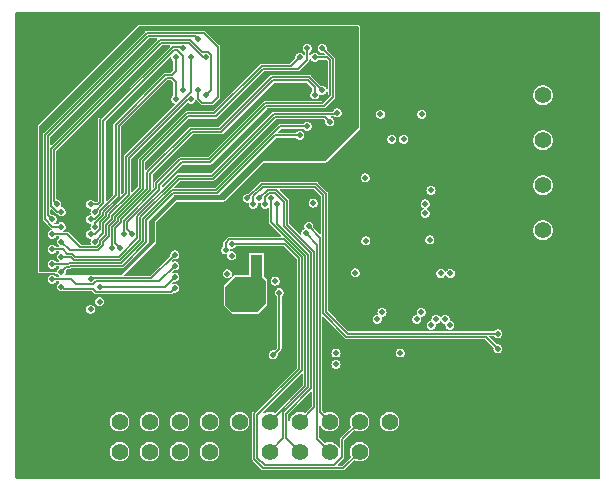
<source format=gbr>
%TF.GenerationSoftware,KiCad,Pcbnew,8.0.5*%
%TF.CreationDate,2025-10-24T05:58:17-05:00*%
%TF.ProjectId,iris-128s-adapter,69726973-2d31-4323-9873-2d6164617074,1.0.0*%
%TF.SameCoordinates,Original*%
%TF.FileFunction,Copper,L3,Inr*%
%TF.FilePolarity,Positive*%
%FSLAX46Y46*%
G04 Gerber Fmt 4.6, Leading zero omitted, Abs format (unit mm)*
G04 Created by KiCad (PCBNEW 8.0.5) date 2025-10-24 05:58:17*
%MOMM*%
%LPD*%
G01*
G04 APERTURE LIST*
%TA.AperFunction,ComponentPad*%
%ADD10C,3.581400*%
%TD*%
%TA.AperFunction,ComponentPad*%
%ADD11C,1.422400*%
%TD*%
%TA.AperFunction,ViaPad*%
%ADD12C,0.508000*%
%TD*%
%TA.AperFunction,Conductor*%
%ADD13C,0.127000*%
%TD*%
G04 APERTURE END LIST*
D10*
%TO.N,GND3*%
%TO.C,S6*%
X73048000Y-126952000D03*
%TD*%
%TO.N,GND3*%
%TO.C,S3*%
X116952000Y-93048000D03*
%TD*%
D11*
%TO.N,VDD3V_EXT*%
%TO.C,J7*%
X114919760Y-101092000D03*
%TO.N,GND3*%
X117459760Y-101092000D03*
%TD*%
D10*
%TO.N,GND3*%
%TO.C,S2*%
X73048000Y-93048000D03*
%TD*%
D11*
%TO.N,/VDD_SW_EXT*%
%TO.C,J2*%
X114919760Y-104902000D03*
%TO.N,GND3*%
X117459760Y-104902000D03*
%TD*%
%TO.N,/VSS_SW_EXT*%
%TO.C,J3*%
X114919760Y-108712000D03*
%TO.N,GND3*%
X117459760Y-108712000D03*
%TD*%
D10*
%TO.N,GND3*%
%TO.C,S7*%
X116952000Y-126952000D03*
%TD*%
D11*
%TO.N,/VDD3*%
%TO.C,J1*%
X114919760Y-97282000D03*
%TO.N,GND3*%
X117459760Y-97282000D03*
%TD*%
%TO.N,/mcu/PA0*%
%TO.C,J5*%
X79070000Y-127460500D03*
%TO.N,/mcu/PA1*%
X79070000Y-124920500D03*
%TO.N,/mcu/PA2*%
X81610000Y-127460500D03*
%TO.N,/mcu/PA3*%
X81610000Y-124920500D03*
%TO.N,/mcu/PA4*%
X84150000Y-127460500D03*
%TO.N,/mcu/PA5*%
X84150000Y-124920500D03*
%TO.N,/mcu/PA6*%
X86690000Y-127460500D03*
%TO.N,/mcu/PA7*%
X86690000Y-124920500D03*
%TO.N,GND3*%
X89230000Y-127460500D03*
%TO.N,VDD3V_EXT*%
X89230000Y-124920500D03*
%TO.N,/mcu/PA9*%
X91770000Y-127460500D03*
%TO.N,/mcu/PA10*%
X91770000Y-124920500D03*
%TO.N,/mcu/PA11*%
X94310000Y-127460500D03*
%TO.N,/mcu/PA12*%
X94310000Y-124920500D03*
%TO.N,/mcu/PB0*%
X96850000Y-127460500D03*
%TO.N,/mcu/PB1*%
X96850000Y-124920500D03*
%TO.N,/mcu/PB6*%
X99390000Y-127460500D03*
%TO.N,/mcu/PB7*%
X99390000Y-124920500D03*
%TO.N,GND3*%
X101930000Y-127460500D03*
%TO.N,VDD3V_EXT*%
X101930000Y-124920500D03*
%TD*%
D12*
%TO.N,/VDD3V*%
X105467000Y-116761800D03*
X105867000Y-116257200D03*
%TO.N,/VDDA3V*%
X92260260Y-113020000D03*
X107045780Y-116761800D03*
X106647000Y-116257200D03*
%TO.N,/mcu/NRST*%
X92070474Y-119268794D03*
X92600780Y-113996400D03*
%TO.N,Net-(U2-SEQ)*%
X105442100Y-105325780D03*
X99861440Y-104271560D03*
%TO.N,/VDD_SW*%
X101293260Y-115669600D03*
X100893800Y-116257200D03*
%TO.N,/VSS_SW*%
X104232200Y-116257200D03*
X104622700Y-115669600D03*
%TO.N,Net-(U1-PF3-BOOT0)*%
X88562200Y-110892320D03*
%TO.N,/mcu/PA10*%
X91902240Y-106005860D03*
%TO.N,/mcu/PA9*%
X92402100Y-106514460D03*
%TO.N,/MOSI_SW*%
X74149100Y-113492500D03*
X83741600Y-113619440D03*
%TO.N,/MISO_SW*%
X77374900Y-113492500D03*
X83741600Y-112679440D03*
%TO.N,/SCLK_SW*%
X83741600Y-111739440D03*
X73387100Y-112857500D03*
%TO.N,/CSb_SW*%
X76612900Y-112857500D03*
X83741600Y-110799640D03*
%TO.N,GND3*%
X78181200Y-115976400D03*
X90617040Y-122600720D03*
X84074000Y-106705400D03*
X112268000Y-112471200D03*
X81711800Y-114554000D03*
X110109000Y-111912400D03*
X108102400Y-97891600D03*
X118729360Y-116205340D03*
X104947600Y-116257200D03*
X86461600Y-116560600D03*
X90347800Y-117119400D03*
X100634800Y-123139200D03*
X90694500Y-115195200D03*
X80213200Y-112242600D03*
X118729360Y-117475340D03*
X86314460Y-113162080D03*
X113334800Y-128193800D03*
X108127800Y-107238800D03*
X101369460Y-113797800D03*
X99931220Y-100077980D03*
X93878400Y-104013000D03*
X103379440Y-104558560D03*
X108077000Y-111099600D03*
X102617440Y-103796560D03*
X84023200Y-117094000D03*
X99898200Y-91871800D03*
X99009200Y-101117400D03*
X98077020Y-115314000D03*
X81813400Y-117094000D03*
X86207600Y-118821200D03*
X92029240Y-115286020D03*
X91160600Y-120446800D03*
X90652600Y-108323380D03*
X76479400Y-119786400D03*
X104470200Y-90830400D03*
X102844600Y-95580200D03*
X102870000Y-122250200D03*
X83083400Y-122351800D03*
X95021400Y-123139200D03*
X77927200Y-93319600D03*
X89298731Y-112971531D03*
X108077000Y-101955600D03*
X71704200Y-111887000D03*
X106629200Y-120573800D03*
X108839000Y-118389400D03*
X71729600Y-106070400D03*
X99885820Y-93314080D03*
X94874080Y-106144060D03*
X89294100Y-115344480D03*
X73466100Y-115128580D03*
X107209040Y-128743200D03*
X81229200Y-90830400D03*
X90652600Y-111099600D03*
X108077000Y-94437200D03*
X104711600Y-113797800D03*
X103661680Y-100649980D03*
X85420200Y-114376200D03*
X113385600Y-122301000D03*
X111175800Y-107264200D03*
X85064600Y-108559600D03*
X108102400Y-96520000D03*
X103379440Y-103034560D03*
X101647660Y-116257200D03*
X101536500Y-107370820D03*
X82575400Y-108178600D03*
X71780400Y-117525800D03*
X116205000Y-111023400D03*
X91363800Y-103428800D03*
X103454200Y-91897200D03*
X101855440Y-103034560D03*
X105957840Y-103771560D03*
X82575400Y-109956600D03*
X103022820Y-112316460D03*
X71704200Y-100431600D03*
X97840800Y-110617000D03*
X96875600Y-104952800D03*
X81661000Y-119710200D03*
X92532760Y-111099600D03*
X88714600Y-111709820D03*
X77292200Y-123850400D03*
X106248200Y-118795800D03*
X97749360Y-123139200D03*
X106832400Y-105867200D03*
X101930200Y-119227600D03*
X83794600Y-115900200D03*
X87967820Y-121831100D03*
X73761600Y-97459800D03*
X112674400Y-99542600D03*
X101124220Y-100964940D03*
X92862400Y-123139200D03*
X113030000Y-94411800D03*
X110327440Y-119400320D03*
X106832400Y-107035600D03*
X118033800Y-122910600D03*
X110127960Y-98219260D03*
X87376000Y-106705400D03*
X108889800Y-120802400D03*
X98196400Y-121767600D03*
X90243500Y-113284000D03*
X118729360Y-113665340D03*
X94589880Y-107574820D03*
X88696800Y-106121200D03*
X88565920Y-115195200D03*
X101535700Y-108008360D03*
X85140800Y-119710200D03*
X97129600Y-108788200D03*
X93319600Y-119837200D03*
X106654600Y-95072200D03*
X91139000Y-113334800D03*
X96266000Y-103403400D03*
X112928400Y-104038400D03*
X86715600Y-114757200D03*
X101855440Y-104558560D03*
X92232480Y-108996480D03*
X86264460Y-110299500D03*
X96621600Y-120396000D03*
X78181200Y-114427000D03*
X99923600Y-97917000D03*
X107739040Y-114694420D03*
X107209040Y-123256800D03*
X97053400Y-113919000D03*
X106705400Y-97840800D03*
X114884200Y-119837200D03*
X88900000Y-118592600D03*
X98080220Y-113924800D03*
X89281000Y-116052600D03*
X107565420Y-116257200D03*
X101536500Y-106733880D03*
X96621600Y-117983000D03*
%TO.N,/MISO1m*%
X84464280Y-93314480D03*
X76612900Y-106507500D03*
%TO.N,/CSbm*%
X73768100Y-106507500D03*
X86369280Y-94076480D03*
%TO.N,/SCLKm*%
X85734280Y-92552480D03*
X73387100Y-107777500D03*
%TO.N,/MOSIp*%
X76993900Y-109682500D03*
X85099280Y-97632480D03*
%TO.N,/MISO2p*%
X76993900Y-108412500D03*
X83829280Y-97632480D03*
%TO.N,/MISO1p*%
X84464280Y-96870480D03*
X76993900Y-107142500D03*
%TO.N,/MISO2m*%
X76612900Y-107777500D03*
X83829280Y-94076480D03*
%TO.N,VDD3V_EXT*%
X88206600Y-112420400D03*
X102834900Y-119113000D03*
X95468400Y-106417240D03*
%TO.N,/CSbp*%
X86369280Y-97251480D03*
X74149100Y-107142500D03*
%TO.N,/SCLKp*%
X74149100Y-108412500D03*
X85734280Y-96870480D03*
%TO.N,/MOSIm*%
X76612900Y-109047500D03*
X85099280Y-94076480D03*
%TO.N,/CSbp_STIM*%
X74149100Y-109682500D03*
X94957680Y-93314080D03*
%TO.N,/SCLKp_STIM*%
X74149100Y-110952500D03*
X96862680Y-99537080D03*
%TO.N,/MOSI1m_STIM*%
X96227680Y-96870080D03*
X78452980Y-110241080D03*
%TO.N,VDD1*%
X106273600Y-112379060D03*
X104957080Y-106474200D03*
X103117440Y-101013200D03*
X104957080Y-107297220D03*
X102117440Y-101013200D03*
X107088940Y-112379060D03*
%TO.N,/MOSI2m_STIM*%
X95592680Y-94076080D03*
X79468980Y-109021880D03*
%TO.N,/SCLKm_STIM*%
X97497680Y-98775080D03*
X73387100Y-110317500D03*
%TO.N,/MOSI1p_STIM*%
X95592680Y-97251080D03*
X79113380Y-110241080D03*
%TO.N,/CSbm_STIM*%
X94322680Y-94076080D03*
X73387100Y-109047500D03*
%TO.N,/MOSI2p_STIM*%
X96227680Y-93314080D03*
X80129380Y-109021880D03*
%TO.N,/mcu/PB1*%
X95098200Y-108392320D03*
%TO.N,/mcu/PB0*%
X94831940Y-108968804D03*
%TO.N,/mcu/PB6*%
X88562200Y-109892320D03*
%TO.N,/mcu/SWDIO*%
X111109360Y-118745340D03*
X90402100Y-106514460D03*
%TO.N,/mcu/SWCLK*%
X89902240Y-106005860D03*
X111109360Y-117475340D03*
%TO.N,/mcu/PB7*%
X88054200Y-110392320D03*
%TO.N,/pmu/VDDH*%
X99915220Y-109616363D03*
X101163860Y-98906320D03*
X99038100Y-112316460D03*
%TO.N,/pmu/VSSH*%
X104669240Y-98906320D03*
X105334563Y-109530177D03*
%TO.N,/VDD_SW_EXT*%
X97396760Y-119113000D03*
X77374900Y-114762500D03*
%TO.N,/VSS_SW_EXT*%
X76612900Y-115397500D03*
X97396760Y-120054760D03*
%TO.N,/MISO1p_STIM*%
X94322680Y-100680080D03*
X74149100Y-112222500D03*
%TO.N,/MISO1m_STIM*%
X73387100Y-111587500D03*
X94957680Y-99918080D03*
%TO.N,/mcu/PA12*%
X90902240Y-106005860D03*
%TO.N,/mcu/PA11*%
X91402100Y-106514460D03*
%TO.N,GND1*%
X95554800Y-101193600D03*
X80568800Y-92100400D03*
X98885820Y-93314080D03*
X84607400Y-99999800D03*
X79197200Y-96951800D03*
X84912200Y-104851200D03*
X87020400Y-91795600D03*
X98983800Y-99974400D03*
X74828400Y-103200200D03*
X75844400Y-100355400D03*
X72745600Y-99923600D03*
X82491696Y-93660076D03*
X74149100Y-105872500D03*
X91440000Y-97409000D03*
X90220800Y-94894400D03*
X85115400Y-101219000D03*
X76885800Y-95783400D03*
X79984600Y-94488000D03*
X81534000Y-99847400D03*
X98475800Y-91846400D03*
X89916000Y-100431600D03*
X82245200Y-104013000D03*
X76784200Y-101168200D03*
X73939400Y-100482400D03*
X76682600Y-97764600D03*
X93345000Y-91821000D03*
X76993900Y-103200200D03*
X88138000Y-105486200D03*
X78232000Y-101879400D03*
X81026000Y-98653600D03*
X87934800Y-93700600D03*
X91643200Y-98704400D03*
X85775800Y-98323400D03*
X88341200Y-98653600D03*
X81711800Y-102895400D03*
X84912200Y-103505000D03*
X90830400Y-102793800D03*
X72618600Y-109677200D03*
X91236800Y-95783400D03*
X93687680Y-93695080D03*
X80314800Y-104902000D03*
X93091000Y-97409000D03*
X72618600Y-110947200D03*
X78689200Y-99136200D03*
X96824800Y-102133400D03*
X88773000Y-99949000D03*
X92506800Y-94310200D03*
X81076800Y-96748600D03*
X82931000Y-97231200D03*
X76993900Y-105872500D03*
X87960200Y-97231200D03*
X96164400Y-100076000D03*
X80314800Y-102997000D03*
X79476600Y-100812600D03*
X81788000Y-108991400D03*
%TD*%
D13*
%TO.N,/mcu/NRST*%
X92070474Y-119268794D02*
X92600780Y-118738488D01*
X92600780Y-118738488D02*
X92600780Y-113996400D01*
%TO.N,/mcu/PA10*%
X94780100Y-110889450D02*
X94780100Y-121910400D01*
X94780100Y-121910400D02*
X91770000Y-124920500D01*
X91902240Y-106196360D02*
X91902240Y-108011590D01*
X91902240Y-108011590D02*
X94780100Y-110889450D01*
%TO.N,/mcu/PA9*%
X92402100Y-106704960D02*
X92402100Y-108152240D01*
X92908120Y-124141590D02*
X92908120Y-126322380D01*
X92402100Y-108152240D02*
X95034100Y-110784240D01*
X92908120Y-126322380D02*
X91770000Y-127460500D01*
X95034100Y-110784240D02*
X95034100Y-122015610D01*
X95034100Y-122015610D02*
X92908120Y-124141590D01*
%TO.N,/MOSI_SW*%
X77051018Y-113937000D02*
X83424040Y-113937000D01*
X74339600Y-113683000D02*
X76797018Y-113683000D01*
X74149100Y-113492500D02*
X74339600Y-113683000D01*
X83424040Y-113937000D02*
X83741600Y-113619440D01*
X76797018Y-113683000D02*
X77051018Y-113937000D01*
%TO.N,/MISO_SW*%
X77374900Y-113492500D02*
X82928540Y-113492500D01*
X82928540Y-113492500D02*
X83741600Y-112679440D01*
%TO.N,/SCLK_SW*%
X73387100Y-112857500D02*
X74940380Y-112857500D01*
X82433040Y-113048000D02*
X83741600Y-111739440D01*
X77051018Y-113048000D02*
X82433040Y-113048000D01*
X76797018Y-113302000D02*
X77051018Y-113048000D01*
X75384880Y-113302000D02*
X76797018Y-113302000D01*
X74940380Y-112857500D02*
X75384880Y-113302000D01*
%TO.N,/CSb_SW*%
X76612900Y-112857500D02*
X76676400Y-112794000D01*
X81747240Y-112794000D02*
X83741600Y-110799640D01*
X83741600Y-110799640D02*
X83739360Y-110799640D01*
X76676400Y-112794000D02*
X81747240Y-112794000D01*
%TO.N,/MISO1m*%
X77438400Y-106338790D02*
X77438400Y-99341990D01*
X77269690Y-106507500D02*
X77438400Y-106338790D01*
X77438400Y-99341990D02*
X83587790Y-93192600D01*
X83587790Y-93192600D02*
X84342400Y-93192600D01*
X76612900Y-106507500D02*
X77269690Y-106507500D01*
X84342400Y-93192600D02*
X84464280Y-93314480D01*
%TO.N,/CSbm*%
X73533000Y-106272400D02*
X73533000Y-101931270D01*
X73768100Y-106507500D02*
X73533000Y-106272400D01*
X73533000Y-101931270D02*
X82594290Y-92869980D01*
X84969510Y-92869980D02*
X86176010Y-94076480D01*
X82594290Y-92869980D02*
X84969510Y-92869980D01*
X86176010Y-94076480D02*
X86369280Y-94076480D01*
%TO.N,/SCLKm*%
X81483200Y-92278200D02*
X85460000Y-92278200D01*
X73387100Y-107777500D02*
X73025000Y-107415400D01*
X85460000Y-92278200D02*
X85734280Y-92552480D01*
X73025000Y-100736400D02*
X81483200Y-92278200D01*
X73025000Y-107415400D02*
X73025000Y-100736400D01*
%TO.N,/MOSIp*%
X84829872Y-97632480D02*
X85099280Y-97632480D01*
X78200400Y-107642248D02*
X78200400Y-107372840D01*
X77692400Y-108984000D02*
X77692400Y-108150248D01*
X76993900Y-109682500D02*
X77692400Y-108984000D01*
X78200400Y-107372840D02*
X79857600Y-105715640D01*
X79857600Y-105715640D02*
X79857600Y-102604752D01*
X77692400Y-108150248D02*
X78200400Y-107642248D01*
X79857600Y-102604752D02*
X84829872Y-97632480D01*
%TO.N,/MISO2p*%
X78983840Y-105870980D02*
X78983840Y-99908360D01*
X83063080Y-95829120D02*
X83505040Y-95829120D01*
X76993900Y-108412500D02*
X76993900Y-108130328D01*
X78983840Y-99908360D02*
X83063080Y-95829120D01*
X76993900Y-108130328D02*
X77692400Y-107431828D01*
X83829280Y-96153360D02*
X83829280Y-97632480D01*
X77692400Y-107431828D02*
X77692400Y-107162420D01*
X83505040Y-95829120D02*
X83829280Y-96153360D01*
X77692400Y-107162420D02*
X78983840Y-105870980D01*
%TO.N,/MISO1p*%
X76993900Y-107142500D02*
X77692400Y-106444000D01*
X77692400Y-99447200D02*
X83693000Y-93446600D01*
X83693000Y-93446600D02*
X83967782Y-93446600D01*
X84464280Y-93943098D02*
X84464280Y-96870480D01*
X83967782Y-93446600D02*
X84464280Y-93943098D01*
X77692400Y-106444000D02*
X77692400Y-99447200D01*
%TO.N,/MISO2m*%
X83829280Y-95253420D02*
X83829280Y-94076480D01*
X78729840Y-99803150D02*
X82957870Y-95575120D01*
X82957870Y-95575120D02*
X83507580Y-95575120D01*
X76612900Y-107777500D02*
X76987518Y-107777500D01*
X77438400Y-107326618D02*
X77438400Y-107057210D01*
X83507580Y-95575120D02*
X83829280Y-95253420D01*
X78729840Y-105765770D02*
X78729840Y-99803150D01*
X76987518Y-107777500D02*
X77438400Y-107326618D01*
X77438400Y-107057210D02*
X78729840Y-105765770D01*
%TO.N,/CSbp*%
X86090720Y-93631980D02*
X86553398Y-93631980D01*
X74149100Y-107142500D02*
X73774482Y-107142500D01*
X73774482Y-107142500D02*
X73279000Y-106647018D01*
X86553398Y-93631980D02*
X86813780Y-93892362D01*
X86813780Y-96806980D02*
X86369280Y-97251480D01*
X73279000Y-106647018D02*
X73279000Y-101826060D01*
X73279000Y-101826060D02*
X82489080Y-92615980D01*
X82489080Y-92615980D02*
X85074720Y-92615980D01*
X86813780Y-93892362D02*
X86813780Y-96806980D01*
X85074720Y-92615980D02*
X86090720Y-93631980D01*
%TO.N,/SCLKp*%
X86065360Y-97911920D02*
X85734280Y-97580840D01*
X72771000Y-107790018D02*
X72771000Y-100631190D01*
X87393780Y-97444560D02*
X86926420Y-97911920D01*
X86926420Y-97911920D02*
X86065360Y-97911920D01*
X85734280Y-97580840D02*
X85734280Y-96870480D01*
X87393780Y-93187520D02*
X87393780Y-97444560D01*
X73393482Y-108412500D02*
X72771000Y-107790018D01*
X81377990Y-92024200D02*
X86230460Y-92024200D01*
X86230460Y-92024200D02*
X87393780Y-93187520D01*
X74149100Y-108412500D02*
X73393482Y-108412500D01*
X72771000Y-100631190D02*
X81377990Y-92024200D01*
%TO.N,/MOSIm*%
X76612900Y-109047500D02*
X76987518Y-109047500D01*
X79603600Y-102499542D02*
X85099280Y-97003862D01*
X77438400Y-108596618D02*
X77438400Y-108045038D01*
X76987518Y-109047500D02*
X77438400Y-108596618D01*
X77946400Y-107537038D02*
X77946400Y-107267630D01*
X77946400Y-107267630D02*
X79603600Y-105610430D01*
X79603600Y-105610430D02*
X79603600Y-102499542D01*
X85099280Y-97003862D02*
X85099280Y-94076480D01*
X77438400Y-108045038D02*
X77946400Y-107537038D01*
%TO.N,/CSbp_STIM*%
X77692400Y-109702420D02*
X77692400Y-109971828D01*
X81051400Y-105240260D02*
X78708400Y-107583260D01*
X77692400Y-109971828D02*
X77283228Y-110381000D01*
X94957680Y-94298790D02*
X94191890Y-95064580D01*
X74847600Y-110381000D02*
X74149100Y-109682500D01*
X94957680Y-93314080D02*
X94957680Y-94298790D01*
X78200400Y-108360668D02*
X78200400Y-109194420D01*
X84872945Y-99080005D02*
X81051400Y-102901550D01*
X91227080Y-95064580D02*
X87211655Y-99080005D01*
X81051400Y-102901550D02*
X81051400Y-105240260D01*
X94191890Y-95064580D02*
X91227080Y-95064580D01*
X78200400Y-109194420D02*
X77692400Y-109702420D01*
X87211655Y-99080005D02*
X84872945Y-99080005D01*
X77283228Y-110381000D02*
X74847600Y-110381000D01*
X78708400Y-107583260D02*
X78708400Y-107852668D01*
X78708400Y-107852668D02*
X78200400Y-108360668D01*
%TO.N,/SCLKp_STIM*%
X80827880Y-109514408D02*
X80827880Y-107627020D01*
X84106620Y-104348280D02*
X87005160Y-104348280D01*
X74945460Y-110952500D02*
X75211940Y-111218980D01*
X87005160Y-104348280D02*
X92229940Y-99123500D01*
X75211940Y-111218980D02*
X79123308Y-111218980D01*
X74149100Y-110952500D02*
X74945460Y-110952500D01*
X92229940Y-99123500D02*
X96449100Y-99123500D01*
X96449100Y-99123500D02*
X96862680Y-99537080D01*
X79123308Y-111218980D02*
X80827880Y-109514408D01*
X80827880Y-107627020D02*
X84106620Y-104348280D01*
%TO.N,/MOSI1m_STIM*%
X78452980Y-110241080D02*
X78452980Y-109301050D01*
X91955620Y-95770700D02*
X95128300Y-95770700D01*
X78454400Y-108465878D02*
X78962400Y-107957878D01*
X78962400Y-107688470D02*
X81417160Y-105233710D01*
X78452980Y-109301050D02*
X78454400Y-109299630D01*
X87560130Y-100166190D02*
X91955620Y-95770700D01*
X85083630Y-100166190D02*
X87560130Y-100166190D01*
X81417160Y-105233710D02*
X81417160Y-103832660D01*
X95128300Y-95770700D02*
X96227680Y-96870080D01*
X78454400Y-109299630D02*
X78454400Y-108465878D01*
X81417160Y-103832660D02*
X85083630Y-100166190D01*
X78962400Y-107957878D02*
X78962400Y-107688470D01*
%TO.N,/MOSI2m_STIM*%
X96895920Y-97313950D02*
X96895920Y-94341530D01*
X79470400Y-109020460D02*
X79470400Y-107898890D01*
X96242070Y-97967800D02*
X96895920Y-97313950D01*
X79470400Y-107898890D02*
X82199480Y-105169810D01*
X96630470Y-94076080D02*
X95592680Y-94076080D01*
X86639400Y-102717600D02*
X91389200Y-97967800D01*
X96895920Y-94341530D02*
X96630470Y-94076080D01*
X82199480Y-105169810D02*
X82199480Y-104744520D01*
X91389200Y-97967800D02*
X96242070Y-97967800D01*
X82199480Y-104744520D02*
X84226400Y-102717600D01*
X84226400Y-102717600D02*
X86639400Y-102717600D01*
X79468980Y-109021880D02*
X79470400Y-109020460D01*
%TO.N,/SCLKm_STIM*%
X84001410Y-104094280D02*
X86899950Y-104094280D01*
X80573880Y-109409198D02*
X80573880Y-107521810D01*
X80573880Y-107521810D02*
X84001410Y-104094280D01*
X86899950Y-104094280D02*
X92124730Y-98869500D01*
X97403260Y-98869500D02*
X97497680Y-98775080D01*
X79018098Y-110964980D02*
X80573880Y-109409198D01*
X92124730Y-98869500D02*
X97403260Y-98869500D01*
X73387100Y-110317500D02*
X74246740Y-110317500D01*
X74246740Y-110317500D02*
X74627740Y-110698500D01*
X74627740Y-110698500D02*
X75050670Y-110698500D01*
X75317150Y-110964980D02*
X79018098Y-110964980D01*
X75050670Y-110698500D02*
X75317150Y-110964980D01*
%TO.N,/MOSI1p_STIM*%
X79216400Y-107793680D02*
X81671160Y-105338920D01*
X87665340Y-100420190D02*
X92060830Y-96024700D01*
X78708400Y-109404840D02*
X78708400Y-108571088D01*
X95023090Y-96024700D02*
X95592680Y-96594290D01*
X81671160Y-103937870D02*
X85188840Y-100420190D01*
X78706980Y-109406260D02*
X78708400Y-109404840D01*
X85188840Y-100420190D02*
X87665340Y-100420190D01*
X78706980Y-109834680D02*
X78706980Y-109406260D01*
X79113380Y-110241080D02*
X78706980Y-109834680D01*
X95592680Y-96594290D02*
X95592680Y-97251080D01*
X79216400Y-108063088D02*
X79216400Y-107793680D01*
X92060830Y-96024700D02*
X95023090Y-96024700D01*
X81671160Y-105338920D02*
X81671160Y-103937870D01*
X78708400Y-108571088D02*
X79216400Y-108063088D01*
%TO.N,/CSbm_STIM*%
X77946400Y-108255458D02*
X78454400Y-107747458D01*
X78454400Y-107747458D02*
X78454400Y-107478050D01*
X78454400Y-107478050D02*
X80797400Y-105135050D01*
X80797400Y-102796340D02*
X84767735Y-98826005D01*
X77438400Y-109866618D02*
X77438400Y-109597210D01*
X87106445Y-98826005D02*
X91121870Y-94810580D01*
X75733930Y-110127000D02*
X77178018Y-110127000D01*
X84767735Y-98826005D02*
X87106445Y-98826005D01*
X93588180Y-94810580D02*
X94322680Y-94076080D01*
X91121870Y-94810580D02*
X93588180Y-94810580D01*
X74654430Y-109047500D02*
X75733930Y-110127000D01*
X77178018Y-110127000D02*
X77438400Y-109866618D01*
X73387100Y-109047500D02*
X74654430Y-109047500D01*
X77438400Y-109597210D02*
X77946400Y-109089210D01*
X77946400Y-109089210D02*
X77946400Y-108255458D01*
X80797400Y-105135050D02*
X80797400Y-102796340D01*
%TO.N,/MOSI2p_STIM*%
X96347280Y-98221800D02*
X97149920Y-97419160D01*
X86744610Y-102971600D02*
X91494410Y-98221800D01*
X97149920Y-97419160D02*
X97149920Y-94236320D01*
X79724400Y-108004100D02*
X82453480Y-105275020D01*
X79724400Y-108616900D02*
X79724400Y-108004100D01*
X82453480Y-104871520D02*
X84353400Y-102971600D01*
X80129380Y-109021880D02*
X79724400Y-108616900D01*
X91494410Y-98221800D02*
X96347280Y-98221800D01*
X82453480Y-105275020D02*
X82453480Y-104871520D01*
X97149920Y-94236320D02*
X96227680Y-93314080D01*
X84353400Y-102971600D02*
X86744610Y-102971600D01*
%TO.N,/mcu/PB1*%
X96050100Y-124120600D02*
X96850000Y-124920500D01*
X96050100Y-109344220D02*
X96050100Y-124120600D01*
X95098200Y-108392320D02*
X96050100Y-109344220D01*
%TO.N,/mcu/PB0*%
X94831940Y-108968804D02*
X95796100Y-109932964D01*
X95796100Y-126406600D02*
X96850000Y-127460500D01*
X95796100Y-109932964D02*
X95796100Y-126406600D01*
%TO.N,/mcu/PB6*%
X91240810Y-128851660D02*
X97998840Y-128851660D01*
X97998840Y-128851660D02*
X99390000Y-127460500D01*
X88562200Y-109892320D02*
X93064550Y-109892320D01*
X93064550Y-109892320D02*
X94272100Y-111099870D01*
X94272100Y-120450810D02*
X90484960Y-124237950D01*
X90484960Y-124237950D02*
X90484960Y-128095810D01*
X90484960Y-128095810D02*
X91240810Y-128851660D01*
X94272100Y-111099870D02*
X94272100Y-120450810D01*
%TO.N,/mcu/SWDIO*%
X90402100Y-106514460D02*
X90402100Y-105865210D01*
X96304100Y-115760500D02*
X98272940Y-117729340D01*
X90402100Y-105865210D02*
X91213950Y-105053360D01*
X98272940Y-117729340D02*
X110093360Y-117729340D01*
X95616190Y-105053360D02*
X96304100Y-105741270D01*
X96304100Y-105741270D02*
X96304100Y-115760500D01*
X91213950Y-105053360D02*
X95616190Y-105053360D01*
X110093360Y-117729340D02*
X111109360Y-118745340D01*
%TO.N,/mcu/SWCLK*%
X89902240Y-106005860D02*
X91108740Y-104799360D01*
X98378150Y-117475340D02*
X111109360Y-117475340D01*
X96558100Y-115655290D02*
X98378150Y-117475340D01*
X96558100Y-105636060D02*
X96558100Y-115655290D01*
X95721400Y-104799360D02*
X96558100Y-105636060D01*
X91108740Y-104799360D02*
X95721400Y-104799360D01*
%TO.N,/mcu/PB7*%
X99390000Y-124920500D02*
X97914460Y-126396040D01*
X94526100Y-110994660D02*
X92979260Y-109447820D01*
X97914460Y-127929640D02*
X97246440Y-128597660D01*
X90738960Y-124343160D02*
X94526100Y-120556020D01*
X94526100Y-120556020D02*
X94526100Y-110994660D01*
X91346020Y-128597660D02*
X90738960Y-127990600D01*
X92979260Y-109447820D02*
X88378082Y-109447820D01*
X90738960Y-127990600D02*
X90738960Y-124343160D01*
X97246440Y-128597660D02*
X91346020Y-128597660D01*
X88378082Y-109447820D02*
X88054200Y-109771702D01*
X88054200Y-109771702D02*
X88054200Y-110392320D01*
X97914460Y-126396040D02*
X97914460Y-127929640D01*
%TO.N,/MISO1p_STIM*%
X74827150Y-111841500D02*
X74530100Y-111841500D01*
X79333728Y-111726980D02*
X74941670Y-111726980D01*
X81335880Y-107837440D02*
X81335880Y-109724828D01*
X92261930Y-100680080D02*
X87354210Y-105587800D01*
X81335880Y-109724828D02*
X79333728Y-111726980D01*
X74530100Y-111841500D02*
X74149100Y-112222500D01*
X94322680Y-100680080D02*
X92261930Y-100680080D01*
X87354210Y-105587800D02*
X83585520Y-105587800D01*
X83585520Y-105587800D02*
X81335880Y-107837440D01*
X74941670Y-111726980D02*
X74827150Y-111841500D01*
%TO.N,/MISO1m_STIM*%
X94957680Y-99918080D02*
X92664720Y-99918080D01*
X87249000Y-105333800D02*
X83480310Y-105333800D01*
X92664720Y-99918080D02*
X87249000Y-105333800D01*
X79228518Y-111472980D02*
X74836460Y-111472980D01*
X81081880Y-109619618D02*
X79228518Y-111472980D01*
X74721940Y-111587500D02*
X73387100Y-111587500D01*
X74836460Y-111472980D02*
X74721940Y-111587500D01*
X81081880Y-107732230D02*
X81081880Y-109619618D01*
X83480310Y-105333800D02*
X81081880Y-107732230D01*
%TO.N,/mcu/PA12*%
X93261180Y-108292900D02*
X95542100Y-110573820D01*
X95542100Y-123688400D02*
X94310000Y-124920500D01*
X95542100Y-110573820D02*
X95542100Y-123688400D01*
X92339190Y-105307360D02*
X93261180Y-106229350D01*
X93261180Y-106229350D02*
X93261180Y-108292900D01*
X91600740Y-105307360D02*
X92339190Y-105307360D01*
X90902240Y-106005860D02*
X91600740Y-105307360D01*
%TO.N,/mcu/PA11*%
X93007180Y-106334560D02*
X93007180Y-108398110D01*
X95288100Y-110679030D02*
X95288100Y-122120820D01*
X93162120Y-126312620D02*
X94310000Y-127460500D01*
X95288100Y-122120820D02*
X93162120Y-124246800D01*
X91718122Y-105561360D02*
X92233980Y-105561360D01*
X93162120Y-124246800D02*
X93162120Y-126312620D01*
X92233980Y-105561360D02*
X93007180Y-106334560D01*
X93007180Y-108398110D02*
X95288100Y-110679030D01*
X91402100Y-106514460D02*
X91402100Y-105877382D01*
X91402100Y-105877382D02*
X91718122Y-105561360D01*
%TD*%
%TA.AperFunction,Conductor*%
%TO.N,GND3*%
G36*
X99314000Y-91322821D02*
G01*
X99288139Y-91315228D01*
X99280810Y-91314174D01*
X99251500Y-91309960D01*
X80797888Y-91309960D01*
X80783990Y-91310705D01*
X80777581Y-91311393D01*
X80774035Y-91311775D01*
X80772505Y-91311857D01*
X80770698Y-91312133D01*
X80722288Y-91327291D01*
X80722278Y-91327295D01*
X80691371Y-91344172D01*
X80661741Y-91366354D01*
X72189357Y-99838738D01*
X72180046Y-99849103D01*
X72180039Y-99849112D01*
X72171666Y-99859502D01*
X72148150Y-99904459D01*
X72138228Y-99938248D01*
X72138228Y-99938250D01*
X72132960Y-99974888D01*
X72132960Y-99974892D01*
X72132960Y-112154707D01*
X72135931Y-112182337D01*
X72135932Y-112182342D01*
X72141580Y-112208305D01*
X72145263Y-112221730D01*
X72170370Y-112265821D01*
X72193432Y-112292436D01*
X72210113Y-112308532D01*
X72255072Y-112332050D01*
X72288862Y-112341972D01*
X72325500Y-112347240D01*
X73529793Y-112347240D01*
X73563583Y-112357162D01*
X73572383Y-112363998D01*
X73573142Y-112364705D01*
X73586998Y-112373963D01*
X73607735Y-112387820D01*
X73639769Y-112402450D01*
X73639784Y-112402455D01*
X73639791Y-112402458D01*
X73644690Y-112404186D01*
X73661632Y-112410163D01*
X73661631Y-112410163D01*
X73712291Y-112412878D01*
X73712296Y-112412878D01*
X73712296Y-112412877D01*
X73712298Y-112412878D01*
X73747156Y-112407866D01*
X73754761Y-112406069D01*
X73762730Y-112404186D01*
X73797896Y-112406069D01*
X73826461Y-112426666D01*
X73830025Y-112431757D01*
X73848944Y-112461866D01*
X73909734Y-112522656D01*
X73909736Y-112522657D01*
X73954969Y-112551080D01*
X73978301Y-112577458D01*
X73983668Y-112612264D01*
X73969366Y-112644445D01*
X73939936Y-112663786D01*
X73921717Y-112666500D01*
X73752189Y-112666500D01*
X73718399Y-112656578D01*
X73699269Y-112637252D01*
X73687257Y-112618135D01*
X73626465Y-112557343D01*
X73626463Y-112557342D01*
X73553675Y-112511605D01*
X73472530Y-112483212D01*
X73472525Y-112483211D01*
X73387100Y-112473586D01*
X73301674Y-112483211D01*
X73301669Y-112483212D01*
X73220524Y-112511605D01*
X73147736Y-112557342D01*
X73147734Y-112557343D01*
X73086943Y-112618134D01*
X73086942Y-112618136D01*
X73041205Y-112690924D01*
X73012812Y-112772069D01*
X73012811Y-112772074D01*
X73003186Y-112857500D01*
X73012811Y-112942925D01*
X73012812Y-112942930D01*
X73041205Y-113024075D01*
X73086942Y-113096863D01*
X73086944Y-113096866D01*
X73147734Y-113157656D01*
X73151673Y-113160131D01*
X73216456Y-113200838D01*
X73220526Y-113203395D01*
X73301671Y-113231788D01*
X73387100Y-113241414D01*
X73472529Y-113231788D01*
X73553674Y-113203395D01*
X73626466Y-113157656D01*
X73687256Y-113096866D01*
X73699269Y-113077748D01*
X73725647Y-113054416D01*
X73752189Y-113048500D01*
X73921717Y-113048500D01*
X73955507Y-113058422D01*
X73978569Y-113085037D01*
X73983581Y-113119895D01*
X73968951Y-113151929D01*
X73954969Y-113163920D01*
X73909736Y-113192342D01*
X73909734Y-113192343D01*
X73848943Y-113253134D01*
X73848942Y-113253136D01*
X73803205Y-113325924D01*
X73774812Y-113407069D01*
X73774811Y-113407074D01*
X73765186Y-113492500D01*
X73774811Y-113577925D01*
X73774812Y-113577930D01*
X73803205Y-113659075D01*
X73848942Y-113731863D01*
X73848943Y-113731865D01*
X73909734Y-113792656D01*
X73909736Y-113792657D01*
X73968888Y-113829826D01*
X73982526Y-113838395D01*
X74063671Y-113866788D01*
X74149100Y-113876414D01*
X74234529Y-113866788D01*
X74239321Y-113865110D01*
X74274492Y-113863316D01*
X74276140Y-113863734D01*
X74314449Y-113873999D01*
X74314452Y-113873999D01*
X74314454Y-113874000D01*
X74314455Y-113874000D01*
X74364746Y-113874000D01*
X76692016Y-113874000D01*
X76725806Y-113883922D01*
X76736210Y-113892306D01*
X76933735Y-114089833D01*
X76933741Y-114089838D01*
X76955517Y-114102411D01*
X76977294Y-114114984D01*
X77025872Y-114128000D01*
X77025873Y-114128000D01*
X83449185Y-114128000D01*
X83449186Y-114128000D01*
X83473474Y-114121492D01*
X83473476Y-114121492D01*
X83489667Y-114117153D01*
X83497764Y-114114984D01*
X83519540Y-114102411D01*
X83541317Y-114089838D01*
X83576878Y-114054277D01*
X83576878Y-114054275D01*
X83582023Y-114049131D01*
X83582025Y-114049128D01*
X83618042Y-114013111D01*
X83648950Y-113996234D01*
X83669228Y-113995199D01*
X83741600Y-114003354D01*
X83827029Y-113993728D01*
X83908174Y-113965335D01*
X83980966Y-113919596D01*
X84041756Y-113858806D01*
X84087495Y-113786014D01*
X84115888Y-113704869D01*
X84125514Y-113619440D01*
X84115888Y-113534011D01*
X84087495Y-113452866D01*
X84086537Y-113451342D01*
X84061240Y-113411082D01*
X84041756Y-113380074D01*
X83980966Y-113319284D01*
X83980965Y-113319283D01*
X83980963Y-113319282D01*
X83908175Y-113273545D01*
X83827030Y-113245152D01*
X83827025Y-113245151D01*
X83741600Y-113235526D01*
X83656174Y-113245151D01*
X83656166Y-113245153D01*
X83591339Y-113267836D01*
X83556168Y-113269631D01*
X83525611Y-113252126D01*
X83509368Y-113220878D01*
X83512597Y-113185810D01*
X83526502Y-113164651D01*
X83618043Y-113073110D01*
X83648950Y-113056234D01*
X83669228Y-113055199D01*
X83741600Y-113063354D01*
X83827029Y-113053728D01*
X83908174Y-113025335D01*
X83980966Y-112979596D01*
X84041756Y-112918806D01*
X84087495Y-112846014D01*
X84115888Y-112764869D01*
X84125514Y-112679440D01*
X84115888Y-112594011D01*
X84087495Y-112512866D01*
X84077089Y-112496306D01*
X84041757Y-112440076D01*
X84041756Y-112440074D01*
X84022082Y-112420400D01*
X87822686Y-112420400D01*
X87832311Y-112505825D01*
X87832312Y-112505830D01*
X87860705Y-112586975D01*
X87892297Y-112637252D01*
X87906444Y-112659766D01*
X87967234Y-112720556D01*
X87990511Y-112735182D01*
X88037756Y-112764869D01*
X88040026Y-112766295D01*
X88121171Y-112794688D01*
X88206600Y-112804314D01*
X88292029Y-112794688D01*
X88373174Y-112766295D01*
X88445966Y-112720556D01*
X88506756Y-112659766D01*
X88552495Y-112586974D01*
X88580888Y-112505829D01*
X88590514Y-112420400D01*
X88580888Y-112334971D01*
X88552495Y-112253826D01*
X88506756Y-112181034D01*
X88445966Y-112120244D01*
X88445965Y-112120243D01*
X88445963Y-112120242D01*
X88373175Y-112074505D01*
X88292030Y-112046112D01*
X88292025Y-112046111D01*
X88206600Y-112036486D01*
X88121174Y-112046111D01*
X88121169Y-112046112D01*
X88040024Y-112074505D01*
X87967236Y-112120242D01*
X87967234Y-112120243D01*
X87906443Y-112181034D01*
X87906442Y-112181036D01*
X87860705Y-112253824D01*
X87832312Y-112334969D01*
X87832311Y-112334974D01*
X87822686Y-112420400D01*
X84022082Y-112420400D01*
X83980965Y-112379283D01*
X83980963Y-112379282D01*
X83908175Y-112333545D01*
X83827030Y-112305152D01*
X83827025Y-112305151D01*
X83741600Y-112295526D01*
X83656174Y-112305151D01*
X83656166Y-112305153D01*
X83591339Y-112327836D01*
X83556168Y-112329631D01*
X83525611Y-112312126D01*
X83509368Y-112280878D01*
X83512597Y-112245810D01*
X83526502Y-112224651D01*
X83618043Y-112133110D01*
X83648950Y-112116234D01*
X83669228Y-112115199D01*
X83741600Y-112123354D01*
X83827029Y-112113728D01*
X83908174Y-112085335D01*
X83980966Y-112039596D01*
X84041756Y-111978806D01*
X84087495Y-111906014D01*
X84115888Y-111824869D01*
X84125514Y-111739440D01*
X84115888Y-111654011D01*
X84087495Y-111572866D01*
X84041756Y-111500074D01*
X83980966Y-111439284D01*
X83980965Y-111439283D01*
X83980963Y-111439282D01*
X83908175Y-111393545D01*
X83827030Y-111365152D01*
X83827025Y-111365151D01*
X83741600Y-111355526D01*
X83656174Y-111365151D01*
X83656166Y-111365153D01*
X83591645Y-111387729D01*
X83556474Y-111389524D01*
X83525917Y-111372019D01*
X83509674Y-111340772D01*
X83512903Y-111305703D01*
X83526807Y-111284545D01*
X83618042Y-111193310D01*
X83648949Y-111176434D01*
X83669228Y-111175399D01*
X83741600Y-111183554D01*
X83827029Y-111173928D01*
X83908174Y-111145535D01*
X83980966Y-111099796D01*
X84041756Y-111039006D01*
X84087495Y-110966214D01*
X84115888Y-110885069D01*
X84125514Y-110799640D01*
X84115888Y-110714211D01*
X84087495Y-110633066D01*
X84041756Y-110560274D01*
X83980966Y-110499484D01*
X83980965Y-110499483D01*
X83980963Y-110499482D01*
X83908175Y-110453745D01*
X83827030Y-110425352D01*
X83827025Y-110425351D01*
X83741600Y-110415726D01*
X83656174Y-110425351D01*
X83656169Y-110425352D01*
X83575024Y-110453745D01*
X83502236Y-110499482D01*
X83502234Y-110499483D01*
X83441443Y-110560274D01*
X83441442Y-110560276D01*
X83395705Y-110633064D01*
X83367312Y-110714209D01*
X83367311Y-110714214D01*
X83357686Y-110799639D01*
X83365840Y-110872005D01*
X83359764Y-110906693D01*
X83347927Y-110923197D01*
X81686432Y-112584694D01*
X81655523Y-112601572D01*
X81642238Y-112603000D01*
X79501792Y-112603000D01*
X79468002Y-112593078D01*
X79444940Y-112566463D01*
X79439928Y-112531605D01*
X79454558Y-112499571D01*
X79457598Y-112496306D01*
X80784835Y-111169069D01*
X82115646Y-109838258D01*
X82124949Y-109827902D01*
X82133333Y-109817498D01*
X82156850Y-109772540D01*
X82166772Y-109738750D01*
X82172040Y-109702112D01*
X82172040Y-108029752D01*
X82181962Y-107995962D01*
X82190346Y-107985558D01*
X83855558Y-106320346D01*
X83886467Y-106303468D01*
X83899752Y-106302040D01*
X87858100Y-106302040D01*
X87858112Y-106302040D01*
X87872010Y-106301295D01*
X87881500Y-106300274D01*
X87881965Y-106300225D01*
X87883494Y-106300142D01*
X87885293Y-106299867D01*
X87885295Y-106299867D01*
X87885299Y-106299867D01*
X87917866Y-106289669D01*
X87933711Y-106284708D01*
X87933713Y-106284707D01*
X87933720Y-106284705D01*
X87964629Y-106267827D01*
X87994258Y-106245646D01*
X91221558Y-103018346D01*
X91252467Y-103001468D01*
X91265752Y-103000040D01*
X96494100Y-103000040D01*
X96494112Y-103000040D01*
X96508010Y-102999295D01*
X96517500Y-102998274D01*
X96517965Y-102998225D01*
X96519494Y-102998142D01*
X96521293Y-102997867D01*
X96521295Y-102997867D01*
X96521299Y-102997867D01*
X96553866Y-102987669D01*
X96569711Y-102982708D01*
X96569713Y-102982707D01*
X96569720Y-102982705D01*
X96600629Y-102965827D01*
X96630258Y-102943646D01*
X99314000Y-100259904D01*
X99314000Y-110490000D01*
X96749100Y-110490000D01*
X96749100Y-105610914D01*
X96736084Y-105562337D01*
X96710938Y-105518783D01*
X96675377Y-105483222D01*
X96675376Y-105483221D01*
X95877805Y-104685651D01*
X95877794Y-104685638D01*
X95838682Y-104646526D01*
X95838676Y-104646521D01*
X95805284Y-104627242D01*
X95805284Y-104627241D01*
X95805282Y-104627241D01*
X95795130Y-104621379D01*
X95795126Y-104621377D01*
X95795124Y-104621376D01*
X95795121Y-104621375D01*
X95795116Y-104621373D01*
X95759511Y-104611833D01*
X95759508Y-104611833D01*
X95746550Y-104608360D01*
X95746546Y-104608360D01*
X91083594Y-104608360D01*
X91070629Y-104611834D01*
X91037398Y-104620738D01*
X91035013Y-104621377D01*
X90991464Y-104646520D01*
X90025797Y-105612187D01*
X89994888Y-105629065D01*
X89974605Y-105630100D01*
X89902240Y-105621946D01*
X89816814Y-105631571D01*
X89816809Y-105631572D01*
X89735664Y-105659965D01*
X89662876Y-105705702D01*
X89662874Y-105705703D01*
X89602083Y-105766494D01*
X89602082Y-105766496D01*
X89556345Y-105839284D01*
X89527952Y-105920429D01*
X89527951Y-105920434D01*
X89518326Y-106005860D01*
X89527951Y-106091285D01*
X89527952Y-106091290D01*
X89556345Y-106172435D01*
X89602082Y-106245223D01*
X89602083Y-106245225D01*
X89662874Y-106306016D01*
X89662876Y-106306017D01*
X89729508Y-106347886D01*
X89735666Y-106351755D01*
X89816811Y-106380148D01*
X89902240Y-106389774D01*
X89956027Y-106383713D01*
X89990714Y-106389789D01*
X90016611Y-106413654D01*
X90025495Y-106447731D01*
X90025131Y-106452817D01*
X90018186Y-106514458D01*
X90018186Y-106514459D01*
X90027811Y-106599885D01*
X90027812Y-106599890D01*
X90056205Y-106681035D01*
X90088786Y-106732886D01*
X90101944Y-106753826D01*
X90162734Y-106814616D01*
X90199130Y-106837485D01*
X90232535Y-106858476D01*
X90235526Y-106860355D01*
X90316671Y-106888748D01*
X90402100Y-106898374D01*
X90487529Y-106888748D01*
X90568674Y-106860355D01*
X90641466Y-106814616D01*
X90702256Y-106753826D01*
X90747995Y-106681034D01*
X90776388Y-106599889D01*
X90786014Y-106514460D01*
X90779064Y-106452784D01*
X90785140Y-106418098D01*
X90809005Y-106392201D01*
X90843082Y-106383317D01*
X90848160Y-106383680D01*
X90902240Y-106389774D01*
X90956027Y-106383713D01*
X90990714Y-106389789D01*
X91016611Y-106413654D01*
X91025495Y-106447731D01*
X91025131Y-106452817D01*
X91018186Y-106514458D01*
X91018186Y-106514459D01*
X91027811Y-106599885D01*
X91027812Y-106599890D01*
X91056205Y-106681035D01*
X91088786Y-106732886D01*
X91101944Y-106753826D01*
X91162734Y-106814616D01*
X91199130Y-106837485D01*
X91232535Y-106858476D01*
X91235526Y-106860355D01*
X91316671Y-106888748D01*
X91402100Y-106898374D01*
X91487529Y-106888748D01*
X91568674Y-106860355D01*
X91615489Y-106830938D01*
X91649376Y-106821362D01*
X91683064Y-106831627D01*
X91705853Y-106858476D01*
X91711240Y-106883859D01*
X91711240Y-108036740D01*
X91713835Y-108046424D01*
X91724255Y-108085313D01*
X91724256Y-108085314D01*
X91734248Y-108102620D01*
X91747372Y-108125351D01*
X91749403Y-108128869D01*
X91788518Y-108167984D01*
X91788532Y-108167996D01*
X92770662Y-109150126D01*
X92787540Y-109181035D01*
X92785027Y-109216162D01*
X92763923Y-109244354D01*
X92730927Y-109256661D01*
X92726468Y-109256820D01*
X88403227Y-109256820D01*
X88352936Y-109256820D01*
X88352935Y-109256820D01*
X88352929Y-109256821D01*
X88304358Y-109269835D01*
X88304356Y-109269836D01*
X88260805Y-109294981D01*
X88260799Y-109294986D01*
X87980826Y-109574961D01*
X87936925Y-109618862D01*
X87936923Y-109618864D01*
X87923974Y-109631813D01*
X87901362Y-109654424D01*
X87901359Y-109654428D01*
X87891633Y-109671275D01*
X87876216Y-109697977D01*
X87876216Y-109697978D01*
X87875321Y-109701320D01*
X87874226Y-109705406D01*
X87874225Y-109705408D01*
X87863201Y-109746549D01*
X87863200Y-109746557D01*
X87863200Y-110027230D01*
X87853278Y-110061020D01*
X87833954Y-110080149D01*
X87814835Y-110092162D01*
X87754043Y-110152954D01*
X87754042Y-110152956D01*
X87708305Y-110225744D01*
X87679912Y-110306889D01*
X87679911Y-110306894D01*
X87670286Y-110392320D01*
X87679911Y-110477745D01*
X87679912Y-110477750D01*
X87708305Y-110558895D01*
X87729210Y-110592164D01*
X87754044Y-110631686D01*
X87814834Y-110692476D01*
X87887626Y-110738215D01*
X87968771Y-110766608D01*
X88054200Y-110776234D01*
X88115249Y-110769355D01*
X88149937Y-110775431D01*
X88175834Y-110799296D01*
X88184718Y-110833374D01*
X88184354Y-110838459D01*
X88178286Y-110892318D01*
X88178286Y-110892319D01*
X88187911Y-110977745D01*
X88187912Y-110977750D01*
X88216305Y-111058895D01*
X88242006Y-111099796D01*
X88262044Y-111131686D01*
X88322834Y-111192476D01*
X88395626Y-111238215D01*
X88476771Y-111266608D01*
X88562200Y-111276234D01*
X88647629Y-111266608D01*
X88728774Y-111238215D01*
X88801566Y-111192476D01*
X88862356Y-111131686D01*
X88908095Y-111058894D01*
X88936488Y-110977749D01*
X88946114Y-110892320D01*
X88936488Y-110806891D01*
X88908095Y-110725746D01*
X88862356Y-110652954D01*
X88801566Y-110592164D01*
X88801565Y-110592163D01*
X88801563Y-110592162D01*
X88728775Y-110546425D01*
X88647630Y-110518032D01*
X88647625Y-110518031D01*
X88562200Y-110508406D01*
X88562199Y-110508406D01*
X88501149Y-110515284D01*
X88466461Y-110509208D01*
X88440564Y-110485342D01*
X88431681Y-110451264D01*
X88432045Y-110446179D01*
X88438114Y-110392320D01*
X88432045Y-110338459D01*
X88438121Y-110303772D01*
X88461986Y-110277875D01*
X88496064Y-110268991D01*
X88501150Y-110269355D01*
X88562200Y-110276234D01*
X88647629Y-110266608D01*
X88728774Y-110238215D01*
X88801566Y-110192476D01*
X88862356Y-110131686D01*
X88874369Y-110112568D01*
X88900747Y-110089236D01*
X88927289Y-110083320D01*
X92959548Y-110083320D01*
X92993338Y-110093242D01*
X93003742Y-110101626D01*
X93392116Y-110490000D01*
X91262200Y-110490000D01*
X91262200Y-110667800D01*
X90043000Y-110667800D01*
X90043000Y-112484900D01*
X90033078Y-112518690D01*
X90006463Y-112541752D01*
X89980500Y-112547400D01*
X88798400Y-112547400D01*
X87884000Y-113461800D01*
X87884000Y-115087400D01*
X88569800Y-115773200D01*
X90678000Y-115773200D01*
X90678000Y-123774794D01*
X90332121Y-124120673D01*
X90327013Y-124129522D01*
X90327012Y-124129524D01*
X90306976Y-124164225D01*
X90306976Y-124164226D01*
X90306304Y-124166735D01*
X90304246Y-124174413D01*
X90293960Y-124212799D01*
X90293960Y-128120953D01*
X90293961Y-128120961D01*
X90306973Y-128169526D01*
X90306975Y-128169530D01*
X90306976Y-128169534D01*
X90306978Y-128169537D01*
X90313941Y-128181596D01*
X90313942Y-128181599D01*
X90332121Y-128213086D01*
X90332126Y-128213092D01*
X90371238Y-128252204D01*
X90371251Y-128252215D01*
X90678000Y-128558964D01*
X90678000Y-129745500D01*
X70317000Y-129745500D01*
X70283210Y-129735578D01*
X70260148Y-129708963D01*
X70254500Y-129683000D01*
X70254500Y-127460495D01*
X78228707Y-127460495D01*
X78228707Y-127460504D01*
X78239063Y-127592100D01*
X78239064Y-127592104D01*
X78269881Y-127720468D01*
X78269882Y-127720470D01*
X78269883Y-127720474D01*
X78320402Y-127842439D01*
X78325358Y-127850526D01*
X78389377Y-127954996D01*
X78389378Y-127954998D01*
X78389380Y-127955000D01*
X78414579Y-127984504D01*
X78475115Y-128055384D01*
X78506839Y-128082478D01*
X78575500Y-128141120D01*
X78688061Y-128210098D01*
X78810026Y-128260617D01*
X78938393Y-128291435D01*
X78938395Y-128291435D01*
X78938399Y-128291436D01*
X79069996Y-128301793D01*
X79070000Y-128301793D01*
X79070004Y-128301793D01*
X79201600Y-128291436D01*
X79201602Y-128291435D01*
X79201607Y-128291435D01*
X79329974Y-128260617D01*
X79451939Y-128210098D01*
X79564500Y-128141120D01*
X79664884Y-128055384D01*
X79750620Y-127955000D01*
X79819598Y-127842439D01*
X79870117Y-127720474D01*
X79900935Y-127592107D01*
X79911293Y-127460500D01*
X79911293Y-127460495D01*
X80768707Y-127460495D01*
X80768707Y-127460504D01*
X80779063Y-127592100D01*
X80779064Y-127592104D01*
X80809881Y-127720468D01*
X80809882Y-127720470D01*
X80809883Y-127720474D01*
X80860402Y-127842439D01*
X80865358Y-127850526D01*
X80929377Y-127954996D01*
X80929378Y-127954998D01*
X80929380Y-127955000D01*
X80954579Y-127984504D01*
X81015115Y-128055384D01*
X81046839Y-128082478D01*
X81115500Y-128141120D01*
X81228061Y-128210098D01*
X81350026Y-128260617D01*
X81478393Y-128291435D01*
X81478395Y-128291435D01*
X81478399Y-128291436D01*
X81609996Y-128301793D01*
X81610000Y-128301793D01*
X81610004Y-128301793D01*
X81741600Y-128291436D01*
X81741602Y-128291435D01*
X81741607Y-128291435D01*
X81869974Y-128260617D01*
X81991939Y-128210098D01*
X82104500Y-128141120D01*
X82204884Y-128055384D01*
X82290620Y-127955000D01*
X82359598Y-127842439D01*
X82410117Y-127720474D01*
X82440935Y-127592107D01*
X82451293Y-127460500D01*
X82451293Y-127460495D01*
X83308707Y-127460495D01*
X83308707Y-127460504D01*
X83319063Y-127592100D01*
X83319064Y-127592104D01*
X83349881Y-127720468D01*
X83349882Y-127720470D01*
X83349883Y-127720474D01*
X83400402Y-127842439D01*
X83405358Y-127850526D01*
X83469377Y-127954996D01*
X83469378Y-127954998D01*
X83469380Y-127955000D01*
X83494579Y-127984504D01*
X83555115Y-128055384D01*
X83586839Y-128082478D01*
X83655500Y-128141120D01*
X83768061Y-128210098D01*
X83890026Y-128260617D01*
X84018393Y-128291435D01*
X84018395Y-128291435D01*
X84018399Y-128291436D01*
X84149996Y-128301793D01*
X84150000Y-128301793D01*
X84150004Y-128301793D01*
X84281600Y-128291436D01*
X84281602Y-128291435D01*
X84281607Y-128291435D01*
X84409974Y-128260617D01*
X84531939Y-128210098D01*
X84644500Y-128141120D01*
X84744884Y-128055384D01*
X84830620Y-127955000D01*
X84899598Y-127842439D01*
X84950117Y-127720474D01*
X84980935Y-127592107D01*
X84991293Y-127460500D01*
X84991293Y-127460495D01*
X85848707Y-127460495D01*
X85848707Y-127460504D01*
X85859063Y-127592100D01*
X85859064Y-127592104D01*
X85889881Y-127720468D01*
X85889882Y-127720470D01*
X85889883Y-127720474D01*
X85940402Y-127842439D01*
X85945358Y-127850526D01*
X86009377Y-127954996D01*
X86009378Y-127954998D01*
X86009380Y-127955000D01*
X86034579Y-127984504D01*
X86095115Y-128055384D01*
X86126839Y-128082478D01*
X86195500Y-128141120D01*
X86308061Y-128210098D01*
X86430026Y-128260617D01*
X86558393Y-128291435D01*
X86558395Y-128291435D01*
X86558399Y-128291436D01*
X86689996Y-128301793D01*
X86690000Y-128301793D01*
X86690004Y-128301793D01*
X86821600Y-128291436D01*
X86821602Y-128291435D01*
X86821607Y-128291435D01*
X86949974Y-128260617D01*
X87071939Y-128210098D01*
X87184500Y-128141120D01*
X87284884Y-128055384D01*
X87370620Y-127955000D01*
X87439598Y-127842439D01*
X87490117Y-127720474D01*
X87520935Y-127592107D01*
X87531293Y-127460500D01*
X87530040Y-127444579D01*
X87520936Y-127328899D01*
X87520935Y-127328895D01*
X87490118Y-127200531D01*
X87490117Y-127200526D01*
X87439598Y-127078561D01*
X87370620Y-126966000D01*
X87336586Y-126926151D01*
X87284884Y-126865615D01*
X87184496Y-126779877D01*
X87131319Y-126747290D01*
X87071939Y-126710902D01*
X86949974Y-126660383D01*
X86949970Y-126660382D01*
X86949968Y-126660381D01*
X86821604Y-126629564D01*
X86821600Y-126629563D01*
X86690004Y-126619207D01*
X86689996Y-126619207D01*
X86558399Y-126629563D01*
X86558395Y-126629564D01*
X86430031Y-126660381D01*
X86430029Y-126660382D01*
X86430027Y-126660382D01*
X86430026Y-126660383D01*
X86308061Y-126710902D01*
X86195503Y-126779877D01*
X86095115Y-126865615D01*
X86009377Y-126966003D01*
X85940402Y-127078561D01*
X85889882Y-127200529D01*
X85889881Y-127200531D01*
X85859064Y-127328895D01*
X85859063Y-127328899D01*
X85848707Y-127460495D01*
X84991293Y-127460495D01*
X84990040Y-127444579D01*
X84980936Y-127328899D01*
X84980935Y-127328895D01*
X84950118Y-127200531D01*
X84950117Y-127200526D01*
X84899598Y-127078561D01*
X84830620Y-126966000D01*
X84796586Y-126926151D01*
X84744884Y-126865615D01*
X84644496Y-126779877D01*
X84591319Y-126747290D01*
X84531939Y-126710902D01*
X84409974Y-126660383D01*
X84409970Y-126660382D01*
X84409968Y-126660381D01*
X84281604Y-126629564D01*
X84281600Y-126629563D01*
X84150004Y-126619207D01*
X84149996Y-126619207D01*
X84018399Y-126629563D01*
X84018395Y-126629564D01*
X83890031Y-126660381D01*
X83890029Y-126660382D01*
X83890027Y-126660382D01*
X83890026Y-126660383D01*
X83768061Y-126710902D01*
X83655503Y-126779877D01*
X83555115Y-126865615D01*
X83469377Y-126966003D01*
X83400402Y-127078561D01*
X83349882Y-127200529D01*
X83349881Y-127200531D01*
X83319064Y-127328895D01*
X83319063Y-127328899D01*
X83308707Y-127460495D01*
X82451293Y-127460495D01*
X82450040Y-127444579D01*
X82440936Y-127328899D01*
X82440935Y-127328895D01*
X82410118Y-127200531D01*
X82410117Y-127200526D01*
X82359598Y-127078561D01*
X82290620Y-126966000D01*
X82256586Y-126926151D01*
X82204884Y-126865615D01*
X82104496Y-126779877D01*
X82051319Y-126747290D01*
X81991939Y-126710902D01*
X81869974Y-126660383D01*
X81869970Y-126660382D01*
X81869968Y-126660381D01*
X81741604Y-126629564D01*
X81741600Y-126629563D01*
X81610004Y-126619207D01*
X81609996Y-126619207D01*
X81478399Y-126629563D01*
X81478395Y-126629564D01*
X81350031Y-126660381D01*
X81350029Y-126660382D01*
X81350027Y-126660382D01*
X81350026Y-126660383D01*
X81228061Y-126710902D01*
X81115503Y-126779877D01*
X81015115Y-126865615D01*
X80929377Y-126966003D01*
X80860402Y-127078561D01*
X80809882Y-127200529D01*
X80809881Y-127200531D01*
X80779064Y-127328895D01*
X80779063Y-127328899D01*
X80768707Y-127460495D01*
X79911293Y-127460495D01*
X79910040Y-127444579D01*
X79900936Y-127328899D01*
X79900935Y-127328895D01*
X79870118Y-127200531D01*
X79870117Y-127200526D01*
X79819598Y-127078561D01*
X79750620Y-126966000D01*
X79716586Y-126926151D01*
X79664884Y-126865615D01*
X79564496Y-126779877D01*
X79511319Y-126747290D01*
X79451939Y-126710902D01*
X79329974Y-126660383D01*
X79329970Y-126660382D01*
X79329968Y-126660381D01*
X79201604Y-126629564D01*
X79201600Y-126629563D01*
X79070004Y-126619207D01*
X79069996Y-126619207D01*
X78938399Y-126629563D01*
X78938395Y-126629564D01*
X78810031Y-126660381D01*
X78810029Y-126660382D01*
X78810027Y-126660382D01*
X78810026Y-126660383D01*
X78688061Y-126710902D01*
X78575503Y-126779877D01*
X78475115Y-126865615D01*
X78389377Y-126966003D01*
X78320402Y-127078561D01*
X78269882Y-127200529D01*
X78269881Y-127200531D01*
X78239064Y-127328895D01*
X78239063Y-127328899D01*
X78228707Y-127460495D01*
X70254500Y-127460495D01*
X70254500Y-124920495D01*
X78228707Y-124920495D01*
X78228707Y-124920504D01*
X78239063Y-125052100D01*
X78239064Y-125052104D01*
X78269881Y-125180468D01*
X78269882Y-125180470D01*
X78269883Y-125180474D01*
X78320402Y-125302439D01*
X78356790Y-125361819D01*
X78389377Y-125414996D01*
X78475115Y-125515384D01*
X78535651Y-125567086D01*
X78575500Y-125601120D01*
X78688061Y-125670098D01*
X78810026Y-125720617D01*
X78938393Y-125751435D01*
X78938395Y-125751435D01*
X78938399Y-125751436D01*
X79069996Y-125761793D01*
X79070000Y-125761793D01*
X79070004Y-125761793D01*
X79201600Y-125751436D01*
X79201602Y-125751435D01*
X79201607Y-125751435D01*
X79329974Y-125720617D01*
X79451939Y-125670098D01*
X79564500Y-125601120D01*
X79664884Y-125515384D01*
X79750620Y-125415000D01*
X79819598Y-125302439D01*
X79870117Y-125180474D01*
X79900935Y-125052107D01*
X79911293Y-124920500D01*
X79911293Y-124920495D01*
X80768707Y-124920495D01*
X80768707Y-124920504D01*
X80779063Y-125052100D01*
X80779064Y-125052104D01*
X80809881Y-125180468D01*
X80809882Y-125180470D01*
X80809883Y-125180474D01*
X80860402Y-125302439D01*
X80896790Y-125361819D01*
X80929377Y-125414996D01*
X81015115Y-125515384D01*
X81075651Y-125567086D01*
X81115500Y-125601120D01*
X81228061Y-125670098D01*
X81350026Y-125720617D01*
X81478393Y-125751435D01*
X81478395Y-125751435D01*
X81478399Y-125751436D01*
X81609996Y-125761793D01*
X81610000Y-125761793D01*
X81610004Y-125761793D01*
X81741600Y-125751436D01*
X81741602Y-125751435D01*
X81741607Y-125751435D01*
X81869974Y-125720617D01*
X81991939Y-125670098D01*
X82104500Y-125601120D01*
X82204884Y-125515384D01*
X82290620Y-125415000D01*
X82359598Y-125302439D01*
X82410117Y-125180474D01*
X82440935Y-125052107D01*
X82451293Y-124920500D01*
X82451293Y-124920495D01*
X83308707Y-124920495D01*
X83308707Y-124920504D01*
X83319063Y-125052100D01*
X83319064Y-125052104D01*
X83349881Y-125180468D01*
X83349882Y-125180470D01*
X83349883Y-125180474D01*
X83400402Y-125302439D01*
X83436790Y-125361819D01*
X83469377Y-125414996D01*
X83555115Y-125515384D01*
X83615651Y-125567086D01*
X83655500Y-125601120D01*
X83768061Y-125670098D01*
X83890026Y-125720617D01*
X84018393Y-125751435D01*
X84018395Y-125751435D01*
X84018399Y-125751436D01*
X84149996Y-125761793D01*
X84150000Y-125761793D01*
X84150004Y-125761793D01*
X84281600Y-125751436D01*
X84281602Y-125751435D01*
X84281607Y-125751435D01*
X84409974Y-125720617D01*
X84531939Y-125670098D01*
X84644500Y-125601120D01*
X84744884Y-125515384D01*
X84830620Y-125415000D01*
X84899598Y-125302439D01*
X84950117Y-125180474D01*
X84980935Y-125052107D01*
X84991293Y-124920500D01*
X84991293Y-124920495D01*
X85848707Y-124920495D01*
X85848707Y-124920504D01*
X85859063Y-125052100D01*
X85859064Y-125052104D01*
X85889881Y-125180468D01*
X85889882Y-125180470D01*
X85889883Y-125180474D01*
X85940402Y-125302439D01*
X85976790Y-125361819D01*
X86009377Y-125414996D01*
X86095115Y-125515384D01*
X86155651Y-125567086D01*
X86195500Y-125601120D01*
X86308061Y-125670098D01*
X86430026Y-125720617D01*
X86558393Y-125751435D01*
X86558395Y-125751435D01*
X86558399Y-125751436D01*
X86689996Y-125761793D01*
X86690000Y-125761793D01*
X86690004Y-125761793D01*
X86821600Y-125751436D01*
X86821602Y-125751435D01*
X86821607Y-125751435D01*
X86949974Y-125720617D01*
X87071939Y-125670098D01*
X87184500Y-125601120D01*
X87284884Y-125515384D01*
X87370620Y-125415000D01*
X87439598Y-125302439D01*
X87490117Y-125180474D01*
X87520935Y-125052107D01*
X87531293Y-124920500D01*
X87531293Y-124920495D01*
X88388707Y-124920495D01*
X88388707Y-124920504D01*
X88399063Y-125052100D01*
X88399064Y-125052104D01*
X88429881Y-125180468D01*
X88429882Y-125180470D01*
X88429883Y-125180474D01*
X88480402Y-125302439D01*
X88516790Y-125361819D01*
X88549377Y-125414996D01*
X88635115Y-125515384D01*
X88695651Y-125567086D01*
X88735500Y-125601120D01*
X88848061Y-125670098D01*
X88970026Y-125720617D01*
X89098393Y-125751435D01*
X89098395Y-125751435D01*
X89098399Y-125751436D01*
X89229996Y-125761793D01*
X89230000Y-125761793D01*
X89230004Y-125761793D01*
X89361600Y-125751436D01*
X89361602Y-125751435D01*
X89361607Y-125751435D01*
X89489974Y-125720617D01*
X89611939Y-125670098D01*
X89724500Y-125601120D01*
X89824884Y-125515384D01*
X89910620Y-125415000D01*
X89979598Y-125302439D01*
X90030117Y-125180474D01*
X90060935Y-125052107D01*
X90071293Y-124920500D01*
X90070040Y-124904579D01*
X90060936Y-124788899D01*
X90060935Y-124788895D01*
X90030118Y-124660531D01*
X90030117Y-124660526D01*
X89979598Y-124538561D01*
X89910620Y-124426000D01*
X89876586Y-124386151D01*
X89824884Y-124325615D01*
X89724496Y-124239877D01*
X89671319Y-124207290D01*
X89611939Y-124170902D01*
X89489974Y-124120383D01*
X89489970Y-124120382D01*
X89489968Y-124120381D01*
X89361604Y-124089564D01*
X89361600Y-124089563D01*
X89230004Y-124079207D01*
X89229996Y-124079207D01*
X89098399Y-124089563D01*
X89098395Y-124089564D01*
X88970031Y-124120381D01*
X88970029Y-124120382D01*
X88970027Y-124120382D01*
X88970026Y-124120383D01*
X88858153Y-124166722D01*
X88848061Y-124170902D01*
X88735503Y-124239877D01*
X88635115Y-124325615D01*
X88549377Y-124426003D01*
X88480402Y-124538561D01*
X88429882Y-124660529D01*
X88429881Y-124660531D01*
X88399064Y-124788895D01*
X88399063Y-124788899D01*
X88388707Y-124920495D01*
X87531293Y-124920495D01*
X87530040Y-124904579D01*
X87520936Y-124788899D01*
X87520935Y-124788895D01*
X87490118Y-124660531D01*
X87490117Y-124660526D01*
X87439598Y-124538561D01*
X87370620Y-124426000D01*
X87336586Y-124386151D01*
X87284884Y-124325615D01*
X87184496Y-124239877D01*
X87131319Y-124207290D01*
X87071939Y-124170902D01*
X86949974Y-124120383D01*
X86949970Y-124120382D01*
X86949968Y-124120381D01*
X86821604Y-124089564D01*
X86821600Y-124089563D01*
X86690004Y-124079207D01*
X86689996Y-124079207D01*
X86558399Y-124089563D01*
X86558395Y-124089564D01*
X86430031Y-124120381D01*
X86430029Y-124120382D01*
X86430027Y-124120382D01*
X86430026Y-124120383D01*
X86318153Y-124166722D01*
X86308061Y-124170902D01*
X86195503Y-124239877D01*
X86095115Y-124325615D01*
X86009377Y-124426003D01*
X85940402Y-124538561D01*
X85889882Y-124660529D01*
X85889881Y-124660531D01*
X85859064Y-124788895D01*
X85859063Y-124788899D01*
X85848707Y-124920495D01*
X84991293Y-124920495D01*
X84990040Y-124904579D01*
X84980936Y-124788899D01*
X84980935Y-124788895D01*
X84950118Y-124660531D01*
X84950117Y-124660526D01*
X84899598Y-124538561D01*
X84830620Y-124426000D01*
X84796586Y-124386151D01*
X84744884Y-124325615D01*
X84644496Y-124239877D01*
X84591319Y-124207290D01*
X84531939Y-124170902D01*
X84409974Y-124120383D01*
X84409970Y-124120382D01*
X84409968Y-124120381D01*
X84281604Y-124089564D01*
X84281600Y-124089563D01*
X84150004Y-124079207D01*
X84149996Y-124079207D01*
X84018399Y-124089563D01*
X84018395Y-124089564D01*
X83890031Y-124120381D01*
X83890029Y-124120382D01*
X83890027Y-124120382D01*
X83890026Y-124120383D01*
X83778153Y-124166722D01*
X83768061Y-124170902D01*
X83655503Y-124239877D01*
X83555115Y-124325615D01*
X83469377Y-124426003D01*
X83400402Y-124538561D01*
X83349882Y-124660529D01*
X83349881Y-124660531D01*
X83319064Y-124788895D01*
X83319063Y-124788899D01*
X83308707Y-124920495D01*
X82451293Y-124920495D01*
X82450040Y-124904579D01*
X82440936Y-124788899D01*
X82440935Y-124788895D01*
X82410118Y-124660531D01*
X82410117Y-124660526D01*
X82359598Y-124538561D01*
X82290620Y-124426000D01*
X82256586Y-124386151D01*
X82204884Y-124325615D01*
X82104496Y-124239877D01*
X82051319Y-124207290D01*
X81991939Y-124170902D01*
X81869974Y-124120383D01*
X81869970Y-124120382D01*
X81869968Y-124120381D01*
X81741604Y-124089564D01*
X81741600Y-124089563D01*
X81610004Y-124079207D01*
X81609996Y-124079207D01*
X81478399Y-124089563D01*
X81478395Y-124089564D01*
X81350031Y-124120381D01*
X81350029Y-124120382D01*
X81350027Y-124120382D01*
X81350026Y-124120383D01*
X81238153Y-124166722D01*
X81228061Y-124170902D01*
X81115503Y-124239877D01*
X81015115Y-124325615D01*
X80929377Y-124426003D01*
X80860402Y-124538561D01*
X80809882Y-124660529D01*
X80809881Y-124660531D01*
X80779064Y-124788895D01*
X80779063Y-124788899D01*
X80768707Y-124920495D01*
X79911293Y-124920495D01*
X79910040Y-124904579D01*
X79900936Y-124788899D01*
X79900935Y-124788895D01*
X79870118Y-124660531D01*
X79870117Y-124660526D01*
X79819598Y-124538561D01*
X79750620Y-124426000D01*
X79716586Y-124386151D01*
X79664884Y-124325615D01*
X79564496Y-124239877D01*
X79511319Y-124207290D01*
X79451939Y-124170902D01*
X79329974Y-124120383D01*
X79329970Y-124120382D01*
X79329968Y-124120381D01*
X79201604Y-124089564D01*
X79201600Y-124089563D01*
X79070004Y-124079207D01*
X79069996Y-124079207D01*
X78938399Y-124089563D01*
X78938395Y-124089564D01*
X78810031Y-124120381D01*
X78810029Y-124120382D01*
X78810027Y-124120382D01*
X78810026Y-124120383D01*
X78698153Y-124166722D01*
X78688061Y-124170902D01*
X78575503Y-124239877D01*
X78475115Y-124325615D01*
X78389377Y-124426003D01*
X78320402Y-124538561D01*
X78269882Y-124660529D01*
X78269881Y-124660531D01*
X78239064Y-124788895D01*
X78239063Y-124788899D01*
X78228707Y-124920495D01*
X70254500Y-124920495D01*
X70254500Y-115397500D01*
X76228986Y-115397500D01*
X76238611Y-115482925D01*
X76238612Y-115482930D01*
X76267005Y-115564075D01*
X76312742Y-115636863D01*
X76312744Y-115636866D01*
X76373534Y-115697656D01*
X76446326Y-115743395D01*
X76527471Y-115771788D01*
X76612900Y-115781414D01*
X76698329Y-115771788D01*
X76779474Y-115743395D01*
X76852266Y-115697656D01*
X76913056Y-115636866D01*
X76958795Y-115564074D01*
X76987188Y-115482929D01*
X76996814Y-115397500D01*
X76987188Y-115312071D01*
X76958795Y-115230926D01*
X76913056Y-115158134D01*
X76852266Y-115097344D01*
X76852265Y-115097343D01*
X76852263Y-115097342D01*
X76779475Y-115051605D01*
X76698330Y-115023212D01*
X76698325Y-115023211D01*
X76612900Y-115013586D01*
X76527474Y-115023211D01*
X76527469Y-115023212D01*
X76446324Y-115051605D01*
X76373536Y-115097342D01*
X76373534Y-115097343D01*
X76312743Y-115158134D01*
X76312742Y-115158136D01*
X76267005Y-115230924D01*
X76238612Y-115312069D01*
X76238611Y-115312074D01*
X76228986Y-115397500D01*
X70254500Y-115397500D01*
X70254500Y-114762500D01*
X76990986Y-114762500D01*
X77000611Y-114847925D01*
X77000612Y-114847930D01*
X77029005Y-114929075D01*
X77074742Y-115001863D01*
X77074743Y-115001865D01*
X77135534Y-115062656D01*
X77135536Y-115062657D01*
X77190735Y-115097342D01*
X77208326Y-115108395D01*
X77289471Y-115136788D01*
X77374900Y-115146414D01*
X77460329Y-115136788D01*
X77541474Y-115108395D01*
X77614266Y-115062656D01*
X77675056Y-115001866D01*
X77720795Y-114929074D01*
X77749188Y-114847929D01*
X77758814Y-114762500D01*
X77749188Y-114677071D01*
X77720795Y-114595926D01*
X77675056Y-114523134D01*
X77614266Y-114462344D01*
X77614265Y-114462343D01*
X77614263Y-114462342D01*
X77541475Y-114416605D01*
X77460330Y-114388212D01*
X77460325Y-114388211D01*
X77374900Y-114378586D01*
X77289474Y-114388211D01*
X77289469Y-114388212D01*
X77208324Y-114416605D01*
X77135536Y-114462342D01*
X77135534Y-114462343D01*
X77074743Y-114523134D01*
X77074742Y-114523136D01*
X77029005Y-114595924D01*
X77000612Y-114677069D01*
X77000611Y-114677074D01*
X76990986Y-114762500D01*
X70254500Y-114762500D01*
X70254500Y-90317000D01*
X70264422Y-90283210D01*
X70291037Y-90260148D01*
X70317000Y-90254500D01*
X99314000Y-90254500D01*
X99314000Y-91322821D01*
G37*
%TD.AperFunction*%
%TA.AperFunction,Conductor*%
G36*
X95544978Y-105254282D02*
G01*
X95555382Y-105262666D01*
X96094794Y-105802078D01*
X96111672Y-105832987D01*
X96113100Y-105846272D01*
X96113100Y-108986218D01*
X96103178Y-109020008D01*
X96076563Y-109043070D01*
X96041705Y-109048082D01*
X96009671Y-109033452D01*
X96006406Y-109030412D01*
X95491872Y-108515878D01*
X95474994Y-108484969D01*
X95473959Y-108464691D01*
X95482114Y-108392320D01*
X95472488Y-108306891D01*
X95444095Y-108225746D01*
X95398356Y-108152954D01*
X95337566Y-108092164D01*
X95337565Y-108092163D01*
X95337563Y-108092162D01*
X95264775Y-108046425D01*
X95183630Y-108018032D01*
X95183625Y-108018031D01*
X95098200Y-108008406D01*
X95012774Y-108018031D01*
X95012769Y-108018032D01*
X94931624Y-108046425D01*
X94858836Y-108092162D01*
X94858834Y-108092163D01*
X94798043Y-108152954D01*
X94798042Y-108152956D01*
X94752305Y-108225744D01*
X94723912Y-108306889D01*
X94723911Y-108306894D01*
X94714286Y-108392320D01*
X94723911Y-108477745D01*
X94723913Y-108477753D01*
X94742135Y-108529831D01*
X94743930Y-108565002D01*
X94726425Y-108595559D01*
X94703785Y-108609464D01*
X94665367Y-108622907D01*
X94592576Y-108668646D01*
X94592574Y-108668647D01*
X94531783Y-108729438D01*
X94531782Y-108729440D01*
X94486045Y-108802228D01*
X94457652Y-108883373D01*
X94457651Y-108883378D01*
X94448026Y-108968804D01*
X94457652Y-109054237D01*
X94458183Y-109056562D01*
X94456028Y-109091713D01*
X94435212Y-109120118D01*
X94402343Y-109132760D01*
X94367856Y-109125625D01*
X94353056Y-109114662D01*
X93470486Y-108232092D01*
X93453608Y-108201183D01*
X93452180Y-108187898D01*
X93452180Y-106417240D01*
X95084486Y-106417240D01*
X95094111Y-106502665D01*
X95094112Y-106502670D01*
X95122505Y-106583815D01*
X95132606Y-106599890D01*
X95168244Y-106656606D01*
X95229034Y-106717396D01*
X95301826Y-106763135D01*
X95382971Y-106791528D01*
X95468400Y-106801154D01*
X95553829Y-106791528D01*
X95634974Y-106763135D01*
X95707766Y-106717396D01*
X95768556Y-106656606D01*
X95814295Y-106583814D01*
X95842688Y-106502669D01*
X95852314Y-106417240D01*
X95842688Y-106331811D01*
X95814295Y-106250666D01*
X95768556Y-106177874D01*
X95707766Y-106117084D01*
X95707765Y-106117083D01*
X95707763Y-106117082D01*
X95634975Y-106071345D01*
X95553830Y-106042952D01*
X95553825Y-106042951D01*
X95468400Y-106033326D01*
X95382974Y-106042951D01*
X95382969Y-106042952D01*
X95301824Y-106071345D01*
X95229036Y-106117082D01*
X95229034Y-106117083D01*
X95168243Y-106177874D01*
X95168242Y-106177876D01*
X95122505Y-106250664D01*
X95094112Y-106331809D01*
X95094111Y-106331814D01*
X95084486Y-106417240D01*
X93452180Y-106417240D01*
X93452180Y-106204205D01*
X93452178Y-106204197D01*
X93445125Y-106177876D01*
X93439164Y-106155627D01*
X93424683Y-106130546D01*
X93414020Y-106112076D01*
X93414017Y-106112072D01*
X93378457Y-106076512D01*
X93378454Y-106076510D01*
X93376274Y-106074330D01*
X93376274Y-106074329D01*
X93376268Y-106074324D01*
X92652998Y-105351054D01*
X92636120Y-105320145D01*
X92638633Y-105285018D01*
X92659737Y-105256826D01*
X92692733Y-105244519D01*
X92697192Y-105244360D01*
X95511188Y-105244360D01*
X95544978Y-105254282D01*
G37*
%TD.AperFunction*%
%TD*%
%TA.AperFunction,Conductor*%
%TO.N,GND3*%
G36*
X119716790Y-90264422D02*
G01*
X119739852Y-90291037D01*
X119745500Y-90317000D01*
X119745500Y-129683000D01*
X119735578Y-129716790D01*
X119708963Y-129739852D01*
X119683000Y-129745500D01*
X90678000Y-129745500D01*
X90678000Y-128558964D01*
X91087971Y-128968936D01*
X91087972Y-128968937D01*
X91123532Y-129004497D01*
X91123536Y-129004500D01*
X91167081Y-129029641D01*
X91167083Y-129029642D01*
X91167087Y-129029644D01*
X91215664Y-129042660D01*
X91215665Y-129042660D01*
X98023985Y-129042660D01*
X98023986Y-129042660D01*
X98048274Y-129036152D01*
X98048276Y-129036152D01*
X98064467Y-129031813D01*
X98072564Y-129029644D01*
X98094340Y-129017071D01*
X98116117Y-129004498D01*
X98151678Y-128968937D01*
X98151678Y-128968935D01*
X98156823Y-128963791D01*
X98156825Y-128963788D01*
X98912740Y-128207872D01*
X98943647Y-128190996D01*
X98978774Y-128193509D01*
X98989588Y-128198778D01*
X99003153Y-128207090D01*
X99008061Y-128210098D01*
X99130026Y-128260617D01*
X99258393Y-128291435D01*
X99258395Y-128291435D01*
X99258399Y-128291436D01*
X99389996Y-128301793D01*
X99390000Y-128301793D01*
X99390004Y-128301793D01*
X99521600Y-128291436D01*
X99521602Y-128291435D01*
X99521607Y-128291435D01*
X99649974Y-128260617D01*
X99771939Y-128210098D01*
X99884500Y-128141120D01*
X99984884Y-128055384D01*
X100070620Y-127955000D01*
X100139598Y-127842439D01*
X100190117Y-127720474D01*
X100220935Y-127592107D01*
X100231293Y-127460500D01*
X100230040Y-127444579D01*
X100220936Y-127328899D01*
X100220935Y-127328895D01*
X100190118Y-127200531D01*
X100190117Y-127200526D01*
X100139598Y-127078561D01*
X100070620Y-126966000D01*
X100036586Y-126926151D01*
X99984884Y-126865615D01*
X99884496Y-126779877D01*
X99805416Y-126731417D01*
X99771939Y-126710902D01*
X99649974Y-126660383D01*
X99649970Y-126660382D01*
X99649968Y-126660381D01*
X99521604Y-126629564D01*
X99521600Y-126629563D01*
X99390004Y-126619207D01*
X99389996Y-126619207D01*
X99258399Y-126629563D01*
X99258395Y-126629564D01*
X99130031Y-126660381D01*
X99130029Y-126660382D01*
X99130027Y-126660382D01*
X99130026Y-126660383D01*
X99008066Y-126710900D01*
X99008061Y-126710902D01*
X98895503Y-126779877D01*
X98795115Y-126865615D01*
X98709377Y-126966003D01*
X98640402Y-127078561D01*
X98589882Y-127200529D01*
X98589881Y-127200531D01*
X98559064Y-127328895D01*
X98559063Y-127328899D01*
X98548707Y-127460495D01*
X98548707Y-127460504D01*
X98559063Y-127592100D01*
X98559064Y-127592104D01*
X98589881Y-127720468D01*
X98589882Y-127720470D01*
X98589883Y-127720474D01*
X98640402Y-127842439D01*
X98651721Y-127860911D01*
X98660917Y-127894903D01*
X98650274Y-127928473D01*
X98642625Y-127937759D01*
X97938032Y-128642354D01*
X97907123Y-128659232D01*
X97893838Y-128660660D01*
X97604442Y-128660660D01*
X97570652Y-128650738D01*
X97547590Y-128624123D01*
X97542578Y-128589265D01*
X97557208Y-128557231D01*
X97560248Y-128553966D01*
X97632354Y-128481858D01*
X98026590Y-128087622D01*
X98026595Y-128087619D01*
X98031735Y-128082478D01*
X98031737Y-128082478D01*
X98067298Y-128046917D01*
X98085295Y-128015745D01*
X98092444Y-128003364D01*
X98102601Y-127965455D01*
X98105460Y-127954786D01*
X98105460Y-126501041D01*
X98115382Y-126467251D01*
X98123761Y-126456852D01*
X98912740Y-125667872D01*
X98943647Y-125650996D01*
X98978773Y-125653509D01*
X98989588Y-125658778D01*
X99003153Y-125667090D01*
X99008061Y-125670098D01*
X99130026Y-125720617D01*
X99258393Y-125751435D01*
X99258395Y-125751435D01*
X99258399Y-125751436D01*
X99389996Y-125761793D01*
X99390000Y-125761793D01*
X99390004Y-125761793D01*
X99521600Y-125751436D01*
X99521602Y-125751435D01*
X99521607Y-125751435D01*
X99649974Y-125720617D01*
X99771939Y-125670098D01*
X99884500Y-125601120D01*
X99984884Y-125515384D01*
X100070620Y-125415000D01*
X100139598Y-125302439D01*
X100190117Y-125180474D01*
X100220935Y-125052107D01*
X100221687Y-125042559D01*
X100231293Y-124920504D01*
X100231293Y-124920495D01*
X101088707Y-124920495D01*
X101088707Y-124920504D01*
X101099063Y-125052100D01*
X101099064Y-125052104D01*
X101129881Y-125180468D01*
X101129882Y-125180470D01*
X101129883Y-125180474D01*
X101180402Y-125302439D01*
X101212552Y-125354903D01*
X101249377Y-125414996D01*
X101335115Y-125515384D01*
X101395651Y-125567086D01*
X101435500Y-125601120D01*
X101548061Y-125670098D01*
X101670026Y-125720617D01*
X101798393Y-125751435D01*
X101798395Y-125751435D01*
X101798399Y-125751436D01*
X101929996Y-125761793D01*
X101930000Y-125761793D01*
X101930004Y-125761793D01*
X102061600Y-125751436D01*
X102061602Y-125751435D01*
X102061607Y-125751435D01*
X102189974Y-125720617D01*
X102311939Y-125670098D01*
X102424500Y-125601120D01*
X102524884Y-125515384D01*
X102610620Y-125415000D01*
X102679598Y-125302439D01*
X102730117Y-125180474D01*
X102760935Y-125052107D01*
X102761687Y-125042559D01*
X102771293Y-124920504D01*
X102771293Y-124920495D01*
X102760936Y-124788899D01*
X102760935Y-124788895D01*
X102754571Y-124762387D01*
X102730117Y-124660526D01*
X102679598Y-124538561D01*
X102610620Y-124426000D01*
X102576586Y-124386151D01*
X102524884Y-124325615D01*
X102424496Y-124239877D01*
X102371319Y-124207290D01*
X102311939Y-124170902D01*
X102189974Y-124120383D01*
X102189970Y-124120382D01*
X102189968Y-124120381D01*
X102061604Y-124089564D01*
X102061600Y-124089563D01*
X101930004Y-124079207D01*
X101929996Y-124079207D01*
X101798399Y-124089563D01*
X101798395Y-124089564D01*
X101670031Y-124120381D01*
X101670029Y-124120382D01*
X101670027Y-124120382D01*
X101670026Y-124120383D01*
X101558121Y-124166735D01*
X101548061Y-124170902D01*
X101435503Y-124239877D01*
X101335115Y-124325615D01*
X101249377Y-124426003D01*
X101180402Y-124538561D01*
X101129882Y-124660529D01*
X101129881Y-124660531D01*
X101099064Y-124788895D01*
X101099063Y-124788899D01*
X101088707Y-124920495D01*
X100231293Y-124920495D01*
X100220936Y-124788899D01*
X100220935Y-124788895D01*
X100214571Y-124762387D01*
X100190117Y-124660526D01*
X100139598Y-124538561D01*
X100070620Y-124426000D01*
X100036586Y-124386151D01*
X99984884Y-124325615D01*
X99884496Y-124239877D01*
X99831319Y-124207290D01*
X99771939Y-124170902D01*
X99649974Y-124120383D01*
X99649970Y-124120382D01*
X99649968Y-124120381D01*
X99521604Y-124089564D01*
X99521600Y-124089563D01*
X99390004Y-124079207D01*
X99389996Y-124079207D01*
X99258399Y-124089563D01*
X99258395Y-124089564D01*
X99130031Y-124120381D01*
X99130029Y-124120382D01*
X99130027Y-124120382D01*
X99130026Y-124120383D01*
X99018121Y-124166735D01*
X99008061Y-124170902D01*
X98895503Y-124239877D01*
X98795115Y-124325615D01*
X98709377Y-124426003D01*
X98640402Y-124538561D01*
X98589882Y-124660529D01*
X98589881Y-124660531D01*
X98559064Y-124788895D01*
X98559063Y-124788899D01*
X98548707Y-124920495D01*
X98548707Y-124920504D01*
X98559063Y-125052100D01*
X98559064Y-125052104D01*
X98589881Y-125180468D01*
X98589882Y-125180470D01*
X98589883Y-125180474D01*
X98640402Y-125302439D01*
X98651721Y-125320911D01*
X98660917Y-125354903D01*
X98650274Y-125388473D01*
X98642625Y-125397759D01*
X97832768Y-126207617D01*
X97797185Y-126243200D01*
X97797183Y-126243202D01*
X97779402Y-126260982D01*
X97761622Y-126278762D01*
X97761621Y-126278763D01*
X97756592Y-126287475D01*
X97736477Y-126322312D01*
X97736476Y-126322316D01*
X97729968Y-126346605D01*
X97729968Y-126346606D01*
X97723460Y-126370889D01*
X97723460Y-127063381D01*
X97713538Y-127097171D01*
X97686923Y-127120233D01*
X97652065Y-127125245D01*
X97620031Y-127110615D01*
X97603218Y-127087299D01*
X97599600Y-127078566D01*
X97599598Y-127078562D01*
X97599598Y-127078561D01*
X97530620Y-126966000D01*
X97496586Y-126926151D01*
X97444884Y-126865615D01*
X97344496Y-126779877D01*
X97265416Y-126731417D01*
X97231939Y-126710902D01*
X97109974Y-126660383D01*
X97109970Y-126660382D01*
X97109968Y-126660381D01*
X96981604Y-126629564D01*
X96981600Y-126629563D01*
X96850004Y-126619207D01*
X96849996Y-126619207D01*
X96718399Y-126629563D01*
X96718395Y-126629564D01*
X96590031Y-126660381D01*
X96590029Y-126660382D01*
X96590027Y-126660382D01*
X96590026Y-126660383D01*
X96554307Y-126675178D01*
X96468062Y-126710901D01*
X96449588Y-126722222D01*
X96415592Y-126731417D01*
X96382023Y-126720772D01*
X96372739Y-126713125D01*
X96005406Y-126345791D01*
X95988528Y-126314882D01*
X95987100Y-126301597D01*
X95987100Y-125339154D01*
X95997022Y-125305364D01*
X96023637Y-125282302D01*
X96058495Y-125277290D01*
X96090529Y-125291920D01*
X96102887Y-125306495D01*
X96132552Y-125354903D01*
X96169377Y-125414996D01*
X96255115Y-125515384D01*
X96315651Y-125567086D01*
X96355500Y-125601120D01*
X96468061Y-125670098D01*
X96590026Y-125720617D01*
X96718393Y-125751435D01*
X96718395Y-125751435D01*
X96718399Y-125751436D01*
X96849996Y-125761793D01*
X96850000Y-125761793D01*
X96850004Y-125761793D01*
X96981600Y-125751436D01*
X96981602Y-125751435D01*
X96981607Y-125751435D01*
X97109974Y-125720617D01*
X97231939Y-125670098D01*
X97344500Y-125601120D01*
X97444884Y-125515384D01*
X97530620Y-125415000D01*
X97599598Y-125302439D01*
X97650117Y-125180474D01*
X97680935Y-125052107D01*
X97681687Y-125042559D01*
X97691293Y-124920504D01*
X97691293Y-124920495D01*
X97680936Y-124788899D01*
X97680935Y-124788895D01*
X97674571Y-124762387D01*
X97650117Y-124660526D01*
X97599598Y-124538561D01*
X97530620Y-124426000D01*
X97496586Y-124386151D01*
X97444884Y-124325615D01*
X97344496Y-124239877D01*
X97291319Y-124207290D01*
X97231939Y-124170902D01*
X97109974Y-124120383D01*
X97109970Y-124120382D01*
X97109968Y-124120381D01*
X96981604Y-124089564D01*
X96981600Y-124089563D01*
X96850004Y-124079207D01*
X96849996Y-124079207D01*
X96718399Y-124089563D01*
X96718395Y-124089564D01*
X96590031Y-124120381D01*
X96590029Y-124120382D01*
X96590027Y-124120382D01*
X96590026Y-124120383D01*
X96554307Y-124135178D01*
X96468062Y-124170901D01*
X96449588Y-124182222D01*
X96415592Y-124191417D01*
X96382023Y-124180772D01*
X96372739Y-124173125D01*
X96324302Y-124124688D01*
X96259406Y-124059791D01*
X96242528Y-124028882D01*
X96241100Y-124015597D01*
X96241100Y-120054760D01*
X97012846Y-120054760D01*
X97022471Y-120140185D01*
X97022472Y-120140190D01*
X97050865Y-120221335D01*
X97096602Y-120294123D01*
X97096603Y-120294125D01*
X97157394Y-120354916D01*
X97157396Y-120354917D01*
X97213230Y-120390001D01*
X97230186Y-120400655D01*
X97311331Y-120429048D01*
X97396760Y-120438674D01*
X97482189Y-120429048D01*
X97563334Y-120400655D01*
X97636126Y-120354916D01*
X97696916Y-120294126D01*
X97742655Y-120221334D01*
X97771048Y-120140189D01*
X97780674Y-120054760D01*
X97771048Y-119969331D01*
X97742655Y-119888186D01*
X97696916Y-119815394D01*
X97636126Y-119754604D01*
X97636125Y-119754603D01*
X97636123Y-119754602D01*
X97563335Y-119708865D01*
X97482190Y-119680472D01*
X97482185Y-119680471D01*
X97396760Y-119670846D01*
X97311334Y-119680471D01*
X97311329Y-119680472D01*
X97230184Y-119708865D01*
X97157396Y-119754602D01*
X97157394Y-119754603D01*
X97096603Y-119815394D01*
X97096602Y-119815396D01*
X97050865Y-119888184D01*
X97022472Y-119969329D01*
X97022471Y-119969334D01*
X97012846Y-120054760D01*
X96241100Y-120054760D01*
X96241100Y-119113000D01*
X97012846Y-119113000D01*
X97022471Y-119198425D01*
X97022472Y-119198430D01*
X97050865Y-119279575D01*
X97096602Y-119352363D01*
X97096604Y-119352366D01*
X97157394Y-119413156D01*
X97230186Y-119458895D01*
X97311331Y-119487288D01*
X97396760Y-119496914D01*
X97482189Y-119487288D01*
X97563334Y-119458895D01*
X97636126Y-119413156D01*
X97696916Y-119352366D01*
X97742655Y-119279574D01*
X97771048Y-119198429D01*
X97780674Y-119113000D01*
X102450986Y-119113000D01*
X102460611Y-119198425D01*
X102460612Y-119198430D01*
X102489005Y-119279575D01*
X102534742Y-119352363D01*
X102534744Y-119352366D01*
X102595534Y-119413156D01*
X102668326Y-119458895D01*
X102749471Y-119487288D01*
X102834900Y-119496914D01*
X102920329Y-119487288D01*
X103001474Y-119458895D01*
X103074266Y-119413156D01*
X103135056Y-119352366D01*
X103180795Y-119279574D01*
X103209188Y-119198429D01*
X103218814Y-119113000D01*
X103209188Y-119027571D01*
X103180795Y-118946426D01*
X103135056Y-118873634D01*
X103074266Y-118812844D01*
X103074265Y-118812843D01*
X103074263Y-118812842D01*
X103001475Y-118767105D01*
X102920330Y-118738712D01*
X102920325Y-118738711D01*
X102834900Y-118729086D01*
X102749474Y-118738711D01*
X102749469Y-118738712D01*
X102668324Y-118767105D01*
X102595536Y-118812842D01*
X102595534Y-118812843D01*
X102534743Y-118873634D01*
X102534742Y-118873636D01*
X102489005Y-118946424D01*
X102460612Y-119027569D01*
X102460611Y-119027574D01*
X102450986Y-119113000D01*
X97780674Y-119113000D01*
X97771048Y-119027571D01*
X97742655Y-118946426D01*
X97696916Y-118873634D01*
X97636126Y-118812844D01*
X97636125Y-118812843D01*
X97636123Y-118812842D01*
X97563335Y-118767105D01*
X97482190Y-118738712D01*
X97482185Y-118738711D01*
X97396760Y-118729086D01*
X97311334Y-118738711D01*
X97311329Y-118738712D01*
X97230184Y-118767105D01*
X97157396Y-118812842D01*
X97157394Y-118812843D01*
X97096603Y-118873634D01*
X97096602Y-118873636D01*
X97050865Y-118946424D01*
X97022472Y-119027569D01*
X97022471Y-119027574D01*
X97012846Y-119113000D01*
X96241100Y-119113000D01*
X96241100Y-116118502D01*
X96251022Y-116084712D01*
X96277637Y-116061650D01*
X96312495Y-116056638D01*
X96344529Y-116071268D01*
X96347794Y-116074308D01*
X98155657Y-117882173D01*
X98155663Y-117882178D01*
X98199216Y-117907324D01*
X98247794Y-117920340D01*
X109988358Y-117920340D01*
X110022148Y-117930262D01*
X110032552Y-117938646D01*
X110715687Y-118621781D01*
X110732565Y-118652690D01*
X110733600Y-118672973D01*
X110725446Y-118745339D01*
X110735071Y-118830765D01*
X110735072Y-118830770D01*
X110763465Y-118911915D01*
X110809202Y-118984703D01*
X110809204Y-118984706D01*
X110869994Y-119045496D01*
X110942786Y-119091235D01*
X111023931Y-119119628D01*
X111109360Y-119129254D01*
X111194789Y-119119628D01*
X111275934Y-119091235D01*
X111348726Y-119045496D01*
X111409516Y-118984706D01*
X111455255Y-118911914D01*
X111483648Y-118830769D01*
X111493274Y-118745340D01*
X111483648Y-118659911D01*
X111455255Y-118578766D01*
X111409516Y-118505974D01*
X111348726Y-118445184D01*
X111348725Y-118445183D01*
X111348723Y-118445182D01*
X111275935Y-118399445D01*
X111194790Y-118371052D01*
X111194785Y-118371051D01*
X111109360Y-118361426D01*
X111036993Y-118369580D01*
X111002304Y-118363504D01*
X110985801Y-118351667D01*
X110407168Y-117773034D01*
X110390290Y-117742125D01*
X110392803Y-117706998D01*
X110413907Y-117678806D01*
X110446903Y-117666499D01*
X110451362Y-117666340D01*
X110744271Y-117666340D01*
X110778061Y-117676262D01*
X110797191Y-117695588D01*
X110809202Y-117714704D01*
X110809203Y-117714705D01*
X110809204Y-117714706D01*
X110869994Y-117775496D01*
X110942786Y-117821235D01*
X111023931Y-117849628D01*
X111109360Y-117859254D01*
X111194789Y-117849628D01*
X111275934Y-117821235D01*
X111348726Y-117775496D01*
X111409516Y-117714706D01*
X111455255Y-117641914D01*
X111483648Y-117560769D01*
X111493274Y-117475340D01*
X111483648Y-117389911D01*
X111455255Y-117308766D01*
X111409516Y-117235974D01*
X111348726Y-117175184D01*
X111348725Y-117175183D01*
X111348723Y-117175182D01*
X111275935Y-117129445D01*
X111194790Y-117101052D01*
X111194785Y-117101051D01*
X111109360Y-117091426D01*
X111023934Y-117101051D01*
X111023929Y-117101052D01*
X110942784Y-117129445D01*
X110869996Y-117175182D01*
X110869994Y-117175183D01*
X110809202Y-117235975D01*
X110797191Y-117255092D01*
X110770813Y-117278424D01*
X110744271Y-117284340D01*
X98483153Y-117284340D01*
X98449363Y-117274418D01*
X98438959Y-117266034D01*
X97934725Y-116761800D01*
X105083086Y-116761800D01*
X105092711Y-116847225D01*
X105092712Y-116847230D01*
X105121105Y-116928375D01*
X105166842Y-117001163D01*
X105166844Y-117001166D01*
X105227634Y-117061956D01*
X105300426Y-117107695D01*
X105381571Y-117136088D01*
X105467000Y-117145714D01*
X105552429Y-117136088D01*
X105633574Y-117107695D01*
X105706366Y-117061956D01*
X105767156Y-117001166D01*
X105812895Y-116928374D01*
X105841288Y-116847229D01*
X105850914Y-116761800D01*
X105844685Y-116706521D01*
X105850761Y-116671835D01*
X105874626Y-116645938D01*
X105899791Y-116637419D01*
X105952429Y-116631488D01*
X106033574Y-116603095D01*
X106106366Y-116557356D01*
X106167156Y-116496566D01*
X106204080Y-116437803D01*
X106230458Y-116414471D01*
X106265263Y-116409104D01*
X106297445Y-116423406D01*
X106309920Y-116437803D01*
X106346842Y-116496563D01*
X106346843Y-116496565D01*
X106407634Y-116557356D01*
X106407636Y-116557357D01*
X106467902Y-116595226D01*
X106480426Y-116603095D01*
X106561571Y-116631488D01*
X106604771Y-116636355D01*
X106613000Y-116637283D01*
X106645467Y-116650926D01*
X106665404Y-116679956D01*
X106668109Y-116706387D01*
X106661866Y-116761798D01*
X106661866Y-116761799D01*
X106671491Y-116847225D01*
X106671492Y-116847230D01*
X106699885Y-116928375D01*
X106745622Y-117001163D01*
X106745624Y-117001166D01*
X106806414Y-117061956D01*
X106879206Y-117107695D01*
X106960351Y-117136088D01*
X107045780Y-117145714D01*
X107131209Y-117136088D01*
X107212354Y-117107695D01*
X107285146Y-117061956D01*
X107345936Y-117001166D01*
X107391675Y-116928374D01*
X107420068Y-116847229D01*
X107429694Y-116761800D01*
X107420068Y-116676371D01*
X107391675Y-116595226D01*
X107345936Y-116522434D01*
X107285146Y-116461644D01*
X107285145Y-116461643D01*
X107285143Y-116461642D01*
X107212355Y-116415905D01*
X107131210Y-116387512D01*
X107131206Y-116387511D01*
X107079778Y-116381716D01*
X107047311Y-116368073D01*
X107027375Y-116339042D01*
X107024670Y-116312611D01*
X107030914Y-116257200D01*
X107021288Y-116171771D01*
X106992895Y-116090626D01*
X106947156Y-116017834D01*
X106886366Y-115957044D01*
X106886365Y-115957043D01*
X106886363Y-115957042D01*
X106813575Y-115911305D01*
X106732430Y-115882912D01*
X106732425Y-115882911D01*
X106647000Y-115873286D01*
X106561574Y-115882911D01*
X106561569Y-115882912D01*
X106480424Y-115911305D01*
X106407636Y-115957042D01*
X106407634Y-115957043D01*
X106346844Y-116017833D01*
X106309920Y-116076597D01*
X106283541Y-116099929D01*
X106248736Y-116105295D01*
X106216555Y-116090993D01*
X106204080Y-116076597D01*
X106167155Y-116017833D01*
X106106365Y-115957043D01*
X106106363Y-115957042D01*
X106033575Y-115911305D01*
X105952430Y-115882912D01*
X105952425Y-115882911D01*
X105867000Y-115873286D01*
X105781574Y-115882911D01*
X105781569Y-115882912D01*
X105700424Y-115911305D01*
X105627636Y-115957042D01*
X105627634Y-115957043D01*
X105566843Y-116017834D01*
X105566842Y-116017836D01*
X105521105Y-116090624D01*
X105492712Y-116171769D01*
X105492711Y-116171774D01*
X105483086Y-116257200D01*
X105489314Y-116312476D01*
X105483238Y-116347165D01*
X105459372Y-116373062D01*
X105434205Y-116381581D01*
X105381574Y-116387511D01*
X105381569Y-116387512D01*
X105300424Y-116415905D01*
X105227636Y-116461642D01*
X105227634Y-116461643D01*
X105166843Y-116522434D01*
X105166842Y-116522436D01*
X105121105Y-116595224D01*
X105092712Y-116676369D01*
X105092711Y-116676374D01*
X105083086Y-116761800D01*
X97934725Y-116761800D01*
X97430125Y-116257200D01*
X100509886Y-116257200D01*
X100519511Y-116342625D01*
X100519512Y-116342630D01*
X100547905Y-116423775D01*
X100593642Y-116496563D01*
X100593643Y-116496565D01*
X100654434Y-116557356D01*
X100654436Y-116557357D01*
X100714702Y-116595226D01*
X100727226Y-116603095D01*
X100808371Y-116631488D01*
X100893800Y-116641114D01*
X100979229Y-116631488D01*
X101060374Y-116603095D01*
X101133166Y-116557356D01*
X101193956Y-116496566D01*
X101239695Y-116423774D01*
X101268088Y-116342629D01*
X101277714Y-116257200D01*
X103848286Y-116257200D01*
X103857911Y-116342625D01*
X103857912Y-116342630D01*
X103886305Y-116423775D01*
X103932042Y-116496563D01*
X103932043Y-116496565D01*
X103992834Y-116557356D01*
X103992836Y-116557357D01*
X104053102Y-116595226D01*
X104065626Y-116603095D01*
X104146771Y-116631488D01*
X104232200Y-116641114D01*
X104317629Y-116631488D01*
X104398774Y-116603095D01*
X104471566Y-116557356D01*
X104532356Y-116496566D01*
X104578095Y-116423774D01*
X104606488Y-116342629D01*
X104616114Y-116257200D01*
X104606488Y-116171771D01*
X104593176Y-116133729D01*
X104591382Y-116098559D01*
X104608887Y-116068001D01*
X104640134Y-116051758D01*
X104645154Y-116050983D01*
X104708129Y-116043888D01*
X104789274Y-116015495D01*
X104862066Y-115969756D01*
X104922856Y-115908966D01*
X104968595Y-115836174D01*
X104996988Y-115755029D01*
X105006614Y-115669600D01*
X104996988Y-115584171D01*
X104968595Y-115503026D01*
X104922856Y-115430234D01*
X104862066Y-115369444D01*
X104862065Y-115369443D01*
X104862063Y-115369442D01*
X104789275Y-115323705D01*
X104708130Y-115295312D01*
X104708125Y-115295311D01*
X104622700Y-115285686D01*
X104537274Y-115295311D01*
X104537269Y-115295312D01*
X104456124Y-115323705D01*
X104383336Y-115369442D01*
X104383334Y-115369443D01*
X104322543Y-115430234D01*
X104322542Y-115430236D01*
X104276805Y-115503024D01*
X104248412Y-115584169D01*
X104248411Y-115584174D01*
X104238786Y-115669600D01*
X104248411Y-115755025D01*
X104248413Y-115755033D01*
X104261722Y-115793070D01*
X104263517Y-115828241D01*
X104246011Y-115858798D01*
X104214764Y-115875041D01*
X104209727Y-115875818D01*
X104146774Y-115882911D01*
X104146769Y-115882912D01*
X104065624Y-115911305D01*
X103992836Y-115957042D01*
X103992834Y-115957043D01*
X103932043Y-116017834D01*
X103932042Y-116017836D01*
X103886305Y-116090624D01*
X103857912Y-116171769D01*
X103857911Y-116171774D01*
X103848286Y-116257200D01*
X101277714Y-116257200D01*
X101268088Y-116171771D01*
X101255116Y-116134700D01*
X101253322Y-116099531D01*
X101270827Y-116068973D01*
X101302074Y-116052730D01*
X101307107Y-116051953D01*
X101378689Y-116043888D01*
X101459834Y-116015495D01*
X101532626Y-115969756D01*
X101593416Y-115908966D01*
X101639155Y-115836174D01*
X101667548Y-115755029D01*
X101677174Y-115669600D01*
X101667548Y-115584171D01*
X101639155Y-115503026D01*
X101593416Y-115430234D01*
X101532626Y-115369444D01*
X101532625Y-115369443D01*
X101532623Y-115369442D01*
X101459835Y-115323705D01*
X101378690Y-115295312D01*
X101378685Y-115295311D01*
X101293260Y-115285686D01*
X101207834Y-115295311D01*
X101207829Y-115295312D01*
X101126684Y-115323705D01*
X101053896Y-115369442D01*
X101053894Y-115369443D01*
X100993103Y-115430234D01*
X100993102Y-115430236D01*
X100947365Y-115503024D01*
X100918972Y-115584169D01*
X100918971Y-115584174D01*
X100909346Y-115669600D01*
X100918971Y-115755025D01*
X100918973Y-115755033D01*
X100931942Y-115792098D01*
X100933737Y-115827269D01*
X100916232Y-115857826D01*
X100884985Y-115874069D01*
X100879948Y-115874846D01*
X100808373Y-115882911D01*
X100808369Y-115882912D01*
X100727224Y-115911305D01*
X100654436Y-115957042D01*
X100654434Y-115957043D01*
X100593643Y-116017834D01*
X100593642Y-116017836D01*
X100547905Y-116090624D01*
X100519512Y-116171769D01*
X100519511Y-116171774D01*
X100509886Y-116257200D01*
X97430125Y-116257200D01*
X96767406Y-115594481D01*
X96750528Y-115563572D01*
X96749100Y-115550287D01*
X96749100Y-112316460D01*
X98654186Y-112316460D01*
X98663811Y-112401885D01*
X98663812Y-112401890D01*
X98692205Y-112483035D01*
X98731540Y-112545634D01*
X98737944Y-112555826D01*
X98798734Y-112616616D01*
X98871526Y-112662355D01*
X98952671Y-112690748D01*
X99038100Y-112700374D01*
X99123529Y-112690748D01*
X99204674Y-112662355D01*
X99277466Y-112616616D01*
X99338256Y-112555826D01*
X99383995Y-112483034D01*
X99412388Y-112401889D01*
X99414960Y-112379060D01*
X105889686Y-112379060D01*
X105899311Y-112464485D01*
X105899312Y-112464490D01*
X105927705Y-112545635D01*
X105973442Y-112618423D01*
X105973444Y-112618426D01*
X106034234Y-112679216D01*
X106107026Y-112724955D01*
X106188171Y-112753348D01*
X106273600Y-112762974D01*
X106359029Y-112753348D01*
X106440174Y-112724955D01*
X106512966Y-112679216D01*
X106573756Y-112618426D01*
X106619495Y-112545634D01*
X106619496Y-112545632D01*
X106622277Y-112537685D01*
X106642801Y-112509067D01*
X106675538Y-112496088D01*
X106710096Y-112502869D01*
X106735501Y-112527257D01*
X106740263Y-112537685D01*
X106743043Y-112545632D01*
X106788782Y-112618423D01*
X106788784Y-112618426D01*
X106849574Y-112679216D01*
X106922366Y-112724955D01*
X107003511Y-112753348D01*
X107088940Y-112762974D01*
X107174369Y-112753348D01*
X107255514Y-112724955D01*
X107328306Y-112679216D01*
X107389096Y-112618426D01*
X107434835Y-112545634D01*
X107463228Y-112464489D01*
X107472854Y-112379060D01*
X107463228Y-112293631D01*
X107434835Y-112212486D01*
X107389096Y-112139694D01*
X107328306Y-112078904D01*
X107328305Y-112078903D01*
X107328303Y-112078902D01*
X107255515Y-112033165D01*
X107174370Y-112004772D01*
X107174365Y-112004771D01*
X107088940Y-111995146D01*
X107003514Y-112004771D01*
X107003509Y-112004772D01*
X106922364Y-112033165D01*
X106849576Y-112078902D01*
X106849574Y-112078903D01*
X106788783Y-112139694D01*
X106788782Y-112139696D01*
X106743045Y-112212484D01*
X106740263Y-112220436D01*
X106719738Y-112249053D01*
X106687000Y-112262031D01*
X106652443Y-112255249D01*
X106627038Y-112230860D01*
X106622277Y-112220436D01*
X106619494Y-112212484D01*
X106573757Y-112139696D01*
X106573756Y-112139694D01*
X106512965Y-112078903D01*
X106512963Y-112078902D01*
X106440175Y-112033165D01*
X106359030Y-112004772D01*
X106359025Y-112004771D01*
X106273600Y-111995146D01*
X106188174Y-112004771D01*
X106188169Y-112004772D01*
X106107024Y-112033165D01*
X106034236Y-112078902D01*
X106034234Y-112078903D01*
X105973443Y-112139694D01*
X105973442Y-112139696D01*
X105927705Y-112212484D01*
X105899312Y-112293629D01*
X105899311Y-112293634D01*
X105889686Y-112379060D01*
X99414960Y-112379060D01*
X99422014Y-112316460D01*
X99412388Y-112231031D01*
X99383995Y-112149886D01*
X99338256Y-112077094D01*
X99277466Y-112016304D01*
X99277465Y-112016303D01*
X99277463Y-112016302D01*
X99204675Y-111970565D01*
X99123530Y-111942172D01*
X99123525Y-111942171D01*
X99038100Y-111932546D01*
X98952674Y-111942171D01*
X98952669Y-111942172D01*
X98871524Y-111970565D01*
X98798736Y-112016302D01*
X98798734Y-112016303D01*
X98737943Y-112077094D01*
X98737942Y-112077096D01*
X98692205Y-112149884D01*
X98663812Y-112231029D01*
X98663811Y-112231034D01*
X98654186Y-112316460D01*
X96749100Y-112316460D01*
X96749100Y-110490000D01*
X99314000Y-110490000D01*
X99314000Y-109616363D01*
X99531306Y-109616363D01*
X99540931Y-109701788D01*
X99540932Y-109701793D01*
X99569325Y-109782938D01*
X99604086Y-109838258D01*
X99615064Y-109855729D01*
X99675854Y-109916519D01*
X99748646Y-109962258D01*
X99829791Y-109990651D01*
X99915220Y-110000277D01*
X100000649Y-109990651D01*
X100081794Y-109962258D01*
X100154586Y-109916519D01*
X100215376Y-109855729D01*
X100261115Y-109782937D01*
X100289508Y-109701792D01*
X100299134Y-109616363D01*
X100289508Y-109530934D01*
X100289243Y-109530177D01*
X104950649Y-109530177D01*
X104960274Y-109615602D01*
X104960275Y-109615607D01*
X104988668Y-109696752D01*
X105029829Y-109762257D01*
X105034407Y-109769543D01*
X105095197Y-109830333D01*
X105167989Y-109876072D01*
X105249134Y-109904465D01*
X105334563Y-109914091D01*
X105419992Y-109904465D01*
X105501137Y-109876072D01*
X105573929Y-109830333D01*
X105634719Y-109769543D01*
X105680458Y-109696751D01*
X105708851Y-109615606D01*
X105718477Y-109530177D01*
X105708851Y-109444748D01*
X105680458Y-109363603D01*
X105673618Y-109352718D01*
X105646629Y-109309766D01*
X105634719Y-109290811D01*
X105573929Y-109230021D01*
X105573928Y-109230020D01*
X105573926Y-109230019D01*
X105501138Y-109184282D01*
X105419993Y-109155889D01*
X105419988Y-109155888D01*
X105334563Y-109146263D01*
X105249137Y-109155888D01*
X105249132Y-109155889D01*
X105167987Y-109184282D01*
X105095199Y-109230019D01*
X105095197Y-109230020D01*
X105034406Y-109290811D01*
X105034405Y-109290813D01*
X104988668Y-109363601D01*
X104960275Y-109444746D01*
X104960274Y-109444751D01*
X104950649Y-109530177D01*
X100289243Y-109530177D01*
X100261115Y-109449789D01*
X100257949Y-109444751D01*
X100237549Y-109412284D01*
X100215376Y-109376997D01*
X100154586Y-109316207D01*
X100154585Y-109316206D01*
X100154583Y-109316205D01*
X100081795Y-109270468D01*
X100000650Y-109242075D01*
X100000645Y-109242074D01*
X99915220Y-109232449D01*
X99829794Y-109242074D01*
X99829789Y-109242075D01*
X99748644Y-109270468D01*
X99675856Y-109316205D01*
X99675854Y-109316206D01*
X99615063Y-109376997D01*
X99615062Y-109376999D01*
X99569325Y-109449787D01*
X99540932Y-109530932D01*
X99540931Y-109530937D01*
X99531306Y-109616363D01*
X99314000Y-109616363D01*
X99314000Y-108711995D01*
X114078467Y-108711995D01*
X114078467Y-108712004D01*
X114088823Y-108843600D01*
X114088824Y-108843604D01*
X114119641Y-108971968D01*
X114119642Y-108971970D01*
X114119643Y-108971974D01*
X114170162Y-109093939D01*
X114202685Y-109147012D01*
X114239137Y-109206496D01*
X114239138Y-109206498D01*
X114239140Y-109206500D01*
X114250433Y-109219722D01*
X114324875Y-109306884D01*
X114367270Y-109343092D01*
X114425260Y-109392620D01*
X114425262Y-109392621D01*
X114425263Y-109392622D01*
X114435191Y-109398706D01*
X114537821Y-109461598D01*
X114659786Y-109512117D01*
X114788153Y-109542935D01*
X114788155Y-109542935D01*
X114788159Y-109542936D01*
X114919756Y-109553293D01*
X114919760Y-109553293D01*
X114919764Y-109553293D01*
X115051360Y-109542936D01*
X115051362Y-109542935D01*
X115051367Y-109542935D01*
X115179734Y-109512117D01*
X115301699Y-109461598D01*
X115414260Y-109392620D01*
X115514644Y-109306884D01*
X115600380Y-109206500D01*
X115669358Y-109093939D01*
X115719877Y-108971974D01*
X115750695Y-108843607D01*
X115751100Y-108838470D01*
X115761053Y-108712004D01*
X115761053Y-108711995D01*
X115750696Y-108580399D01*
X115750695Y-108580395D01*
X115748265Y-108570275D01*
X115719877Y-108452026D01*
X115669358Y-108330061D01*
X115600380Y-108217500D01*
X115545253Y-108152954D01*
X115514644Y-108117115D01*
X115431875Y-108046425D01*
X115414260Y-108031380D01*
X115414258Y-108031378D01*
X115414256Y-108031377D01*
X115352798Y-107993716D01*
X115301699Y-107962402D01*
X115179734Y-107911883D01*
X115179730Y-107911882D01*
X115179728Y-107911881D01*
X115051364Y-107881064D01*
X115051360Y-107881063D01*
X114919764Y-107870707D01*
X114919756Y-107870707D01*
X114788159Y-107881063D01*
X114788155Y-107881064D01*
X114659791Y-107911881D01*
X114659789Y-107911882D01*
X114659787Y-107911882D01*
X114659786Y-107911883D01*
X114610072Y-107932475D01*
X114537821Y-107962402D01*
X114425263Y-108031377D01*
X114324875Y-108117115D01*
X114239137Y-108217503D01*
X114180720Y-108312832D01*
X114170162Y-108330061D01*
X114134377Y-108416456D01*
X114119642Y-108452029D01*
X114119641Y-108452031D01*
X114088824Y-108580395D01*
X114088823Y-108580399D01*
X114078467Y-108711995D01*
X99314000Y-108711995D01*
X99314000Y-106474200D01*
X104573166Y-106474200D01*
X104582791Y-106559625D01*
X104582792Y-106559630D01*
X104611185Y-106640775D01*
X104636482Y-106681034D01*
X104656924Y-106713566D01*
X104717714Y-106774356D01*
X104790506Y-106820095D01*
X104802139Y-106824165D01*
X104809430Y-106826717D01*
X104838047Y-106847242D01*
X104851025Y-106879980D01*
X104844243Y-106914538D01*
X104819854Y-106939942D01*
X104809430Y-106944703D01*
X104790505Y-106951325D01*
X104717716Y-106997062D01*
X104717714Y-106997063D01*
X104656923Y-107057854D01*
X104656922Y-107057856D01*
X104611185Y-107130644D01*
X104582792Y-107211789D01*
X104582791Y-107211794D01*
X104573166Y-107297220D01*
X104582791Y-107382645D01*
X104582792Y-107382650D01*
X104611185Y-107463795D01*
X104648127Y-107522586D01*
X104656924Y-107536586D01*
X104717714Y-107597376D01*
X104790506Y-107643115D01*
X104871651Y-107671508D01*
X104957080Y-107681134D01*
X105042509Y-107671508D01*
X105123654Y-107643115D01*
X105196446Y-107597376D01*
X105257236Y-107536586D01*
X105302975Y-107463794D01*
X105331368Y-107382649D01*
X105340994Y-107297220D01*
X105331368Y-107211791D01*
X105302975Y-107130646D01*
X105257236Y-107057854D01*
X105196446Y-106997064D01*
X105196445Y-106997063D01*
X105196443Y-106997062D01*
X105123653Y-106951324D01*
X105104730Y-106944703D01*
X105076112Y-106924178D01*
X105063134Y-106891440D01*
X105069916Y-106856883D01*
X105094304Y-106831478D01*
X105104730Y-106826717D01*
X105114909Y-106823154D01*
X105123654Y-106820095D01*
X105196446Y-106774356D01*
X105257236Y-106713566D01*
X105302975Y-106640774D01*
X105331368Y-106559629D01*
X105340994Y-106474200D01*
X105331368Y-106388771D01*
X105302975Y-106307626D01*
X105300832Y-106304216D01*
X105257237Y-106234836D01*
X105257236Y-106234834D01*
X105196445Y-106174043D01*
X105196443Y-106174042D01*
X105123655Y-106128305D01*
X105042510Y-106099912D01*
X105042505Y-106099911D01*
X104957080Y-106090286D01*
X104871654Y-106099911D01*
X104871649Y-106099912D01*
X104790504Y-106128305D01*
X104717716Y-106174042D01*
X104717714Y-106174043D01*
X104656923Y-106234834D01*
X104656922Y-106234836D01*
X104611185Y-106307624D01*
X104582792Y-106388769D01*
X104582791Y-106388774D01*
X104573166Y-106474200D01*
X99314000Y-106474200D01*
X99314000Y-105325780D01*
X105058186Y-105325780D01*
X105067811Y-105411205D01*
X105067812Y-105411210D01*
X105096205Y-105492355D01*
X105140179Y-105562337D01*
X105141944Y-105565146D01*
X105202734Y-105625936D01*
X105219435Y-105636430D01*
X105266645Y-105666095D01*
X105275526Y-105671675D01*
X105356671Y-105700068D01*
X105442100Y-105709694D01*
X105527529Y-105700068D01*
X105608674Y-105671675D01*
X105681466Y-105625936D01*
X105742256Y-105565146D01*
X105787995Y-105492354D01*
X105816388Y-105411209D01*
X105826014Y-105325780D01*
X105816388Y-105240351D01*
X105787995Y-105159206D01*
X105742256Y-105086414D01*
X105681466Y-105025624D01*
X105681465Y-105025623D01*
X105681463Y-105025622D01*
X105608675Y-104979885D01*
X105527530Y-104951492D01*
X105527525Y-104951491D01*
X105442100Y-104941866D01*
X105356674Y-104951491D01*
X105356669Y-104951492D01*
X105275524Y-104979885D01*
X105202736Y-105025622D01*
X105202734Y-105025623D01*
X105141943Y-105086414D01*
X105141942Y-105086416D01*
X105096205Y-105159204D01*
X105067812Y-105240349D01*
X105067811Y-105240354D01*
X105058186Y-105325780D01*
X99314000Y-105325780D01*
X99314000Y-104901995D01*
X114078467Y-104901995D01*
X114078467Y-104902004D01*
X114088823Y-105033600D01*
X114088824Y-105033604D01*
X114119641Y-105161968D01*
X114119642Y-105161970D01*
X114119643Y-105161974D01*
X114170162Y-105283939D01*
X114206550Y-105343319D01*
X114239137Y-105396496D01*
X114239138Y-105396498D01*
X114239140Y-105396500D01*
X114251699Y-105411205D01*
X114324875Y-105496884D01*
X114345005Y-105514076D01*
X114425260Y-105582620D01*
X114537821Y-105651598D01*
X114659786Y-105702117D01*
X114788153Y-105732935D01*
X114788155Y-105732935D01*
X114788159Y-105732936D01*
X114919756Y-105743293D01*
X114919760Y-105743293D01*
X114919764Y-105743293D01*
X115051360Y-105732936D01*
X115051362Y-105732935D01*
X115051367Y-105732935D01*
X115179734Y-105702117D01*
X115301699Y-105651598D01*
X115414260Y-105582620D01*
X115514644Y-105496884D01*
X115600380Y-105396500D01*
X115669358Y-105283939D01*
X115719877Y-105161974D01*
X115750695Y-105033607D01*
X115750976Y-105030047D01*
X115761053Y-104902004D01*
X115761053Y-104901995D01*
X115750696Y-104770399D01*
X115750695Y-104770395D01*
X115738833Y-104720987D01*
X115719877Y-104642026D01*
X115669358Y-104520061D01*
X115600380Y-104407500D01*
X115566346Y-104367651D01*
X115514644Y-104307115D01*
X115414256Y-104221377D01*
X115356736Y-104186129D01*
X115301699Y-104152402D01*
X115179734Y-104101883D01*
X115179730Y-104101882D01*
X115179728Y-104101881D01*
X115051364Y-104071064D01*
X115051360Y-104071063D01*
X114919764Y-104060707D01*
X114919756Y-104060707D01*
X114788159Y-104071063D01*
X114788155Y-104071064D01*
X114659791Y-104101881D01*
X114659789Y-104101882D01*
X114659787Y-104101882D01*
X114659786Y-104101883D01*
X114537821Y-104152402D01*
X114425263Y-104221377D01*
X114324875Y-104307115D01*
X114239137Y-104407503D01*
X114175760Y-104510926D01*
X114170162Y-104520061D01*
X114128197Y-104621376D01*
X114119642Y-104642029D01*
X114119641Y-104642031D01*
X114088824Y-104770395D01*
X114088823Y-104770399D01*
X114078467Y-104901995D01*
X99314000Y-104901995D01*
X99314000Y-104271560D01*
X99477526Y-104271560D01*
X99487151Y-104356985D01*
X99487152Y-104356990D01*
X99515545Y-104438135D01*
X99561282Y-104510923D01*
X99561283Y-104510925D01*
X99622074Y-104571716D01*
X99622076Y-104571717D01*
X99680391Y-104608360D01*
X99694866Y-104617455D01*
X99776011Y-104645848D01*
X99861440Y-104655474D01*
X99946869Y-104645848D01*
X100028014Y-104617455D01*
X100100806Y-104571716D01*
X100161596Y-104510926D01*
X100207335Y-104438134D01*
X100235728Y-104356989D01*
X100245354Y-104271560D01*
X100235728Y-104186131D01*
X100207335Y-104104986D01*
X100161596Y-104032194D01*
X100100806Y-103971404D01*
X100100805Y-103971403D01*
X100100803Y-103971402D01*
X100028015Y-103925665D01*
X99946870Y-103897272D01*
X99946865Y-103897271D01*
X99861440Y-103887646D01*
X99776014Y-103897271D01*
X99776009Y-103897272D01*
X99694864Y-103925665D01*
X99622076Y-103971402D01*
X99622074Y-103971403D01*
X99561283Y-104032194D01*
X99561282Y-104032196D01*
X99515545Y-104104984D01*
X99487152Y-104186129D01*
X99487151Y-104186134D01*
X99477526Y-104271560D01*
X99314000Y-104271560D01*
X99314000Y-101013200D01*
X101733526Y-101013200D01*
X101743151Y-101098625D01*
X101743152Y-101098630D01*
X101771545Y-101179775D01*
X101817282Y-101252563D01*
X101817283Y-101252565D01*
X101878074Y-101313356D01*
X101878076Y-101313357D01*
X101939523Y-101351968D01*
X101950866Y-101359095D01*
X102032011Y-101387488D01*
X102117440Y-101397114D01*
X102202869Y-101387488D01*
X102284014Y-101359095D01*
X102356806Y-101313356D01*
X102417596Y-101252566D01*
X102463335Y-101179774D01*
X102491728Y-101098629D01*
X102501354Y-101013200D01*
X102733526Y-101013200D01*
X102743151Y-101098625D01*
X102743152Y-101098630D01*
X102771545Y-101179775D01*
X102817282Y-101252563D01*
X102817283Y-101252565D01*
X102878074Y-101313356D01*
X102878076Y-101313357D01*
X102939523Y-101351968D01*
X102950866Y-101359095D01*
X103032011Y-101387488D01*
X103117440Y-101397114D01*
X103202869Y-101387488D01*
X103284014Y-101359095D01*
X103356806Y-101313356D01*
X103417596Y-101252566D01*
X103463335Y-101179774D01*
X103491728Y-101098629D01*
X103492476Y-101091995D01*
X114078467Y-101091995D01*
X114078467Y-101092004D01*
X114088823Y-101223600D01*
X114088824Y-101223604D01*
X114119641Y-101351968D01*
X114119642Y-101351970D01*
X114119643Y-101351974D01*
X114170162Y-101473939D01*
X114172130Y-101477150D01*
X114239137Y-101586496D01*
X114324875Y-101686884D01*
X114385411Y-101738586D01*
X114425260Y-101772620D01*
X114537821Y-101841598D01*
X114659786Y-101892117D01*
X114788153Y-101922935D01*
X114788155Y-101922935D01*
X114788159Y-101922936D01*
X114919756Y-101933293D01*
X114919760Y-101933293D01*
X114919764Y-101933293D01*
X115051360Y-101922936D01*
X115051362Y-101922935D01*
X115051367Y-101922935D01*
X115179734Y-101892117D01*
X115301699Y-101841598D01*
X115414260Y-101772620D01*
X115514644Y-101686884D01*
X115600380Y-101586500D01*
X115669358Y-101473939D01*
X115719877Y-101351974D01*
X115750695Y-101223607D01*
X115760532Y-101098630D01*
X115761053Y-101092004D01*
X115761053Y-101091995D01*
X115750696Y-100960399D01*
X115750695Y-100960395D01*
X115742862Y-100927769D01*
X115719877Y-100832026D01*
X115669358Y-100710061D01*
X115600380Y-100597500D01*
X115549173Y-100537544D01*
X115514644Y-100497115D01*
X115414256Y-100411377D01*
X115361079Y-100378790D01*
X115301699Y-100342402D01*
X115179734Y-100291883D01*
X115179730Y-100291882D01*
X115179728Y-100291881D01*
X115051364Y-100261064D01*
X115051360Y-100261063D01*
X114919764Y-100250707D01*
X114919756Y-100250707D01*
X114788159Y-100261063D01*
X114788155Y-100261064D01*
X114659791Y-100291881D01*
X114659789Y-100291882D01*
X114659787Y-100291882D01*
X114659786Y-100291883D01*
X114537821Y-100342402D01*
X114425263Y-100411377D01*
X114324875Y-100497115D01*
X114239137Y-100597503D01*
X114170162Y-100710061D01*
X114119642Y-100832029D01*
X114119641Y-100832031D01*
X114088824Y-100960395D01*
X114088823Y-100960399D01*
X114078467Y-101091995D01*
X103492476Y-101091995D01*
X103501354Y-101013200D01*
X103491728Y-100927771D01*
X103463335Y-100846626D01*
X103460052Y-100841402D01*
X103417597Y-100773836D01*
X103417596Y-100773834D01*
X103356805Y-100713043D01*
X103356803Y-100713042D01*
X103284015Y-100667305D01*
X103202870Y-100638912D01*
X103202865Y-100638911D01*
X103117440Y-100629286D01*
X103032014Y-100638911D01*
X103032009Y-100638912D01*
X102950864Y-100667305D01*
X102878076Y-100713042D01*
X102878074Y-100713043D01*
X102817283Y-100773834D01*
X102817282Y-100773836D01*
X102771545Y-100846624D01*
X102743152Y-100927769D01*
X102743151Y-100927774D01*
X102733526Y-101013200D01*
X102501354Y-101013200D01*
X102491728Y-100927771D01*
X102463335Y-100846626D01*
X102460052Y-100841402D01*
X102417597Y-100773836D01*
X102417596Y-100773834D01*
X102356805Y-100713043D01*
X102356803Y-100713042D01*
X102284015Y-100667305D01*
X102202870Y-100638912D01*
X102202865Y-100638911D01*
X102117440Y-100629286D01*
X102032014Y-100638911D01*
X102032009Y-100638912D01*
X101950864Y-100667305D01*
X101878076Y-100713042D01*
X101878074Y-100713043D01*
X101817283Y-100773834D01*
X101817282Y-100773836D01*
X101771545Y-100846624D01*
X101743152Y-100927769D01*
X101743151Y-100927774D01*
X101733526Y-101013200D01*
X99314000Y-101013200D01*
X99314000Y-100259904D01*
X99387646Y-100186258D01*
X99396949Y-100175902D01*
X99405333Y-100165498D01*
X99428850Y-100120540D01*
X99438772Y-100086750D01*
X99444040Y-100050112D01*
X99444040Y-98906320D01*
X100779946Y-98906320D01*
X100789571Y-98991745D01*
X100789572Y-98991750D01*
X100817965Y-99072895D01*
X100861206Y-99141710D01*
X100863704Y-99145686D01*
X100924494Y-99206476D01*
X100997286Y-99252215D01*
X101078431Y-99280608D01*
X101163860Y-99290234D01*
X101249289Y-99280608D01*
X101330434Y-99252215D01*
X101403226Y-99206476D01*
X101464016Y-99145686D01*
X101509755Y-99072894D01*
X101538148Y-98991749D01*
X101547774Y-98906320D01*
X104285326Y-98906320D01*
X104294951Y-98991745D01*
X104294952Y-98991750D01*
X104323345Y-99072895D01*
X104366586Y-99141710D01*
X104369084Y-99145686D01*
X104429874Y-99206476D01*
X104502666Y-99252215D01*
X104583811Y-99280608D01*
X104669240Y-99290234D01*
X104754669Y-99280608D01*
X104835814Y-99252215D01*
X104908606Y-99206476D01*
X104969396Y-99145686D01*
X105015135Y-99072894D01*
X105043528Y-98991749D01*
X105053154Y-98906320D01*
X105043528Y-98820891D01*
X105015135Y-98739746D01*
X104969396Y-98666954D01*
X104908606Y-98606164D01*
X104908605Y-98606163D01*
X104908603Y-98606162D01*
X104835815Y-98560425D01*
X104754670Y-98532032D01*
X104754665Y-98532031D01*
X104669240Y-98522406D01*
X104583814Y-98532031D01*
X104583809Y-98532032D01*
X104502664Y-98560425D01*
X104429876Y-98606162D01*
X104429874Y-98606163D01*
X104369083Y-98666954D01*
X104369082Y-98666956D01*
X104323345Y-98739744D01*
X104294952Y-98820889D01*
X104294951Y-98820894D01*
X104285326Y-98906320D01*
X101547774Y-98906320D01*
X101538148Y-98820891D01*
X101509755Y-98739746D01*
X101464016Y-98666954D01*
X101403226Y-98606164D01*
X101403225Y-98606163D01*
X101403223Y-98606162D01*
X101330435Y-98560425D01*
X101249290Y-98532032D01*
X101249285Y-98532031D01*
X101163860Y-98522406D01*
X101078434Y-98532031D01*
X101078429Y-98532032D01*
X100997284Y-98560425D01*
X100924496Y-98606162D01*
X100924494Y-98606163D01*
X100863703Y-98666954D01*
X100863702Y-98666956D01*
X100817965Y-98739744D01*
X100789572Y-98820889D01*
X100789571Y-98820894D01*
X100779946Y-98906320D01*
X99444040Y-98906320D01*
X99444040Y-97281995D01*
X114078467Y-97281995D01*
X114078467Y-97282004D01*
X114088823Y-97413600D01*
X114088824Y-97413604D01*
X114119641Y-97541968D01*
X114119642Y-97541970D01*
X114119643Y-97541974D01*
X114170162Y-97663939D01*
X114206550Y-97723319D01*
X114239137Y-97776496D01*
X114324875Y-97876884D01*
X114335000Y-97885531D01*
X114425260Y-97962620D01*
X114537821Y-98031598D01*
X114659786Y-98082117D01*
X114788153Y-98112935D01*
X114788155Y-98112935D01*
X114788159Y-98112936D01*
X114919756Y-98123293D01*
X114919760Y-98123293D01*
X114919764Y-98123293D01*
X115051360Y-98112936D01*
X115051362Y-98112935D01*
X115051367Y-98112935D01*
X115179734Y-98082117D01*
X115301699Y-98031598D01*
X115414260Y-97962620D01*
X115514644Y-97876884D01*
X115600380Y-97776500D01*
X115669358Y-97663939D01*
X115719877Y-97541974D01*
X115750695Y-97413607D01*
X115750765Y-97412726D01*
X115761053Y-97282004D01*
X115761053Y-97281995D01*
X115750696Y-97150399D01*
X115750695Y-97150395D01*
X115749447Y-97145198D01*
X115719877Y-97022026D01*
X115669358Y-96900061D01*
X115600380Y-96787500D01*
X115558628Y-96738615D01*
X115514644Y-96687115D01*
X115436971Y-96620777D01*
X115414260Y-96601380D01*
X115414258Y-96601378D01*
X115414256Y-96601377D01*
X115347090Y-96560218D01*
X115301699Y-96532402D01*
X115179734Y-96481883D01*
X115179730Y-96481882D01*
X115179728Y-96481881D01*
X115051364Y-96451064D01*
X115051360Y-96451063D01*
X114919764Y-96440707D01*
X114919756Y-96440707D01*
X114788159Y-96451063D01*
X114788155Y-96451064D01*
X114659791Y-96481881D01*
X114659789Y-96481882D01*
X114659787Y-96481882D01*
X114659786Y-96481883D01*
X114537821Y-96532402D01*
X114425263Y-96601377D01*
X114324875Y-96687115D01*
X114239137Y-96787503D01*
X114177372Y-96888295D01*
X114170162Y-96900061D01*
X114122599Y-97014891D01*
X114119642Y-97022029D01*
X114119641Y-97022031D01*
X114088824Y-97150395D01*
X114088823Y-97150399D01*
X114078467Y-97281995D01*
X99444040Y-97281995D01*
X99444040Y-91502500D01*
X99441068Y-91474858D01*
X99435420Y-91448895D01*
X99431737Y-91435470D01*
X99406630Y-91391379D01*
X99383568Y-91364764D01*
X99366887Y-91348668D01*
X99321928Y-91325150D01*
X99321927Y-91325149D01*
X99321926Y-91325149D01*
X99314000Y-91322821D01*
X99314000Y-90254500D01*
X119683000Y-90254500D01*
X119716790Y-90264422D01*
G37*
%TD.AperFunction*%
%TA.AperFunction,Conductor*%
G36*
X95310442Y-122420263D02*
G01*
X95338634Y-122441367D01*
X95350941Y-122474363D01*
X95351100Y-122478822D01*
X95351100Y-123583397D01*
X95341178Y-123617187D01*
X95332794Y-123627591D01*
X94787259Y-124173125D01*
X94756350Y-124190003D01*
X94721223Y-124187490D01*
X94710416Y-124182225D01*
X94691939Y-124170902D01*
X94691936Y-124170901D01*
X94691935Y-124170900D01*
X94650081Y-124153564D01*
X94569974Y-124120383D01*
X94569970Y-124120382D01*
X94569968Y-124120381D01*
X94441604Y-124089564D01*
X94441600Y-124089563D01*
X94310004Y-124079207D01*
X94309996Y-124079207D01*
X94178399Y-124089563D01*
X94178395Y-124089564D01*
X94050031Y-124120381D01*
X94050029Y-124120382D01*
X94050027Y-124120382D01*
X94050026Y-124120383D01*
X93938121Y-124166735D01*
X93928061Y-124170902D01*
X93815503Y-124239877D01*
X93715115Y-124325615D01*
X93629377Y-124426003D01*
X93560402Y-124538561D01*
X93509882Y-124660529D01*
X93509881Y-124660531D01*
X93479064Y-124788895D01*
X93479063Y-124788899D01*
X93477927Y-124803344D01*
X93465385Y-124836251D01*
X93437043Y-124857154D01*
X93401899Y-124859415D01*
X93371111Y-124842317D01*
X93354455Y-124811289D01*
X93353120Y-124798440D01*
X93353120Y-124351802D01*
X93363042Y-124318012D01*
X93371426Y-124307608D01*
X95244406Y-122434628D01*
X95275315Y-122417750D01*
X95310442Y-122420263D01*
G37*
%TD.AperFunction*%
%TA.AperFunction,Conductor*%
G36*
X94548442Y-120855463D02*
G01*
X94576634Y-120876567D01*
X94588941Y-120909563D01*
X94589100Y-120914022D01*
X94589100Y-121805397D01*
X94579178Y-121839187D01*
X94570794Y-121849591D01*
X92247259Y-124173125D01*
X92216350Y-124190003D01*
X92181223Y-124187490D01*
X92170416Y-124182225D01*
X92151939Y-124170902D01*
X92151936Y-124170901D01*
X92151935Y-124170900D01*
X92110081Y-124153564D01*
X92029974Y-124120383D01*
X92029970Y-124120382D01*
X92029968Y-124120381D01*
X91901604Y-124089564D01*
X91901600Y-124089563D01*
X91770004Y-124079207D01*
X91769996Y-124079207D01*
X91638399Y-124089563D01*
X91638395Y-124089564D01*
X91510031Y-124120381D01*
X91510029Y-124120382D01*
X91510027Y-124120382D01*
X91510026Y-124120383D01*
X91398121Y-124166735D01*
X91388061Y-124170902D01*
X91304395Y-124222172D01*
X91270400Y-124231368D01*
X91236830Y-124220724D01*
X91214344Y-124193621D01*
X91210080Y-124158664D01*
X91225392Y-124126951D01*
X91227525Y-124124708D01*
X94482406Y-120869828D01*
X94513315Y-120852950D01*
X94548442Y-120855463D01*
G37*
%TD.AperFunction*%
%TA.AperFunction,Conductor*%
G36*
X94062794Y-111160678D02*
G01*
X94079672Y-111191587D01*
X94081100Y-111204872D01*
X94081100Y-120345807D01*
X94071178Y-120379597D01*
X94062794Y-120390001D01*
X90678000Y-123774795D01*
X90678000Y-119268794D01*
X91686560Y-119268794D01*
X91696185Y-119354219D01*
X91696186Y-119354224D01*
X91724579Y-119435369D01*
X91770316Y-119508157D01*
X91770318Y-119508160D01*
X91831108Y-119568950D01*
X91903900Y-119614689D01*
X91985045Y-119643082D01*
X92070474Y-119652708D01*
X92155903Y-119643082D01*
X92237048Y-119614689D01*
X92309840Y-119568950D01*
X92370630Y-119508160D01*
X92416369Y-119435368D01*
X92444762Y-119354223D01*
X92454388Y-119268794D01*
X92446233Y-119196424D01*
X92452309Y-119161738D01*
X92464143Y-119145237D01*
X92718054Y-118891327D01*
X92718057Y-118891326D01*
X92753618Y-118855765D01*
X92766191Y-118833988D01*
X92778764Y-118812212D01*
X92791780Y-118763633D01*
X92791780Y-118713343D01*
X92791780Y-114361488D01*
X92801702Y-114327698D01*
X92821030Y-114308567D01*
X92840143Y-114296558D01*
X92840143Y-114296557D01*
X92840146Y-114296556D01*
X92900936Y-114235766D01*
X92946675Y-114162974D01*
X92975068Y-114081829D01*
X92984694Y-113996400D01*
X92975068Y-113910971D01*
X92946675Y-113829826D01*
X92900936Y-113757034D01*
X92840146Y-113696244D01*
X92840145Y-113696243D01*
X92840143Y-113696242D01*
X92767355Y-113650505D01*
X92686210Y-113622112D01*
X92686205Y-113622111D01*
X92600780Y-113612486D01*
X92515354Y-113622111D01*
X92515349Y-113622112D01*
X92434204Y-113650505D01*
X92361416Y-113696242D01*
X92361414Y-113696243D01*
X92300623Y-113757034D01*
X92300622Y-113757036D01*
X92254885Y-113829824D01*
X92226492Y-113910969D01*
X92226491Y-113910974D01*
X92216866Y-113996400D01*
X92226491Y-114081825D01*
X92226492Y-114081830D01*
X92254885Y-114162975D01*
X92300622Y-114235763D01*
X92300623Y-114235765D01*
X92361416Y-114296558D01*
X92380530Y-114308567D01*
X92403863Y-114334944D01*
X92409780Y-114361488D01*
X92409780Y-118633485D01*
X92399858Y-118667275D01*
X92391474Y-118677679D01*
X92194031Y-118875121D01*
X92163122Y-118891999D01*
X92142839Y-118893034D01*
X92070474Y-118884880D01*
X91985048Y-118894505D01*
X91985043Y-118894506D01*
X91903898Y-118922899D01*
X91831110Y-118968636D01*
X91831108Y-118968637D01*
X91770317Y-119029428D01*
X91770316Y-119029430D01*
X91724579Y-119102218D01*
X91696186Y-119183363D01*
X91696185Y-119183368D01*
X91686560Y-119268794D01*
X90678000Y-119268794D01*
X90678000Y-115773200D01*
X90805000Y-115773200D01*
X91567000Y-115011200D01*
X91567000Y-113020000D01*
X91876346Y-113020000D01*
X91885971Y-113105425D01*
X91885972Y-113105430D01*
X91914365Y-113186575D01*
X91960102Y-113259363D01*
X91960104Y-113259366D01*
X92020894Y-113320156D01*
X92093686Y-113365895D01*
X92174831Y-113394288D01*
X92260260Y-113403914D01*
X92345689Y-113394288D01*
X92426834Y-113365895D01*
X92499626Y-113320156D01*
X92560416Y-113259366D01*
X92606155Y-113186574D01*
X92634548Y-113105429D01*
X92644174Y-113020000D01*
X92634548Y-112934571D01*
X92606155Y-112853426D01*
X92560416Y-112780634D01*
X92499626Y-112719844D01*
X92499625Y-112719843D01*
X92499623Y-112719842D01*
X92426835Y-112674105D01*
X92345690Y-112645712D01*
X92345685Y-112645711D01*
X92260260Y-112636086D01*
X92174834Y-112645711D01*
X92174829Y-112645712D01*
X92093684Y-112674105D01*
X92020896Y-112719842D01*
X92020894Y-112719843D01*
X91960103Y-112780634D01*
X91960102Y-112780636D01*
X91914365Y-112853424D01*
X91885972Y-112934569D01*
X91885971Y-112934574D01*
X91876346Y-113020000D01*
X91567000Y-113020000D01*
X91567000Y-112903000D01*
X91280506Y-112616506D01*
X91263628Y-112585597D01*
X91262200Y-112572312D01*
X91262200Y-110667800D01*
X91262200Y-110490000D01*
X93392116Y-110490000D01*
X94062794Y-111160678D01*
G37*
%TD.AperFunction*%
%TD*%
%TA.AperFunction,Conductor*%
%TO.N,GND1*%
G36*
X99285290Y-91449922D02*
G01*
X99308352Y-91476537D01*
X99314000Y-91502500D01*
X99314000Y-100050112D01*
X99304078Y-100083902D01*
X99295694Y-100094306D01*
X96538306Y-102851694D01*
X96507397Y-102868572D01*
X96494112Y-102870000D01*
X91186000Y-102870000D01*
X87902306Y-106153694D01*
X87871397Y-106170572D01*
X87858112Y-106172000D01*
X83820000Y-106172000D01*
X82042000Y-107950000D01*
X82042000Y-109702112D01*
X82032078Y-109735902D01*
X82023694Y-109746306D01*
X79266306Y-112503694D01*
X79235397Y-112520572D01*
X79222112Y-112522000D01*
X76814023Y-112522000D01*
X76782705Y-112512976D01*
X76782633Y-112513127D01*
X76781749Y-112512701D01*
X76780769Y-112512419D01*
X76779474Y-112511605D01*
X76779470Y-112511603D01*
X76779469Y-112511603D01*
X76698330Y-112483212D01*
X76698325Y-112483211D01*
X76612900Y-112473586D01*
X76527474Y-112483211D01*
X76527469Y-112483212D01*
X76446330Y-112511603D01*
X76446324Y-112511606D01*
X76445031Y-112512419D01*
X76444050Y-112512701D01*
X76443167Y-112513127D01*
X76443094Y-112512976D01*
X76411777Y-112522000D01*
X74524557Y-112522000D01*
X74490767Y-112512078D01*
X74467705Y-112485463D01*
X74462693Y-112450605D01*
X74471637Y-112426247D01*
X74475311Y-112420400D01*
X74494995Y-112389074D01*
X74523388Y-112307929D01*
X74533014Y-112222500D01*
X74524859Y-112150130D01*
X74530935Y-112115445D01*
X74542769Y-112098944D01*
X74590910Y-112050805D01*
X74621819Y-112033928D01*
X74635103Y-112032500D01*
X74852295Y-112032500D01*
X74852296Y-112032500D01*
X74876584Y-112025992D01*
X74876586Y-112025992D01*
X74892777Y-112021653D01*
X74900874Y-112019484D01*
X74922650Y-112006911D01*
X74944427Y-111994338D01*
X74979988Y-111958777D01*
X74979988Y-111958775D01*
X74985133Y-111953631D01*
X74985134Y-111953628D01*
X75002481Y-111936283D01*
X75033391Y-111919408D01*
X75046673Y-111917980D01*
X79358873Y-111917980D01*
X79358874Y-111917980D01*
X79383162Y-111911472D01*
X79383164Y-111911472D01*
X79395307Y-111908218D01*
X79407452Y-111904964D01*
X79438565Y-111887000D01*
X79451005Y-111879818D01*
X79486566Y-111844257D01*
X79486566Y-111844255D01*
X79491707Y-111839115D01*
X79491710Y-111839110D01*
X81488719Y-109842104D01*
X81513864Y-109798551D01*
X81520122Y-109775194D01*
X81526880Y-109749974D01*
X81526880Y-107942442D01*
X81536802Y-107908652D01*
X81545186Y-107898248D01*
X83646329Y-105797106D01*
X83677238Y-105780228D01*
X83690523Y-105778800D01*
X87379355Y-105778800D01*
X87379356Y-105778800D01*
X87411288Y-105770244D01*
X87411289Y-105770244D01*
X87415651Y-105769075D01*
X87427934Y-105765784D01*
X87458850Y-105747934D01*
X87471487Y-105740638D01*
X87507048Y-105705077D01*
X87507048Y-105705075D01*
X87512193Y-105699931D01*
X87512194Y-105699928D01*
X92322739Y-100889386D01*
X92353648Y-100872508D01*
X92366933Y-100871080D01*
X93957591Y-100871080D01*
X93991381Y-100881002D01*
X94010511Y-100900328D01*
X94022522Y-100919444D01*
X94022523Y-100919445D01*
X94022524Y-100919446D01*
X94083314Y-100980236D01*
X94156106Y-101025975D01*
X94237251Y-101054368D01*
X94322680Y-101063994D01*
X94408109Y-101054368D01*
X94489254Y-101025975D01*
X94562046Y-100980236D01*
X94622836Y-100919446D01*
X94668575Y-100846654D01*
X94696968Y-100765509D01*
X94706594Y-100680080D01*
X94696968Y-100594651D01*
X94668575Y-100513506D01*
X94622836Y-100440714D01*
X94562046Y-100379924D01*
X94562045Y-100379923D01*
X94562043Y-100379922D01*
X94489255Y-100334185D01*
X94408110Y-100305792D01*
X94408105Y-100305791D01*
X94322680Y-100296166D01*
X94237254Y-100305791D01*
X94237249Y-100305792D01*
X94156104Y-100334185D01*
X94083316Y-100379922D01*
X94083314Y-100379923D01*
X94022522Y-100440715D01*
X94010511Y-100459832D01*
X93984133Y-100483164D01*
X93957591Y-100489080D01*
X92514723Y-100489080D01*
X92480933Y-100479158D01*
X92457871Y-100452543D01*
X92452859Y-100417685D01*
X92467489Y-100385651D01*
X92470529Y-100382386D01*
X92725529Y-100127386D01*
X92756438Y-100110508D01*
X92769723Y-100109080D01*
X94592591Y-100109080D01*
X94626381Y-100119002D01*
X94645511Y-100138328D01*
X94657522Y-100157444D01*
X94657523Y-100157445D01*
X94657524Y-100157446D01*
X94718314Y-100218236D01*
X94791106Y-100263975D01*
X94872251Y-100292368D01*
X94957680Y-100301994D01*
X95043109Y-100292368D01*
X95124254Y-100263975D01*
X95197046Y-100218236D01*
X95257836Y-100157446D01*
X95303575Y-100084654D01*
X95331968Y-100003509D01*
X95341594Y-99918080D01*
X95331968Y-99832651D01*
X95303575Y-99751506D01*
X95291372Y-99732086D01*
X95264876Y-99689918D01*
X95257836Y-99678714D01*
X95197046Y-99617924D01*
X95197045Y-99617923D01*
X95197043Y-99617922D01*
X95124255Y-99572185D01*
X95043110Y-99543792D01*
X95043105Y-99543791D01*
X94957680Y-99534166D01*
X94872254Y-99543791D01*
X94872249Y-99543792D01*
X94791104Y-99572185D01*
X94718316Y-99617922D01*
X94718314Y-99617923D01*
X94657522Y-99678715D01*
X94645511Y-99697832D01*
X94619133Y-99721164D01*
X94592591Y-99727080D01*
X92639572Y-99727080D01*
X92630234Y-99729582D01*
X92620895Y-99732085D01*
X92603631Y-99736710D01*
X92590995Y-99740096D01*
X92590994Y-99740097D01*
X92547444Y-99765240D01*
X87188192Y-105124494D01*
X87157283Y-105141372D01*
X87143998Y-105142800D01*
X83733103Y-105142800D01*
X83699313Y-105132878D01*
X83676251Y-105106263D01*
X83671239Y-105071405D01*
X83685869Y-105039371D01*
X83688909Y-105036106D01*
X84167429Y-104557586D01*
X84198338Y-104540708D01*
X84211623Y-104539280D01*
X87030305Y-104539280D01*
X87030306Y-104539280D01*
X87054594Y-104532772D01*
X87054596Y-104532772D01*
X87070787Y-104528433D01*
X87078884Y-104526264D01*
X87105449Y-104510926D01*
X87122437Y-104501118D01*
X87157998Y-104465557D01*
X87157998Y-104465555D01*
X87163143Y-104460411D01*
X87163144Y-104460408D01*
X92290748Y-99332806D01*
X92321657Y-99315928D01*
X92334942Y-99314500D01*
X96344098Y-99314500D01*
X96377888Y-99324422D01*
X96388291Y-99332805D01*
X96469007Y-99413522D01*
X96485885Y-99444430D01*
X96486920Y-99464713D01*
X96478766Y-99537079D01*
X96488391Y-99622505D01*
X96488392Y-99622510D01*
X96516785Y-99703655D01*
X96555483Y-99765241D01*
X96562524Y-99776446D01*
X96623314Y-99837236D01*
X96696106Y-99882975D01*
X96777251Y-99911368D01*
X96862680Y-99920994D01*
X96948109Y-99911368D01*
X97029254Y-99882975D01*
X97102046Y-99837236D01*
X97162836Y-99776446D01*
X97208575Y-99703654D01*
X97236968Y-99622509D01*
X97246594Y-99537080D01*
X97236968Y-99451651D01*
X97208575Y-99370506D01*
X97162836Y-99297714D01*
X97102046Y-99236924D01*
X97102045Y-99236923D01*
X97102043Y-99236922D01*
X97029253Y-99191184D01*
X97002985Y-99181993D01*
X96974367Y-99161468D01*
X96961389Y-99128730D01*
X96968171Y-99094173D01*
X96992559Y-99068768D01*
X97023626Y-99060500D01*
X97217966Y-99060500D01*
X97251756Y-99070422D01*
X97256936Y-99074137D01*
X97258316Y-99075238D01*
X97331104Y-99120974D01*
X97331106Y-99120975D01*
X97412251Y-99149368D01*
X97497680Y-99158994D01*
X97583109Y-99149368D01*
X97664254Y-99120975D01*
X97737046Y-99075236D01*
X97797836Y-99014446D01*
X97843575Y-98941654D01*
X97871968Y-98860509D01*
X97881594Y-98775080D01*
X97871968Y-98689651D01*
X97843575Y-98608506D01*
X97797836Y-98535714D01*
X97737046Y-98474924D01*
X97737045Y-98474923D01*
X97737043Y-98474922D01*
X97664255Y-98429185D01*
X97583110Y-98400792D01*
X97583105Y-98400791D01*
X97497680Y-98391166D01*
X97412254Y-98400791D01*
X97412249Y-98400792D01*
X97331104Y-98429185D01*
X97258316Y-98474922D01*
X97258314Y-98474923D01*
X97197523Y-98535714D01*
X97197522Y-98535716D01*
X97151785Y-98608504D01*
X97141940Y-98636642D01*
X97121415Y-98665259D01*
X97088677Y-98678237D01*
X97082947Y-98678500D01*
X92099584Y-98678500D01*
X92099583Y-98678500D01*
X92099577Y-98678501D01*
X92051011Y-98691514D01*
X92051001Y-98691518D01*
X92007456Y-98716659D01*
X92007452Y-98716662D01*
X91989672Y-98734442D01*
X91971892Y-98752223D01*
X91971890Y-98752225D01*
X86839142Y-103884974D01*
X86808233Y-103901852D01*
X86794948Y-103903280D01*
X83976264Y-103903280D01*
X83976263Y-103903280D01*
X83976257Y-103903281D01*
X83927691Y-103916294D01*
X83927684Y-103916297D01*
X83885654Y-103940563D01*
X83885653Y-103940562D01*
X83884138Y-103941437D01*
X83884133Y-103941441D01*
X82751174Y-105074401D01*
X82720265Y-105091279D01*
X82685138Y-105088766D01*
X82656946Y-105067662D01*
X82644639Y-105034666D01*
X82644480Y-105030207D01*
X82644480Y-104976522D01*
X82654402Y-104942732D01*
X82662786Y-104932328D01*
X84414209Y-103180906D01*
X84445118Y-103164028D01*
X84458403Y-103162600D01*
X86769755Y-103162600D01*
X86769756Y-103162600D01*
X86794044Y-103156092D01*
X86794046Y-103156092D01*
X86810237Y-103151753D01*
X86818334Y-103149584D01*
X86840110Y-103137011D01*
X86861887Y-103124438D01*
X86897448Y-103088877D01*
X86897448Y-103088875D01*
X86902593Y-103083731D01*
X86902594Y-103083728D01*
X91555219Y-98431106D01*
X91586128Y-98414228D01*
X91599413Y-98412800D01*
X96372425Y-98412800D01*
X96372426Y-98412800D01*
X96396714Y-98406292D01*
X96396716Y-98406292D01*
X96412907Y-98401953D01*
X96421004Y-98399784D01*
X96442780Y-98387211D01*
X96464557Y-98374638D01*
X96500118Y-98339077D01*
X96500118Y-98339075D01*
X96505263Y-98333931D01*
X96505264Y-98333928D01*
X97302758Y-97536437D01*
X97305182Y-97532238D01*
X97327904Y-97492883D01*
X97340920Y-97444306D01*
X97340920Y-94211174D01*
X97334896Y-94188692D01*
X97334896Y-94188689D01*
X97327904Y-94162596D01*
X97327903Y-94162594D01*
X97302758Y-94119043D01*
X97302753Y-94119037D01*
X96621352Y-93437637D01*
X96604474Y-93406728D01*
X96603439Y-93386450D01*
X96611594Y-93314080D01*
X96601968Y-93228651D01*
X96573575Y-93147506D01*
X96564067Y-93132375D01*
X96538710Y-93092020D01*
X96527836Y-93074714D01*
X96467046Y-93013924D01*
X96467045Y-93013923D01*
X96467043Y-93013922D01*
X96394255Y-92968185D01*
X96313110Y-92939792D01*
X96313105Y-92939791D01*
X96227680Y-92930166D01*
X96142254Y-92939791D01*
X96142249Y-92939792D01*
X96061104Y-92968185D01*
X95988316Y-93013922D01*
X95988314Y-93013923D01*
X95927523Y-93074714D01*
X95927522Y-93074716D01*
X95881785Y-93147504D01*
X95853392Y-93228649D01*
X95853391Y-93228654D01*
X95843766Y-93314080D01*
X95853391Y-93399505D01*
X95853392Y-93399510D01*
X95881785Y-93480655D01*
X95905422Y-93518272D01*
X95927524Y-93553446D01*
X95988314Y-93614236D01*
X96007429Y-93626247D01*
X96036678Y-93644626D01*
X96061106Y-93659975D01*
X96142251Y-93688368D01*
X96227680Y-93697994D01*
X96300048Y-93689839D01*
X96334734Y-93695914D01*
X96351234Y-93707749D01*
X96389731Y-93746246D01*
X96421871Y-93778386D01*
X96438749Y-93809295D01*
X96436236Y-93844422D01*
X96415131Y-93872614D01*
X96382135Y-93884921D01*
X96377677Y-93885080D01*
X95957769Y-93885080D01*
X95923979Y-93875158D01*
X95904849Y-93855832D01*
X95892837Y-93836715D01*
X95832045Y-93775923D01*
X95832043Y-93775922D01*
X95759255Y-93730185D01*
X95678110Y-93701792D01*
X95678105Y-93701791D01*
X95592680Y-93692166D01*
X95507254Y-93701791D01*
X95507249Y-93701792D01*
X95426104Y-93730185D01*
X95353316Y-93775922D01*
X95353314Y-93775923D01*
X95292524Y-93836713D01*
X95264100Y-93881949D01*
X95237721Y-93905281D01*
X95202916Y-93910647D01*
X95170734Y-93896345D01*
X95151394Y-93866914D01*
X95148680Y-93848696D01*
X95148680Y-93679168D01*
X95158602Y-93645378D01*
X95177930Y-93626247D01*
X95197043Y-93614238D01*
X95197043Y-93614237D01*
X95197046Y-93614236D01*
X95257836Y-93553446D01*
X95303575Y-93480654D01*
X95331968Y-93399509D01*
X95341594Y-93314080D01*
X95331968Y-93228651D01*
X95303575Y-93147506D01*
X95294067Y-93132375D01*
X95268710Y-93092020D01*
X95257836Y-93074714D01*
X95197046Y-93013924D01*
X95197045Y-93013923D01*
X95197043Y-93013922D01*
X95124255Y-92968185D01*
X95043110Y-92939792D01*
X95043105Y-92939791D01*
X94957680Y-92930166D01*
X94872254Y-92939791D01*
X94872249Y-92939792D01*
X94791104Y-92968185D01*
X94718316Y-93013922D01*
X94718314Y-93013923D01*
X94657523Y-93074714D01*
X94657522Y-93074716D01*
X94611785Y-93147504D01*
X94583392Y-93228649D01*
X94583391Y-93228654D01*
X94573766Y-93314080D01*
X94583391Y-93399505D01*
X94583392Y-93399510D01*
X94611785Y-93480655D01*
X94657522Y-93553443D01*
X94657523Y-93553445D01*
X94718316Y-93614238D01*
X94737430Y-93626247D01*
X94760763Y-93652624D01*
X94766680Y-93679168D01*
X94766680Y-93848696D01*
X94756758Y-93882486D01*
X94730143Y-93905548D01*
X94695285Y-93910560D01*
X94663251Y-93895930D01*
X94651260Y-93881949D01*
X94627679Y-93844422D01*
X94622836Y-93836714D01*
X94562046Y-93775924D01*
X94562045Y-93775923D01*
X94562043Y-93775922D01*
X94489255Y-93730185D01*
X94408110Y-93701792D01*
X94408105Y-93701791D01*
X94322680Y-93692166D01*
X94237254Y-93701791D01*
X94237249Y-93701792D01*
X94156104Y-93730185D01*
X94083316Y-93775922D01*
X94083314Y-93775923D01*
X94022523Y-93836714D01*
X94022522Y-93836716D01*
X93976785Y-93909504D01*
X93948392Y-93990649D01*
X93948391Y-93990654D01*
X93938766Y-94076079D01*
X93946920Y-94148445D01*
X93940844Y-94183133D01*
X93929007Y-94199637D01*
X93527372Y-94601274D01*
X93496463Y-94618152D01*
X93483178Y-94619580D01*
X91096724Y-94619580D01*
X91096723Y-94619580D01*
X91096717Y-94619581D01*
X91048151Y-94632594D01*
X91048141Y-94632598D01*
X91004596Y-94657739D01*
X91004587Y-94657746D01*
X87045637Y-98616699D01*
X87014728Y-98633577D01*
X87001443Y-98635005D01*
X84742589Y-98635005D01*
X84742588Y-98635005D01*
X84742582Y-98635006D01*
X84694016Y-98648019D01*
X84694009Y-98648022D01*
X84650459Y-98673165D01*
X80644562Y-102679062D01*
X80637937Y-102690539D01*
X80637935Y-102690542D01*
X80619416Y-102722615D01*
X80619416Y-102722616D01*
X80612908Y-102746905D01*
X80612908Y-102746906D01*
X80606400Y-102771189D01*
X80606400Y-105030047D01*
X80596478Y-105063837D01*
X80588094Y-105074241D01*
X80155294Y-105507041D01*
X80124385Y-105523919D01*
X80089258Y-105521406D01*
X80061066Y-105500302D01*
X80048759Y-105467306D01*
X80048600Y-105462847D01*
X80048600Y-102709754D01*
X80058522Y-102675964D01*
X80066906Y-102665560D01*
X82426675Y-100305791D01*
X84787773Y-97944692D01*
X84818680Y-97927816D01*
X84853807Y-97930329D01*
X84865212Y-97935965D01*
X84932706Y-97978375D01*
X85013851Y-98006768D01*
X85099280Y-98016394D01*
X85184709Y-98006768D01*
X85265854Y-97978375D01*
X85338646Y-97932636D01*
X85399436Y-97871846D01*
X85445175Y-97799054D01*
X85473568Y-97717909D01*
X85473568Y-97717904D01*
X85473920Y-97716900D01*
X85494444Y-97688283D01*
X85527182Y-97675304D01*
X85561739Y-97682086D01*
X85578023Y-97695742D01*
X85578545Y-97695221D01*
X85620558Y-97737234D01*
X85620572Y-97737246D01*
X85910334Y-98027008D01*
X85910339Y-98027014D01*
X85912522Y-98029197D01*
X85948083Y-98064758D01*
X85955360Y-98068959D01*
X85955362Y-98068961D01*
X85955363Y-98068961D01*
X85991632Y-98089902D01*
X85991633Y-98089902D01*
X85991636Y-98089904D01*
X86015925Y-98096412D01*
X86023580Y-98098463D01*
X86040209Y-98102919D01*
X86040212Y-98102919D01*
X86040214Y-98102920D01*
X86040215Y-98102920D01*
X86951565Y-98102920D01*
X86951566Y-98102920D01*
X86975854Y-98096412D01*
X86975855Y-98096412D01*
X86984745Y-98094029D01*
X87000144Y-98089904D01*
X87000148Y-98089902D01*
X87011937Y-98083095D01*
X87036417Y-98068961D01*
X87043697Y-98064758D01*
X87079258Y-98029197D01*
X87079258Y-98029195D01*
X87084399Y-98024055D01*
X87084403Y-98024050D01*
X87511054Y-97597399D01*
X87511057Y-97597398D01*
X87546618Y-97561837D01*
X87561283Y-97536437D01*
X87571764Y-97518284D01*
X87584780Y-97469705D01*
X87584780Y-97419414D01*
X87584780Y-93162374D01*
X87574842Y-93125284D01*
X87574842Y-93125282D01*
X87573540Y-93120427D01*
X87571764Y-93113796D01*
X87571762Y-93113793D01*
X87571762Y-93113791D01*
X87559192Y-93092021D01*
X87559191Y-93092019D01*
X87546620Y-93070246D01*
X87546617Y-93070242D01*
X87537355Y-93060980D01*
X87511057Y-93034682D01*
X87511054Y-93034680D01*
X87508874Y-93032500D01*
X87508874Y-93032499D01*
X87508868Y-93032494D01*
X86386866Y-91910492D01*
X86386854Y-91910478D01*
X86347742Y-91871366D01*
X86347736Y-91871361D01*
X86325959Y-91858788D01*
X86325959Y-91858787D01*
X86325957Y-91858787D01*
X86304187Y-91846217D01*
X86304183Y-91846215D01*
X86279894Y-91839707D01*
X86279891Y-91839707D01*
X86255610Y-91833200D01*
X86255606Y-91833200D01*
X81352844Y-91833200D01*
X81352839Y-91833200D01*
X81332603Y-91838623D01*
X81328555Y-91839708D01*
X81304270Y-91846215D01*
X81304266Y-91846216D01*
X81282490Y-91858789D01*
X81282489Y-91858788D01*
X81260713Y-91871361D01*
X81260712Y-91871362D01*
X81242932Y-91889142D01*
X81225152Y-91906923D01*
X81225150Y-91906925D01*
X72653725Y-100478350D01*
X72653723Y-100478352D01*
X72642995Y-100489080D01*
X72618162Y-100513912D01*
X72618159Y-100513916D01*
X72593016Y-100557464D01*
X72591587Y-100562801D01*
X72591586Y-100562804D01*
X72580000Y-100606039D01*
X72580000Y-107815168D01*
X72586507Y-107839449D01*
X72586507Y-107839451D01*
X72593015Y-107863740D01*
X72601140Y-107877814D01*
X72601141Y-107877815D01*
X72618159Y-107907291D01*
X72618166Y-107907300D01*
X72657278Y-107946412D01*
X72657291Y-107946423D01*
X73240643Y-108529776D01*
X73240644Y-108529777D01*
X73259701Y-108548834D01*
X73276204Y-108565337D01*
X73276205Y-108565338D01*
X73284159Y-108569930D01*
X73308462Y-108595417D01*
X73315127Y-108629997D01*
X73302039Y-108662691D01*
X73273553Y-108683050D01*
X73220523Y-108701605D01*
X73147736Y-108747342D01*
X73147734Y-108747343D01*
X73086943Y-108808134D01*
X73086942Y-108808136D01*
X73041205Y-108880924D01*
X73012812Y-108962069D01*
X73012811Y-108962074D01*
X73003186Y-109047500D01*
X73012811Y-109132925D01*
X73012812Y-109132930D01*
X73041205Y-109214075D01*
X73086942Y-109286863D01*
X73086943Y-109286865D01*
X73147734Y-109347656D01*
X73147736Y-109347657D01*
X73202935Y-109382342D01*
X73220526Y-109393395D01*
X73301671Y-109421788D01*
X73387100Y-109431414D01*
X73472529Y-109421788D01*
X73553674Y-109393395D01*
X73626466Y-109347656D01*
X73687256Y-109286866D01*
X73699269Y-109267748D01*
X73725647Y-109244416D01*
X73752189Y-109238500D01*
X73921717Y-109238500D01*
X73955507Y-109248422D01*
X73978569Y-109275037D01*
X73983581Y-109309895D01*
X73968951Y-109341929D01*
X73954969Y-109353920D01*
X73909736Y-109382342D01*
X73909734Y-109382343D01*
X73848943Y-109443134D01*
X73848942Y-109443136D01*
X73803205Y-109515924D01*
X73774812Y-109597069D01*
X73774811Y-109597074D01*
X73765186Y-109682500D01*
X73774811Y-109767925D01*
X73774812Y-109767930D01*
X73803205Y-109849075D01*
X73848942Y-109921863D01*
X73848943Y-109921865D01*
X73909734Y-109982656D01*
X73909736Y-109982657D01*
X73954969Y-110011080D01*
X73978301Y-110037458D01*
X73983668Y-110072264D01*
X73969366Y-110104445D01*
X73939936Y-110123786D01*
X73921717Y-110126500D01*
X73752189Y-110126500D01*
X73718399Y-110116578D01*
X73699269Y-110097252D01*
X73687257Y-110078135D01*
X73626465Y-110017343D01*
X73626463Y-110017342D01*
X73553675Y-109971605D01*
X73472530Y-109943212D01*
X73472525Y-109943211D01*
X73387100Y-109933586D01*
X73301674Y-109943211D01*
X73301669Y-109943212D01*
X73220524Y-109971605D01*
X73147736Y-110017342D01*
X73147734Y-110017343D01*
X73086943Y-110078134D01*
X73086942Y-110078136D01*
X73041205Y-110150924D01*
X73012812Y-110232069D01*
X73012811Y-110232074D01*
X73003186Y-110317500D01*
X73012811Y-110402925D01*
X73012812Y-110402930D01*
X73041205Y-110484075D01*
X73080383Y-110546425D01*
X73086944Y-110556866D01*
X73147734Y-110617656D01*
X73184130Y-110640525D01*
X73205303Y-110653830D01*
X73220526Y-110663395D01*
X73301671Y-110691788D01*
X73387100Y-110701414D01*
X73472529Y-110691788D01*
X73553674Y-110663395D01*
X73626466Y-110617656D01*
X73687256Y-110556866D01*
X73699269Y-110537748D01*
X73725647Y-110514416D01*
X73752189Y-110508500D01*
X73921717Y-110508500D01*
X73955507Y-110518422D01*
X73978569Y-110545037D01*
X73983581Y-110579895D01*
X73968951Y-110611929D01*
X73954969Y-110623920D01*
X73909736Y-110652342D01*
X73909734Y-110652343D01*
X73848943Y-110713134D01*
X73848942Y-110713136D01*
X73803205Y-110785924D01*
X73774812Y-110867069D01*
X73774811Y-110867074D01*
X73765186Y-110952500D01*
X73774811Y-111037925D01*
X73774812Y-111037930D01*
X73803205Y-111119075D01*
X73848942Y-111191863D01*
X73848943Y-111191865D01*
X73909734Y-111252656D01*
X73909736Y-111252657D01*
X73954969Y-111281080D01*
X73978301Y-111307458D01*
X73983668Y-111342264D01*
X73969366Y-111374445D01*
X73939936Y-111393786D01*
X73921717Y-111396500D01*
X73752189Y-111396500D01*
X73718399Y-111386578D01*
X73699269Y-111367252D01*
X73687257Y-111348135D01*
X73626465Y-111287343D01*
X73626463Y-111287342D01*
X73553675Y-111241605D01*
X73472530Y-111213212D01*
X73472525Y-111213211D01*
X73387100Y-111203586D01*
X73301674Y-111213211D01*
X73301669Y-111213212D01*
X73220524Y-111241605D01*
X73147736Y-111287342D01*
X73147734Y-111287343D01*
X73086943Y-111348134D01*
X73086942Y-111348136D01*
X73041205Y-111420924D01*
X73012812Y-111502069D01*
X73012811Y-111502074D01*
X73003186Y-111587500D01*
X73012811Y-111672925D01*
X73012812Y-111672930D01*
X73041205Y-111754075D01*
X73086942Y-111826863D01*
X73086943Y-111826865D01*
X73147734Y-111887656D01*
X73147736Y-111887657D01*
X73219174Y-111932546D01*
X73220526Y-111933395D01*
X73301671Y-111961788D01*
X73387100Y-111971414D01*
X73472529Y-111961788D01*
X73553674Y-111933395D01*
X73626466Y-111887656D01*
X73687256Y-111826866D01*
X73699269Y-111807748D01*
X73725647Y-111784416D01*
X73752189Y-111778500D01*
X73921717Y-111778500D01*
X73955507Y-111788422D01*
X73978569Y-111815037D01*
X73983581Y-111849895D01*
X73968951Y-111881929D01*
X73954969Y-111893920D01*
X73909736Y-111922342D01*
X73909734Y-111922343D01*
X73848943Y-111983134D01*
X73848942Y-111983136D01*
X73803205Y-112055924D01*
X73774812Y-112137069D01*
X73774811Y-112137074D01*
X73764793Y-112225988D01*
X73764124Y-112225912D01*
X73755264Y-112256088D01*
X73728649Y-112279150D01*
X73693791Y-112284162D01*
X73661757Y-112269532D01*
X73658492Y-112266492D01*
X73609200Y-112217200D01*
X72325500Y-112217200D01*
X72291710Y-112207278D01*
X72268648Y-112180663D01*
X72263000Y-112154700D01*
X72263000Y-99974888D01*
X72272922Y-99941098D01*
X72281306Y-99930694D01*
X80753694Y-91458306D01*
X80784603Y-91441428D01*
X80797888Y-91440000D01*
X99251500Y-91440000D01*
X99285290Y-91449922D01*
G37*
%TD.AperFunction*%
%TA.AperFunction,Conductor*%
G36*
X83332197Y-93070902D02*
G01*
X83355259Y-93097517D01*
X83360271Y-93132375D01*
X83345641Y-93164409D01*
X83342601Y-93167674D01*
X77321125Y-99189150D01*
X77321123Y-99189152D01*
X77303342Y-99206932D01*
X77285562Y-99224712D01*
X77285559Y-99224716D01*
X77272989Y-99246489D01*
X77272989Y-99246490D01*
X77260414Y-99268267D01*
X77259683Y-99271000D01*
X77259682Y-99271004D01*
X77247401Y-99316837D01*
X77247400Y-99316845D01*
X77247400Y-106233788D01*
X77237478Y-106267578D01*
X77229094Y-106277982D01*
X77208882Y-106298194D01*
X77177973Y-106315072D01*
X77164688Y-106316500D01*
X76977989Y-106316500D01*
X76944199Y-106306578D01*
X76925069Y-106287252D01*
X76913057Y-106268135D01*
X76852265Y-106207343D01*
X76852263Y-106207342D01*
X76779475Y-106161605D01*
X76698330Y-106133212D01*
X76698325Y-106133211D01*
X76612900Y-106123586D01*
X76527474Y-106133211D01*
X76527469Y-106133212D01*
X76446324Y-106161605D01*
X76373536Y-106207342D01*
X76373534Y-106207343D01*
X76312743Y-106268134D01*
X76312742Y-106268136D01*
X76267005Y-106340924D01*
X76238612Y-106422069D01*
X76238611Y-106422074D01*
X76228986Y-106507500D01*
X76238611Y-106592925D01*
X76238612Y-106592930D01*
X76267005Y-106674075D01*
X76312742Y-106746863D01*
X76312743Y-106746865D01*
X76373534Y-106807656D01*
X76373536Y-106807657D01*
X76428735Y-106842342D01*
X76446326Y-106853395D01*
X76527471Y-106881788D01*
X76597271Y-106889652D01*
X76629736Y-106903294D01*
X76649673Y-106932324D01*
X76650751Y-106967524D01*
X76648925Y-106972529D01*
X76649164Y-106972613D01*
X76619612Y-107057069D01*
X76619611Y-107057074D01*
X76609986Y-107142500D01*
X76619611Y-107227925D01*
X76619612Y-107227930D01*
X76649164Y-107312387D01*
X76647722Y-107312891D01*
X76652286Y-107341017D01*
X76638237Y-107373310D01*
X76608959Y-107392881D01*
X76597270Y-107395347D01*
X76527474Y-107403211D01*
X76527469Y-107403212D01*
X76446324Y-107431605D01*
X76373536Y-107477342D01*
X76373534Y-107477343D01*
X76312743Y-107538134D01*
X76312742Y-107538136D01*
X76267005Y-107610924D01*
X76238612Y-107692069D01*
X76238611Y-107692074D01*
X76228986Y-107777500D01*
X76238611Y-107862925D01*
X76238612Y-107862930D01*
X76267005Y-107944075D01*
X76307428Y-108008406D01*
X76312744Y-108016866D01*
X76373534Y-108077656D01*
X76396623Y-108092164D01*
X76428735Y-108112342D01*
X76446326Y-108123395D01*
X76527471Y-108151788D01*
X76597271Y-108159652D01*
X76629736Y-108173294D01*
X76649673Y-108202324D01*
X76650751Y-108237524D01*
X76648925Y-108242529D01*
X76649164Y-108242613D01*
X76619612Y-108327069D01*
X76619611Y-108327074D01*
X76609986Y-108412500D01*
X76619611Y-108497925D01*
X76619612Y-108497930D01*
X76649164Y-108582387D01*
X76647722Y-108582891D01*
X76652286Y-108611017D01*
X76638237Y-108643310D01*
X76608959Y-108662881D01*
X76597270Y-108665347D01*
X76527474Y-108673211D01*
X76527469Y-108673212D01*
X76446324Y-108701605D01*
X76373536Y-108747342D01*
X76373534Y-108747343D01*
X76312743Y-108808134D01*
X76312742Y-108808136D01*
X76267005Y-108880924D01*
X76238612Y-108962069D01*
X76238611Y-108962074D01*
X76228986Y-109047500D01*
X76238611Y-109132925D01*
X76238612Y-109132930D01*
X76267005Y-109214075D01*
X76312742Y-109286863D01*
X76312743Y-109286865D01*
X76373534Y-109347656D01*
X76373536Y-109347657D01*
X76428735Y-109382342D01*
X76446326Y-109393395D01*
X76527471Y-109421788D01*
X76597271Y-109429652D01*
X76629736Y-109443294D01*
X76649673Y-109472324D01*
X76650751Y-109507524D01*
X76648925Y-109512529D01*
X76649164Y-109512613D01*
X76619612Y-109597069D01*
X76619611Y-109597074D01*
X76609986Y-109682500D01*
X76619611Y-109767925D01*
X76619612Y-109767930D01*
X76649164Y-109852387D01*
X76647773Y-109852873D01*
X76652433Y-109881112D01*
X76638470Y-109913442D01*
X76609244Y-109933091D01*
X76590398Y-109936000D01*
X75838933Y-109936000D01*
X75805143Y-109926078D01*
X75794739Y-109917694D01*
X74810836Y-108933792D01*
X74810824Y-108933778D01*
X74771709Y-108894663D01*
X74768520Y-108892822D01*
X74747916Y-108880926D01*
X74728154Y-108869516D01*
X74728153Y-108869515D01*
X74695019Y-108860637D01*
X74695016Y-108860637D01*
X74679580Y-108856500D01*
X74679576Y-108856500D01*
X74376483Y-108856500D01*
X74342693Y-108846578D01*
X74319631Y-108819963D01*
X74314619Y-108785105D01*
X74329249Y-108753071D01*
X74343231Y-108741080D01*
X74361758Y-108729438D01*
X74388466Y-108712656D01*
X74449256Y-108651866D01*
X74494995Y-108579074D01*
X74523388Y-108497929D01*
X74533014Y-108412500D01*
X74523388Y-108327071D01*
X74494995Y-108245926D01*
X74492913Y-108242613D01*
X74456689Y-108184963D01*
X74449256Y-108173134D01*
X74388466Y-108112344D01*
X74388465Y-108112343D01*
X74388463Y-108112342D01*
X74315675Y-108066605D01*
X74234530Y-108038212D01*
X74234525Y-108038211D01*
X74149100Y-108028586D01*
X74063674Y-108038211D01*
X74063669Y-108038212D01*
X73982524Y-108066605D01*
X73909736Y-108112342D01*
X73909734Y-108112343D01*
X73848942Y-108173135D01*
X73836931Y-108192252D01*
X73810553Y-108215584D01*
X73784011Y-108221500D01*
X73614483Y-108221500D01*
X73580693Y-108211578D01*
X73557631Y-108184963D01*
X73552619Y-108150105D01*
X73567249Y-108118071D01*
X73581231Y-108106080D01*
X73603377Y-108092164D01*
X73626466Y-108077656D01*
X73687256Y-108016866D01*
X73732995Y-107944074D01*
X73761388Y-107862929D01*
X73771014Y-107777500D01*
X73761388Y-107692071D01*
X73732995Y-107610926D01*
X73687256Y-107538134D01*
X73626466Y-107477344D01*
X73626465Y-107477343D01*
X73626463Y-107477342D01*
X73553675Y-107431605D01*
X73472530Y-107403212D01*
X73472525Y-107403211D01*
X73387100Y-107393586D01*
X73314733Y-107401740D01*
X73280044Y-107395664D01*
X73263541Y-107383827D01*
X73234306Y-107354592D01*
X73217428Y-107323683D01*
X73216000Y-107310398D01*
X73216000Y-107005020D01*
X73225922Y-106971230D01*
X73252537Y-106948168D01*
X73287395Y-106943156D01*
X73319429Y-106957786D01*
X73322690Y-106960822D01*
X73621643Y-107259776D01*
X73621644Y-107259777D01*
X73657204Y-107295337D01*
X73657208Y-107295340D01*
X73700753Y-107320481D01*
X73700755Y-107320482D01*
X73700759Y-107320484D01*
X73749336Y-107333500D01*
X73784011Y-107333500D01*
X73817801Y-107343422D01*
X73836931Y-107362748D01*
X73848942Y-107381864D01*
X73909734Y-107442656D01*
X73909736Y-107442657D01*
X73964935Y-107477342D01*
X73982526Y-107488395D01*
X74063671Y-107516788D01*
X74149100Y-107526414D01*
X74234529Y-107516788D01*
X74315674Y-107488395D01*
X74388466Y-107442656D01*
X74449256Y-107381866D01*
X74494995Y-107309074D01*
X74523388Y-107227929D01*
X74533014Y-107142500D01*
X74523388Y-107057071D01*
X74494995Y-106975926D01*
X74492913Y-106972613D01*
X74466124Y-106929979D01*
X74449256Y-106903134D01*
X74388466Y-106842344D01*
X74388465Y-106842343D01*
X74388463Y-106842342D01*
X74315675Y-106796605D01*
X74234530Y-106768212D01*
X74234525Y-106768211D01*
X74164729Y-106760347D01*
X74132262Y-106746704D01*
X74112325Y-106717674D01*
X74111248Y-106682474D01*
X74113087Y-106677475D01*
X74112836Y-106677387D01*
X74132926Y-106619971D01*
X74142388Y-106592929D01*
X74152014Y-106507500D01*
X74142388Y-106422071D01*
X74113995Y-106340926D01*
X74107828Y-106331112D01*
X74068257Y-106268136D01*
X74068256Y-106268134D01*
X74007465Y-106207343D01*
X74007463Y-106207342D01*
X73934675Y-106161605D01*
X73853530Y-106133212D01*
X73853526Y-106133211D01*
X73779501Y-106124870D01*
X73747035Y-106111227D01*
X73727098Y-106082197D01*
X73724000Y-106062763D01*
X73724000Y-102036272D01*
X73733922Y-102002482D01*
X73742306Y-101992078D01*
X82655099Y-93079286D01*
X82686008Y-93062408D01*
X82699293Y-93060980D01*
X83298407Y-93060980D01*
X83332197Y-93070902D01*
G37*
%TD.AperFunction*%
%TA.AperFunction,Conductor*%
G36*
X83408277Y-94053106D02*
G01*
X83436469Y-94074210D01*
X83448542Y-94104667D01*
X83454991Y-94161905D01*
X83454992Y-94161910D01*
X83483385Y-94243055D01*
X83529122Y-94315843D01*
X83529123Y-94315845D01*
X83589916Y-94376638D01*
X83609030Y-94388647D01*
X83632363Y-94415024D01*
X83638280Y-94441568D01*
X83638280Y-95148417D01*
X83628358Y-95182207D01*
X83619974Y-95192611D01*
X83446772Y-95365814D01*
X83415864Y-95382692D01*
X83402578Y-95384120D01*
X82932724Y-95384120D01*
X82932723Y-95384120D01*
X82932717Y-95384121D01*
X82884151Y-95397134D01*
X82884141Y-95397138D01*
X82840596Y-95422279D01*
X82840587Y-95422286D01*
X79654371Y-98608504D01*
X78612565Y-99650310D01*
X78612563Y-99650312D01*
X78594782Y-99668093D01*
X78577001Y-99685873D01*
X78574669Y-99689914D01*
X78574667Y-99689918D01*
X78551856Y-99729425D01*
X78551856Y-99729426D01*
X78551328Y-99731396D01*
X78551327Y-99731400D01*
X78551326Y-99731399D01*
X78538841Y-99777997D01*
X78538840Y-99778005D01*
X78538840Y-105660768D01*
X78528918Y-105694558D01*
X78520534Y-105704962D01*
X77990094Y-106235402D01*
X77959185Y-106252280D01*
X77924058Y-106249767D01*
X77895866Y-106228663D01*
X77883559Y-106195667D01*
X77883400Y-106191208D01*
X77883400Y-99552201D01*
X77893322Y-99518411D01*
X77901701Y-99508012D01*
X83342243Y-94067469D01*
X83373150Y-94050593D01*
X83408277Y-94053106D01*
G37*
%TD.AperFunction*%
%TA.AperFunction,Conductor*%
G36*
X83433828Y-96030042D02*
G01*
X83444232Y-96038426D01*
X83619974Y-96214168D01*
X83636852Y-96245077D01*
X83638280Y-96258362D01*
X83638280Y-97267390D01*
X83628358Y-97301180D01*
X83609034Y-97320309D01*
X83589915Y-97332322D01*
X83529123Y-97393114D01*
X83529122Y-97393116D01*
X83483385Y-97465904D01*
X83454992Y-97547049D01*
X83454991Y-97547054D01*
X83445366Y-97632480D01*
X83454991Y-97717905D01*
X83454992Y-97717910D01*
X83483385Y-97799055D01*
X83529122Y-97871843D01*
X83529123Y-97871845D01*
X83589914Y-97932636D01*
X83589916Y-97932637D01*
X83662705Y-97978375D01*
X83684192Y-97985893D01*
X83711010Y-97995276D01*
X83739626Y-98015800D01*
X83752605Y-98048538D01*
X83745823Y-98083095D01*
X83734562Y-98098463D01*
X80476261Y-101356766D01*
X79486325Y-102346702D01*
X79486323Y-102346704D01*
X79468542Y-102364484D01*
X79450762Y-102382264D01*
X79450759Y-102382268D01*
X79425617Y-102425815D01*
X79425616Y-102425817D01*
X79425616Y-102425818D01*
X79419108Y-102450107D01*
X79419108Y-102450108D01*
X79412600Y-102474391D01*
X79412600Y-105505427D01*
X79402678Y-105539217D01*
X79394294Y-105549621D01*
X79281534Y-105662381D01*
X79250625Y-105679259D01*
X79215498Y-105676746D01*
X79187306Y-105655642D01*
X79174999Y-105622646D01*
X79174840Y-105618187D01*
X79174840Y-100013362D01*
X79184762Y-99979572D01*
X79193146Y-99969168D01*
X83123889Y-96038426D01*
X83154798Y-96021548D01*
X83168083Y-96020120D01*
X83400038Y-96020120D01*
X83433828Y-96030042D01*
G37*
%TD.AperFunction*%
%TA.AperFunction,Conductor*%
G36*
X94951878Y-96225622D02*
G01*
X94962282Y-96234006D01*
X95383374Y-96655098D01*
X95400252Y-96686007D01*
X95401680Y-96699292D01*
X95401680Y-96885990D01*
X95391758Y-96919780D01*
X95372434Y-96938909D01*
X95353315Y-96950922D01*
X95292523Y-97011714D01*
X95292522Y-97011716D01*
X95246785Y-97084504D01*
X95218392Y-97165649D01*
X95218391Y-97165654D01*
X95208766Y-97251080D01*
X95218391Y-97336505D01*
X95218392Y-97336510D01*
X95246785Y-97417655D01*
X95279490Y-97469703D01*
X95292524Y-97490446D01*
X95353314Y-97551236D01*
X95426106Y-97596975D01*
X95507251Y-97625368D01*
X95592680Y-97634994D01*
X95678109Y-97625368D01*
X95759254Y-97596975D01*
X95832046Y-97551236D01*
X95892836Y-97490446D01*
X95938575Y-97417654D01*
X95966968Y-97336509D01*
X95974833Y-97266707D01*
X95988474Y-97234243D01*
X96017504Y-97214306D01*
X96052704Y-97213228D01*
X96057706Y-97215063D01*
X96057793Y-97214816D01*
X96073849Y-97220434D01*
X96142251Y-97244368D01*
X96227680Y-97253994D01*
X96313109Y-97244368D01*
X96394254Y-97215975D01*
X96467046Y-97170236D01*
X96527836Y-97109446D01*
X96573575Y-97036654D01*
X96583427Y-97008498D01*
X96603951Y-96979881D01*
X96636689Y-96966902D01*
X96671247Y-96973684D01*
X96696652Y-96998072D01*
X96704920Y-97029139D01*
X96704920Y-97208947D01*
X96694998Y-97242737D01*
X96686614Y-97253141D01*
X96181262Y-97758494D01*
X96150353Y-97775372D01*
X96137068Y-97776800D01*
X91364049Y-97776800D01*
X91337562Y-97783898D01*
X91332264Y-97785318D01*
X91322570Y-97787915D01*
X91315475Y-97789816D01*
X91315474Y-97789817D01*
X91271924Y-97814960D01*
X86578592Y-102508294D01*
X86547683Y-102525172D01*
X86534398Y-102526600D01*
X84201254Y-102526600D01*
X84201253Y-102526600D01*
X84201247Y-102526601D01*
X84152681Y-102539614D01*
X84152671Y-102539618D01*
X84109126Y-102564759D01*
X84109122Y-102564762D01*
X84091342Y-102582542D01*
X84073562Y-102600323D01*
X84073560Y-102600325D01*
X82082205Y-104591680D01*
X82082203Y-104591682D01*
X82066980Y-104606905D01*
X82046642Y-104627242D01*
X82046641Y-104627243D01*
X82035900Y-104645848D01*
X82021496Y-104670794D01*
X82019367Y-104678743D01*
X82019366Y-104678742D01*
X82019366Y-104678745D01*
X82008481Y-104719367D01*
X82008480Y-104719375D01*
X82008480Y-105064808D01*
X81998558Y-105098598D01*
X81990174Y-105109002D01*
X81968854Y-105130322D01*
X81937945Y-105147200D01*
X81902818Y-105144687D01*
X81874626Y-105123583D01*
X81862319Y-105090587D01*
X81862160Y-105086128D01*
X81862160Y-104042872D01*
X81872082Y-104009082D01*
X81880466Y-103998678D01*
X85249648Y-100629496D01*
X85280557Y-100612618D01*
X85293842Y-100611190D01*
X87690485Y-100611190D01*
X87690486Y-100611190D01*
X87714774Y-100604682D01*
X87714776Y-100604682D01*
X87730967Y-100600343D01*
X87739064Y-100598174D01*
X87760840Y-100585601D01*
X87782617Y-100573028D01*
X87818178Y-100537467D01*
X87818178Y-100537465D01*
X87823323Y-100532321D01*
X87823324Y-100532318D01*
X92121639Y-96234006D01*
X92152548Y-96217128D01*
X92165833Y-96215700D01*
X94918088Y-96215700D01*
X94951878Y-96225622D01*
G37*
%TD.AperFunction*%
%TA.AperFunction,Conductor*%
G36*
X95252109Y-94256229D02*
G01*
X95264100Y-94270211D01*
X95280511Y-94296328D01*
X95292524Y-94315446D01*
X95353314Y-94376236D01*
X95353954Y-94376638D01*
X95423987Y-94420644D01*
X95426106Y-94421975D01*
X95507251Y-94450368D01*
X95592680Y-94459994D01*
X95678109Y-94450368D01*
X95759254Y-94421975D01*
X95832046Y-94376236D01*
X95892836Y-94315446D01*
X95904849Y-94296328D01*
X95931227Y-94272996D01*
X95957769Y-94267080D01*
X96525468Y-94267080D01*
X96559258Y-94277002D01*
X96569662Y-94285386D01*
X96686614Y-94402338D01*
X96703492Y-94433247D01*
X96704920Y-94446532D01*
X96704920Y-96711020D01*
X96694998Y-96744810D01*
X96668383Y-96767872D01*
X96633525Y-96772884D01*
X96601491Y-96758254D01*
X96583427Y-96731662D01*
X96574114Y-96705047D01*
X96573575Y-96703506D01*
X96571339Y-96699948D01*
X96535616Y-96643096D01*
X96527836Y-96630714D01*
X96467046Y-96569924D01*
X96467045Y-96569923D01*
X96467043Y-96569922D01*
X96394255Y-96524185D01*
X96313110Y-96495792D01*
X96313105Y-96495791D01*
X96227680Y-96486166D01*
X96155314Y-96494320D01*
X96120626Y-96488244D01*
X96104122Y-96476407D01*
X95284706Y-95656992D01*
X95284694Y-95656978D01*
X95245582Y-95617866D01*
X95245576Y-95617861D01*
X95215099Y-95600265D01*
X95215099Y-95600264D01*
X95203305Y-95593455D01*
X95202024Y-95592716D01*
X95202023Y-95592715D01*
X95202022Y-95592715D01*
X95177734Y-95586207D01*
X95177731Y-95586207D01*
X95153450Y-95579700D01*
X95153446Y-95579700D01*
X91930474Y-95579700D01*
X91930473Y-95579700D01*
X91930467Y-95579701D01*
X91881901Y-95592714D01*
X91881894Y-95592717D01*
X91838344Y-95617860D01*
X87499322Y-99956884D01*
X87468413Y-99973762D01*
X87455128Y-99975190D01*
X85058480Y-99975190D01*
X85037900Y-99980705D01*
X85032755Y-99982084D01*
X85019561Y-99985618D01*
X85009905Y-99988206D01*
X85009904Y-99988207D01*
X84966354Y-100013350D01*
X81349094Y-103630611D01*
X81318185Y-103647489D01*
X81283058Y-103644976D01*
X81254866Y-103623872D01*
X81242559Y-103590876D01*
X81242400Y-103586417D01*
X81242400Y-103006552D01*
X81252322Y-102972762D01*
X81260706Y-102962358D01*
X84933753Y-99289311D01*
X84964662Y-99272433D01*
X84977947Y-99271005D01*
X87236800Y-99271005D01*
X87236801Y-99271005D01*
X87261089Y-99264497D01*
X87261090Y-99264497D01*
X87269980Y-99262114D01*
X87285379Y-99257989D01*
X87315190Y-99240777D01*
X87328932Y-99232843D01*
X87364493Y-99197282D01*
X87364493Y-99197280D01*
X87369638Y-99192136D01*
X87369639Y-99192133D01*
X91287889Y-95273886D01*
X91318798Y-95257008D01*
X91332083Y-95255580D01*
X94217035Y-95255580D01*
X94217036Y-95255580D01*
X94241324Y-95249072D01*
X94241326Y-95249072D01*
X94253469Y-95245818D01*
X94265614Y-95242564D01*
X94290364Y-95228274D01*
X94309167Y-95217418D01*
X94344728Y-95181857D01*
X94344728Y-95181855D01*
X94349873Y-95176711D01*
X94349874Y-95176708D01*
X95110519Y-94416066D01*
X95135664Y-94372513D01*
X95144066Y-94341156D01*
X95148680Y-94323936D01*
X95148680Y-94303463D01*
X95158602Y-94269673D01*
X95185217Y-94246611D01*
X95220075Y-94241599D01*
X95252109Y-94256229D01*
G37*
%TD.AperFunction*%
%TA.AperFunction,Conductor*%
G36*
X82248647Y-92479122D02*
G01*
X82271709Y-92505737D01*
X82276721Y-92540595D01*
X82262091Y-92572629D01*
X82259051Y-92575894D01*
X73322694Y-101512251D01*
X73291785Y-101529129D01*
X73256658Y-101526616D01*
X73228466Y-101505512D01*
X73216159Y-101472516D01*
X73216000Y-101468057D01*
X73216000Y-100841402D01*
X73225922Y-100807612D01*
X73234306Y-100797208D01*
X81544009Y-92487506D01*
X81574918Y-92470628D01*
X81588203Y-92469200D01*
X82214857Y-92469200D01*
X82248647Y-92479122D01*
G37*
%TD.AperFunction*%
%TD*%
%TA.AperFunction,Conductor*%
%TO.N,GND3*%
G36*
X99314000Y-91322821D02*
G01*
X99288139Y-91315228D01*
X99280810Y-91314174D01*
X99251500Y-91309960D01*
X80797888Y-91309960D01*
X80783990Y-91310705D01*
X80777581Y-91311393D01*
X80774035Y-91311775D01*
X80772505Y-91311857D01*
X80770698Y-91312133D01*
X80722288Y-91327291D01*
X80722278Y-91327295D01*
X80691371Y-91344172D01*
X80661741Y-91366354D01*
X72189357Y-99838738D01*
X72180046Y-99849103D01*
X72180039Y-99849112D01*
X72171666Y-99859502D01*
X72148150Y-99904459D01*
X72138228Y-99938248D01*
X72138228Y-99938250D01*
X72132960Y-99974888D01*
X72132960Y-99974892D01*
X72132960Y-112154707D01*
X72135931Y-112182337D01*
X72135932Y-112182342D01*
X72141580Y-112208305D01*
X72145263Y-112221730D01*
X72170370Y-112265821D01*
X72193432Y-112292436D01*
X72210113Y-112308532D01*
X72255072Y-112332050D01*
X72288862Y-112341972D01*
X72325500Y-112347240D01*
X73529793Y-112347240D01*
X73563583Y-112357162D01*
X73572383Y-112363998D01*
X73573142Y-112364705D01*
X73586998Y-112373963D01*
X73607735Y-112387820D01*
X73639769Y-112402450D01*
X73639784Y-112402455D01*
X73639791Y-112402458D01*
X73644690Y-112404186D01*
X73661632Y-112410163D01*
X73661631Y-112410163D01*
X73712291Y-112412878D01*
X73712296Y-112412878D01*
X73712296Y-112412877D01*
X73712298Y-112412878D01*
X73747156Y-112407866D01*
X73754761Y-112406069D01*
X73762730Y-112404186D01*
X73797896Y-112406069D01*
X73826461Y-112426666D01*
X73830025Y-112431757D01*
X73848944Y-112461866D01*
X73909734Y-112522656D01*
X73909736Y-112522657D01*
X73954969Y-112551080D01*
X73978301Y-112577458D01*
X73983668Y-112612264D01*
X73969366Y-112644445D01*
X73939936Y-112663786D01*
X73921717Y-112666500D01*
X73752189Y-112666500D01*
X73718399Y-112656578D01*
X73699269Y-112637252D01*
X73687257Y-112618135D01*
X73626465Y-112557343D01*
X73626463Y-112557342D01*
X73553675Y-112511605D01*
X73472530Y-112483212D01*
X73472525Y-112483211D01*
X73387100Y-112473586D01*
X73301674Y-112483211D01*
X73301669Y-112483212D01*
X73220524Y-112511605D01*
X73147736Y-112557342D01*
X73147734Y-112557343D01*
X73086943Y-112618134D01*
X73086942Y-112618136D01*
X73041205Y-112690924D01*
X73012812Y-112772069D01*
X73012811Y-112772074D01*
X73003186Y-112857500D01*
X73012811Y-112942925D01*
X73012812Y-112942930D01*
X73041205Y-113024075D01*
X73086942Y-113096863D01*
X73086944Y-113096866D01*
X73147734Y-113157656D01*
X73151673Y-113160131D01*
X73216456Y-113200838D01*
X73220526Y-113203395D01*
X73301671Y-113231788D01*
X73387100Y-113241414D01*
X73472529Y-113231788D01*
X73553674Y-113203395D01*
X73626466Y-113157656D01*
X73687256Y-113096866D01*
X73699269Y-113077748D01*
X73725647Y-113054416D01*
X73752189Y-113048500D01*
X73921717Y-113048500D01*
X73955507Y-113058422D01*
X73978569Y-113085037D01*
X73983581Y-113119895D01*
X73968951Y-113151929D01*
X73954969Y-113163920D01*
X73909736Y-113192342D01*
X73909734Y-113192343D01*
X73848943Y-113253134D01*
X73848942Y-113253136D01*
X73803205Y-113325924D01*
X73774812Y-113407069D01*
X73774811Y-113407074D01*
X73765186Y-113492500D01*
X73774811Y-113577925D01*
X73774812Y-113577930D01*
X73803205Y-113659075D01*
X73848942Y-113731863D01*
X73848943Y-113731865D01*
X73909734Y-113792656D01*
X73909736Y-113792657D01*
X73968888Y-113829826D01*
X73982526Y-113838395D01*
X74063671Y-113866788D01*
X74149100Y-113876414D01*
X74234529Y-113866788D01*
X74239321Y-113865110D01*
X74274492Y-113863316D01*
X74276140Y-113863734D01*
X74314449Y-113873999D01*
X74314452Y-113873999D01*
X74314454Y-113874000D01*
X74314455Y-113874000D01*
X74364746Y-113874000D01*
X76692016Y-113874000D01*
X76725806Y-113883922D01*
X76736210Y-113892306D01*
X76933735Y-114089833D01*
X76933741Y-114089838D01*
X76955517Y-114102411D01*
X76977294Y-114114984D01*
X77025872Y-114128000D01*
X77025873Y-114128000D01*
X83449185Y-114128000D01*
X83449186Y-114128000D01*
X83473474Y-114121492D01*
X83473476Y-114121492D01*
X83489667Y-114117153D01*
X83497764Y-114114984D01*
X83519540Y-114102411D01*
X83541317Y-114089838D01*
X83576878Y-114054277D01*
X83576878Y-114054275D01*
X83582023Y-114049131D01*
X83582025Y-114049128D01*
X83618042Y-114013111D01*
X83648950Y-113996234D01*
X83669228Y-113995199D01*
X83741600Y-114003354D01*
X83827029Y-113993728D01*
X83908174Y-113965335D01*
X83980966Y-113919596D01*
X84041756Y-113858806D01*
X84087495Y-113786014D01*
X84115888Y-113704869D01*
X84125514Y-113619440D01*
X84115888Y-113534011D01*
X84087495Y-113452866D01*
X84086537Y-113451342D01*
X84061240Y-113411082D01*
X84041756Y-113380074D01*
X83980966Y-113319284D01*
X83980965Y-113319283D01*
X83980963Y-113319282D01*
X83908175Y-113273545D01*
X83827030Y-113245152D01*
X83827025Y-113245151D01*
X83741600Y-113235526D01*
X83656174Y-113245151D01*
X83656166Y-113245153D01*
X83591339Y-113267836D01*
X83556168Y-113269631D01*
X83525611Y-113252126D01*
X83509368Y-113220878D01*
X83512597Y-113185810D01*
X83526502Y-113164651D01*
X83618043Y-113073110D01*
X83648950Y-113056234D01*
X83669228Y-113055199D01*
X83741600Y-113063354D01*
X83827029Y-113053728D01*
X83908174Y-113025335D01*
X83980966Y-112979596D01*
X84041756Y-112918806D01*
X84087495Y-112846014D01*
X84115888Y-112764869D01*
X84125514Y-112679440D01*
X84115888Y-112594011D01*
X84087495Y-112512866D01*
X84077089Y-112496306D01*
X84041757Y-112440076D01*
X84041756Y-112440074D01*
X84022082Y-112420400D01*
X87822686Y-112420400D01*
X87832311Y-112505825D01*
X87832312Y-112505830D01*
X87860705Y-112586975D01*
X87892297Y-112637252D01*
X87906444Y-112659766D01*
X87967234Y-112720556D01*
X87990511Y-112735182D01*
X88037756Y-112764869D01*
X88040026Y-112766295D01*
X88121171Y-112794688D01*
X88206600Y-112804314D01*
X88292029Y-112794688D01*
X88373174Y-112766295D01*
X88445966Y-112720556D01*
X88506756Y-112659766D01*
X88552495Y-112586974D01*
X88580888Y-112505829D01*
X88590514Y-112420400D01*
X88580888Y-112334971D01*
X88552495Y-112253826D01*
X88506756Y-112181034D01*
X88445966Y-112120244D01*
X88445965Y-112120243D01*
X88445963Y-112120242D01*
X88373175Y-112074505D01*
X88292030Y-112046112D01*
X88292025Y-112046111D01*
X88206600Y-112036486D01*
X88121174Y-112046111D01*
X88121169Y-112046112D01*
X88040024Y-112074505D01*
X87967236Y-112120242D01*
X87967234Y-112120243D01*
X87906443Y-112181034D01*
X87906442Y-112181036D01*
X87860705Y-112253824D01*
X87832312Y-112334969D01*
X87832311Y-112334974D01*
X87822686Y-112420400D01*
X84022082Y-112420400D01*
X83980965Y-112379283D01*
X83980963Y-112379282D01*
X83908175Y-112333545D01*
X83827030Y-112305152D01*
X83827025Y-112305151D01*
X83741600Y-112295526D01*
X83656174Y-112305151D01*
X83656166Y-112305153D01*
X83591339Y-112327836D01*
X83556168Y-112329631D01*
X83525611Y-112312126D01*
X83509368Y-112280878D01*
X83512597Y-112245810D01*
X83526502Y-112224651D01*
X83618043Y-112133110D01*
X83648950Y-112116234D01*
X83669228Y-112115199D01*
X83741600Y-112123354D01*
X83827029Y-112113728D01*
X83908174Y-112085335D01*
X83980966Y-112039596D01*
X84041756Y-111978806D01*
X84087495Y-111906014D01*
X84115888Y-111824869D01*
X84125514Y-111739440D01*
X84115888Y-111654011D01*
X84087495Y-111572866D01*
X84041756Y-111500074D01*
X83980966Y-111439284D01*
X83980965Y-111439283D01*
X83980963Y-111439282D01*
X83908175Y-111393545D01*
X83827030Y-111365152D01*
X83827025Y-111365151D01*
X83741600Y-111355526D01*
X83656174Y-111365151D01*
X83656166Y-111365153D01*
X83591645Y-111387729D01*
X83556474Y-111389524D01*
X83525917Y-111372019D01*
X83509674Y-111340772D01*
X83512903Y-111305703D01*
X83526807Y-111284545D01*
X83618042Y-111193310D01*
X83648949Y-111176434D01*
X83669228Y-111175399D01*
X83741600Y-111183554D01*
X83827029Y-111173928D01*
X83908174Y-111145535D01*
X83980966Y-111099796D01*
X84041756Y-111039006D01*
X84087495Y-110966214D01*
X84115888Y-110885069D01*
X84125514Y-110799640D01*
X84115888Y-110714211D01*
X84087495Y-110633066D01*
X84041756Y-110560274D01*
X83980966Y-110499484D01*
X83980965Y-110499483D01*
X83980963Y-110499482D01*
X83908175Y-110453745D01*
X83827030Y-110425352D01*
X83827025Y-110425351D01*
X83741600Y-110415726D01*
X83656174Y-110425351D01*
X83656169Y-110425352D01*
X83575024Y-110453745D01*
X83502236Y-110499482D01*
X83502234Y-110499483D01*
X83441443Y-110560274D01*
X83441442Y-110560276D01*
X83395705Y-110633064D01*
X83367312Y-110714209D01*
X83367311Y-110714214D01*
X83357686Y-110799639D01*
X83365840Y-110872005D01*
X83359764Y-110906693D01*
X83347927Y-110923197D01*
X81686432Y-112584694D01*
X81655523Y-112601572D01*
X81642238Y-112603000D01*
X79501792Y-112603000D01*
X79468002Y-112593078D01*
X79444940Y-112566463D01*
X79439928Y-112531605D01*
X79454558Y-112499571D01*
X79457598Y-112496306D01*
X80784835Y-111169069D01*
X82115646Y-109838258D01*
X82124949Y-109827902D01*
X82133333Y-109817498D01*
X82156850Y-109772540D01*
X82166772Y-109738750D01*
X82172040Y-109702112D01*
X82172040Y-108029752D01*
X82181962Y-107995962D01*
X82190346Y-107985558D01*
X83855558Y-106320346D01*
X83886467Y-106303468D01*
X83899752Y-106302040D01*
X87858100Y-106302040D01*
X87858112Y-106302040D01*
X87872010Y-106301295D01*
X87881500Y-106300274D01*
X87881965Y-106300225D01*
X87883494Y-106300142D01*
X87885293Y-106299867D01*
X87885295Y-106299867D01*
X87885299Y-106299867D01*
X87917866Y-106289669D01*
X87933711Y-106284708D01*
X87933713Y-106284707D01*
X87933720Y-106284705D01*
X87964629Y-106267827D01*
X87994258Y-106245646D01*
X91221558Y-103018346D01*
X91252467Y-103001468D01*
X91265752Y-103000040D01*
X96494100Y-103000040D01*
X96494112Y-103000040D01*
X96508010Y-102999295D01*
X96517500Y-102998274D01*
X96517965Y-102998225D01*
X96519494Y-102998142D01*
X96521293Y-102997867D01*
X96521295Y-102997867D01*
X96521299Y-102997867D01*
X96553866Y-102987669D01*
X96569711Y-102982708D01*
X96569713Y-102982707D01*
X96569720Y-102982705D01*
X96600629Y-102965827D01*
X96630258Y-102943646D01*
X99314000Y-100259904D01*
X99314000Y-100584000D01*
X97282000Y-102616000D01*
X97282000Y-110490000D01*
X96749100Y-110490000D01*
X96749100Y-105610914D01*
X96736084Y-105562337D01*
X96710938Y-105518783D01*
X96675377Y-105483222D01*
X96675376Y-105483221D01*
X95877805Y-104685651D01*
X95877794Y-104685638D01*
X95838682Y-104646526D01*
X95838676Y-104646521D01*
X95805284Y-104627242D01*
X95805284Y-104627241D01*
X95805282Y-104627241D01*
X95795130Y-104621379D01*
X95795126Y-104621377D01*
X95795124Y-104621376D01*
X95795121Y-104621375D01*
X95795116Y-104621373D01*
X95759511Y-104611833D01*
X95759508Y-104611833D01*
X95746550Y-104608360D01*
X95746546Y-104608360D01*
X91083594Y-104608360D01*
X91070629Y-104611834D01*
X91037398Y-104620738D01*
X91035013Y-104621377D01*
X90991464Y-104646520D01*
X90025797Y-105612187D01*
X89994888Y-105629065D01*
X89974605Y-105630100D01*
X89902240Y-105621946D01*
X89816814Y-105631571D01*
X89816809Y-105631572D01*
X89735664Y-105659965D01*
X89662876Y-105705702D01*
X89662874Y-105705703D01*
X89602083Y-105766494D01*
X89602082Y-105766496D01*
X89556345Y-105839284D01*
X89527952Y-105920429D01*
X89527951Y-105920434D01*
X89518326Y-106005860D01*
X89527951Y-106091285D01*
X89527952Y-106091290D01*
X89556345Y-106172435D01*
X89602082Y-106245223D01*
X89602083Y-106245225D01*
X89662874Y-106306016D01*
X89662876Y-106306017D01*
X89729508Y-106347886D01*
X89735666Y-106351755D01*
X89816811Y-106380148D01*
X89902240Y-106389774D01*
X89956027Y-106383713D01*
X89990714Y-106389789D01*
X90016611Y-106413654D01*
X90025495Y-106447731D01*
X90025131Y-106452817D01*
X90018186Y-106514458D01*
X90018186Y-106514459D01*
X90027811Y-106599885D01*
X90027812Y-106599890D01*
X90056205Y-106681035D01*
X90088786Y-106732886D01*
X90101944Y-106753826D01*
X90162734Y-106814616D01*
X90199130Y-106837485D01*
X90232535Y-106858476D01*
X90235526Y-106860355D01*
X90316671Y-106888748D01*
X90402100Y-106898374D01*
X90487529Y-106888748D01*
X90568674Y-106860355D01*
X90641466Y-106814616D01*
X90702256Y-106753826D01*
X90747995Y-106681034D01*
X90776388Y-106599889D01*
X90786014Y-106514460D01*
X90779064Y-106452784D01*
X90785140Y-106418098D01*
X90809005Y-106392201D01*
X90843082Y-106383317D01*
X90848160Y-106383680D01*
X90902240Y-106389774D01*
X90956027Y-106383713D01*
X90990714Y-106389789D01*
X91016611Y-106413654D01*
X91025495Y-106447731D01*
X91025131Y-106452817D01*
X91018186Y-106514458D01*
X91018186Y-106514459D01*
X91027811Y-106599885D01*
X91027812Y-106599890D01*
X91056205Y-106681035D01*
X91088786Y-106732886D01*
X91101944Y-106753826D01*
X91162734Y-106814616D01*
X91199130Y-106837485D01*
X91232535Y-106858476D01*
X91235526Y-106860355D01*
X91316671Y-106888748D01*
X91402100Y-106898374D01*
X91487529Y-106888748D01*
X91568674Y-106860355D01*
X91615489Y-106830938D01*
X91649376Y-106821362D01*
X91683064Y-106831627D01*
X91705853Y-106858476D01*
X91711240Y-106883859D01*
X91711240Y-108036740D01*
X91713835Y-108046424D01*
X91724255Y-108085313D01*
X91724256Y-108085314D01*
X91734248Y-108102620D01*
X91747372Y-108125351D01*
X91749403Y-108128869D01*
X91788518Y-108167984D01*
X91788532Y-108167996D01*
X92770662Y-109150126D01*
X92787540Y-109181035D01*
X92785027Y-109216162D01*
X92763923Y-109244354D01*
X92730927Y-109256661D01*
X92726468Y-109256820D01*
X88403227Y-109256820D01*
X88352936Y-109256820D01*
X88352935Y-109256820D01*
X88352929Y-109256821D01*
X88304358Y-109269835D01*
X88304356Y-109269836D01*
X88260805Y-109294981D01*
X88260799Y-109294986D01*
X87980826Y-109574961D01*
X87936925Y-109618862D01*
X87936923Y-109618864D01*
X87923974Y-109631813D01*
X87901362Y-109654424D01*
X87901359Y-109654428D01*
X87891633Y-109671275D01*
X87876216Y-109697977D01*
X87876216Y-109697978D01*
X87875321Y-109701320D01*
X87874226Y-109705406D01*
X87874225Y-109705408D01*
X87863201Y-109746549D01*
X87863200Y-109746557D01*
X87863200Y-110027230D01*
X87853278Y-110061020D01*
X87833954Y-110080149D01*
X87814835Y-110092162D01*
X87754043Y-110152954D01*
X87754042Y-110152956D01*
X87708305Y-110225744D01*
X87679912Y-110306889D01*
X87679911Y-110306894D01*
X87670286Y-110392320D01*
X87679911Y-110477745D01*
X87679912Y-110477750D01*
X87708305Y-110558895D01*
X87729210Y-110592164D01*
X87754044Y-110631686D01*
X87814834Y-110692476D01*
X87887626Y-110738215D01*
X87968771Y-110766608D01*
X88054200Y-110776234D01*
X88115249Y-110769355D01*
X88149937Y-110775431D01*
X88175834Y-110799296D01*
X88184718Y-110833374D01*
X88184354Y-110838459D01*
X88178286Y-110892318D01*
X88178286Y-110892319D01*
X88187911Y-110977745D01*
X88187912Y-110977750D01*
X88216305Y-111058895D01*
X88242006Y-111099796D01*
X88262044Y-111131686D01*
X88322834Y-111192476D01*
X88395626Y-111238215D01*
X88476771Y-111266608D01*
X88562200Y-111276234D01*
X88647629Y-111266608D01*
X88728774Y-111238215D01*
X88801566Y-111192476D01*
X88862356Y-111131686D01*
X88908095Y-111058894D01*
X88936488Y-110977749D01*
X88946114Y-110892320D01*
X88936488Y-110806891D01*
X88908095Y-110725746D01*
X88862356Y-110652954D01*
X88801566Y-110592164D01*
X88801565Y-110592163D01*
X88801563Y-110592162D01*
X88728775Y-110546425D01*
X88647630Y-110518032D01*
X88647625Y-110518031D01*
X88562200Y-110508406D01*
X88562199Y-110508406D01*
X88501149Y-110515284D01*
X88466461Y-110509208D01*
X88440564Y-110485342D01*
X88431681Y-110451264D01*
X88432045Y-110446179D01*
X88438114Y-110392320D01*
X88432045Y-110338459D01*
X88438121Y-110303772D01*
X88461986Y-110277875D01*
X88496064Y-110268991D01*
X88501150Y-110269355D01*
X88562200Y-110276234D01*
X88647629Y-110266608D01*
X88728774Y-110238215D01*
X88801566Y-110192476D01*
X88862356Y-110131686D01*
X88874369Y-110112568D01*
X88900747Y-110089236D01*
X88927289Y-110083320D01*
X92959548Y-110083320D01*
X92993338Y-110093242D01*
X93003742Y-110101626D01*
X93392116Y-110490000D01*
X91262200Y-110490000D01*
X91262200Y-110667800D01*
X90043000Y-110667800D01*
X90043000Y-112484900D01*
X90033078Y-112518690D01*
X90006463Y-112541752D01*
X89980500Y-112547400D01*
X88798400Y-112547400D01*
X87884000Y-113461800D01*
X87884000Y-115087400D01*
X88569800Y-115773200D01*
X90678000Y-115773200D01*
X90678000Y-123774794D01*
X90332121Y-124120673D01*
X90327013Y-124129522D01*
X90327012Y-124129524D01*
X90306976Y-124164225D01*
X90306976Y-124164226D01*
X90306304Y-124166735D01*
X90304246Y-124174413D01*
X90293960Y-124212799D01*
X90293960Y-128120953D01*
X90293961Y-128120961D01*
X90306973Y-128169526D01*
X90306975Y-128169530D01*
X90306976Y-128169534D01*
X90306978Y-128169537D01*
X90313941Y-128181596D01*
X90313942Y-128181599D01*
X90332121Y-128213086D01*
X90332126Y-128213092D01*
X90371238Y-128252204D01*
X90371251Y-128252215D01*
X90678000Y-128558964D01*
X90678000Y-129745500D01*
X70317000Y-129745500D01*
X70283210Y-129735578D01*
X70260148Y-129708963D01*
X70254500Y-129683000D01*
X70254500Y-127460495D01*
X78228707Y-127460495D01*
X78228707Y-127460504D01*
X78239063Y-127592100D01*
X78239064Y-127592104D01*
X78269881Y-127720468D01*
X78269882Y-127720470D01*
X78269883Y-127720474D01*
X78320402Y-127842439D01*
X78325358Y-127850526D01*
X78389377Y-127954996D01*
X78389378Y-127954998D01*
X78389380Y-127955000D01*
X78414579Y-127984504D01*
X78475115Y-128055384D01*
X78506839Y-128082478D01*
X78575500Y-128141120D01*
X78688061Y-128210098D01*
X78810026Y-128260617D01*
X78938393Y-128291435D01*
X78938395Y-128291435D01*
X78938399Y-128291436D01*
X79069996Y-128301793D01*
X79070000Y-128301793D01*
X79070004Y-128301793D01*
X79201600Y-128291436D01*
X79201602Y-128291435D01*
X79201607Y-128291435D01*
X79329974Y-128260617D01*
X79451939Y-128210098D01*
X79564500Y-128141120D01*
X79664884Y-128055384D01*
X79750620Y-127955000D01*
X79819598Y-127842439D01*
X79870117Y-127720474D01*
X79900935Y-127592107D01*
X79911293Y-127460500D01*
X79911293Y-127460495D01*
X80768707Y-127460495D01*
X80768707Y-127460504D01*
X80779063Y-127592100D01*
X80779064Y-127592104D01*
X80809881Y-127720468D01*
X80809882Y-127720470D01*
X80809883Y-127720474D01*
X80860402Y-127842439D01*
X80865358Y-127850526D01*
X80929377Y-127954996D01*
X80929378Y-127954998D01*
X80929380Y-127955000D01*
X80954579Y-127984504D01*
X81015115Y-128055384D01*
X81046839Y-128082478D01*
X81115500Y-128141120D01*
X81228061Y-128210098D01*
X81350026Y-128260617D01*
X81478393Y-128291435D01*
X81478395Y-128291435D01*
X81478399Y-128291436D01*
X81609996Y-128301793D01*
X81610000Y-128301793D01*
X81610004Y-128301793D01*
X81741600Y-128291436D01*
X81741602Y-128291435D01*
X81741607Y-128291435D01*
X81869974Y-128260617D01*
X81991939Y-128210098D01*
X82104500Y-128141120D01*
X82204884Y-128055384D01*
X82290620Y-127955000D01*
X82359598Y-127842439D01*
X82410117Y-127720474D01*
X82440935Y-127592107D01*
X82451293Y-127460500D01*
X82451293Y-127460495D01*
X83308707Y-127460495D01*
X83308707Y-127460504D01*
X83319063Y-127592100D01*
X83319064Y-127592104D01*
X83349881Y-127720468D01*
X83349882Y-127720470D01*
X83349883Y-127720474D01*
X83400402Y-127842439D01*
X83405358Y-127850526D01*
X83469377Y-127954996D01*
X83469378Y-127954998D01*
X83469380Y-127955000D01*
X83494579Y-127984504D01*
X83555115Y-128055384D01*
X83586839Y-128082478D01*
X83655500Y-128141120D01*
X83768061Y-128210098D01*
X83890026Y-128260617D01*
X84018393Y-128291435D01*
X84018395Y-128291435D01*
X84018399Y-128291436D01*
X84149996Y-128301793D01*
X84150000Y-128301793D01*
X84150004Y-128301793D01*
X84281600Y-128291436D01*
X84281602Y-128291435D01*
X84281607Y-128291435D01*
X84409974Y-128260617D01*
X84531939Y-128210098D01*
X84644500Y-128141120D01*
X84744884Y-128055384D01*
X84830620Y-127955000D01*
X84899598Y-127842439D01*
X84950117Y-127720474D01*
X84980935Y-127592107D01*
X84991293Y-127460500D01*
X84991293Y-127460495D01*
X85848707Y-127460495D01*
X85848707Y-127460504D01*
X85859063Y-127592100D01*
X85859064Y-127592104D01*
X85889881Y-127720468D01*
X85889882Y-127720470D01*
X85889883Y-127720474D01*
X85940402Y-127842439D01*
X85945358Y-127850526D01*
X86009377Y-127954996D01*
X86009378Y-127954998D01*
X86009380Y-127955000D01*
X86034579Y-127984504D01*
X86095115Y-128055384D01*
X86126839Y-128082478D01*
X86195500Y-128141120D01*
X86308061Y-128210098D01*
X86430026Y-128260617D01*
X86558393Y-128291435D01*
X86558395Y-128291435D01*
X86558399Y-128291436D01*
X86689996Y-128301793D01*
X86690000Y-128301793D01*
X86690004Y-128301793D01*
X86821600Y-128291436D01*
X86821602Y-128291435D01*
X86821607Y-128291435D01*
X86949974Y-128260617D01*
X87071939Y-128210098D01*
X87184500Y-128141120D01*
X87284884Y-128055384D01*
X87370620Y-127955000D01*
X87439598Y-127842439D01*
X87490117Y-127720474D01*
X87520935Y-127592107D01*
X87531293Y-127460500D01*
X87530040Y-127444579D01*
X87520936Y-127328899D01*
X87520935Y-127328895D01*
X87490118Y-127200531D01*
X87490117Y-127200526D01*
X87439598Y-127078561D01*
X87370620Y-126966000D01*
X87336586Y-126926151D01*
X87284884Y-126865615D01*
X87184496Y-126779877D01*
X87131319Y-126747290D01*
X87071939Y-126710902D01*
X86949974Y-126660383D01*
X86949970Y-126660382D01*
X86949968Y-126660381D01*
X86821604Y-126629564D01*
X86821600Y-126629563D01*
X86690004Y-126619207D01*
X86689996Y-126619207D01*
X86558399Y-126629563D01*
X86558395Y-126629564D01*
X86430031Y-126660381D01*
X86430029Y-126660382D01*
X86430027Y-126660382D01*
X86430026Y-126660383D01*
X86308061Y-126710902D01*
X86195503Y-126779877D01*
X86095115Y-126865615D01*
X86009377Y-126966003D01*
X85940402Y-127078561D01*
X85889882Y-127200529D01*
X85889881Y-127200531D01*
X85859064Y-127328895D01*
X85859063Y-127328899D01*
X85848707Y-127460495D01*
X84991293Y-127460495D01*
X84990040Y-127444579D01*
X84980936Y-127328899D01*
X84980935Y-127328895D01*
X84950118Y-127200531D01*
X84950117Y-127200526D01*
X84899598Y-127078561D01*
X84830620Y-126966000D01*
X84796586Y-126926151D01*
X84744884Y-126865615D01*
X84644496Y-126779877D01*
X84591319Y-126747290D01*
X84531939Y-126710902D01*
X84409974Y-126660383D01*
X84409970Y-126660382D01*
X84409968Y-126660381D01*
X84281604Y-126629564D01*
X84281600Y-126629563D01*
X84150004Y-126619207D01*
X84149996Y-126619207D01*
X84018399Y-126629563D01*
X84018395Y-126629564D01*
X83890031Y-126660381D01*
X83890029Y-126660382D01*
X83890027Y-126660382D01*
X83890026Y-126660383D01*
X83768061Y-126710902D01*
X83655503Y-126779877D01*
X83555115Y-126865615D01*
X83469377Y-126966003D01*
X83400402Y-127078561D01*
X83349882Y-127200529D01*
X83349881Y-127200531D01*
X83319064Y-127328895D01*
X83319063Y-127328899D01*
X83308707Y-127460495D01*
X82451293Y-127460495D01*
X82450040Y-127444579D01*
X82440936Y-127328899D01*
X82440935Y-127328895D01*
X82410118Y-127200531D01*
X82410117Y-127200526D01*
X82359598Y-127078561D01*
X82290620Y-126966000D01*
X82256586Y-126926151D01*
X82204884Y-126865615D01*
X82104496Y-126779877D01*
X82051319Y-126747290D01*
X81991939Y-126710902D01*
X81869974Y-126660383D01*
X81869970Y-126660382D01*
X81869968Y-126660381D01*
X81741604Y-126629564D01*
X81741600Y-126629563D01*
X81610004Y-126619207D01*
X81609996Y-126619207D01*
X81478399Y-126629563D01*
X81478395Y-126629564D01*
X81350031Y-126660381D01*
X81350029Y-126660382D01*
X81350027Y-126660382D01*
X81350026Y-126660383D01*
X81228061Y-126710902D01*
X81115503Y-126779877D01*
X81015115Y-126865615D01*
X80929377Y-126966003D01*
X80860402Y-127078561D01*
X80809882Y-127200529D01*
X80809881Y-127200531D01*
X80779064Y-127328895D01*
X80779063Y-127328899D01*
X80768707Y-127460495D01*
X79911293Y-127460495D01*
X79910040Y-127444579D01*
X79900936Y-127328899D01*
X79900935Y-127328895D01*
X79870118Y-127200531D01*
X79870117Y-127200526D01*
X79819598Y-127078561D01*
X79750620Y-126966000D01*
X79716586Y-126926151D01*
X79664884Y-126865615D01*
X79564496Y-126779877D01*
X79511319Y-126747290D01*
X79451939Y-126710902D01*
X79329974Y-126660383D01*
X79329970Y-126660382D01*
X79329968Y-126660381D01*
X79201604Y-126629564D01*
X79201600Y-126629563D01*
X79070004Y-126619207D01*
X79069996Y-126619207D01*
X78938399Y-126629563D01*
X78938395Y-126629564D01*
X78810031Y-126660381D01*
X78810029Y-126660382D01*
X78810027Y-126660382D01*
X78810026Y-126660383D01*
X78688061Y-126710902D01*
X78575503Y-126779877D01*
X78475115Y-126865615D01*
X78389377Y-126966003D01*
X78320402Y-127078561D01*
X78269882Y-127200529D01*
X78269881Y-127200531D01*
X78239064Y-127328895D01*
X78239063Y-127328899D01*
X78228707Y-127460495D01*
X70254500Y-127460495D01*
X70254500Y-124920495D01*
X78228707Y-124920495D01*
X78228707Y-124920504D01*
X78239063Y-125052100D01*
X78239064Y-125052104D01*
X78269881Y-125180468D01*
X78269882Y-125180470D01*
X78269883Y-125180474D01*
X78320402Y-125302439D01*
X78356790Y-125361819D01*
X78389377Y-125414996D01*
X78475115Y-125515384D01*
X78535651Y-125567086D01*
X78575500Y-125601120D01*
X78688061Y-125670098D01*
X78810026Y-125720617D01*
X78938393Y-125751435D01*
X78938395Y-125751435D01*
X78938399Y-125751436D01*
X79069996Y-125761793D01*
X79070000Y-125761793D01*
X79070004Y-125761793D01*
X79201600Y-125751436D01*
X79201602Y-125751435D01*
X79201607Y-125751435D01*
X79329974Y-125720617D01*
X79451939Y-125670098D01*
X79564500Y-125601120D01*
X79664884Y-125515384D01*
X79750620Y-125415000D01*
X79819598Y-125302439D01*
X79870117Y-125180474D01*
X79900935Y-125052107D01*
X79911293Y-124920500D01*
X79911293Y-124920495D01*
X80768707Y-124920495D01*
X80768707Y-124920504D01*
X80779063Y-125052100D01*
X80779064Y-125052104D01*
X80809881Y-125180468D01*
X80809882Y-125180470D01*
X80809883Y-125180474D01*
X80860402Y-125302439D01*
X80896790Y-125361819D01*
X80929377Y-125414996D01*
X81015115Y-125515384D01*
X81075651Y-125567086D01*
X81115500Y-125601120D01*
X81228061Y-125670098D01*
X81350026Y-125720617D01*
X81478393Y-125751435D01*
X81478395Y-125751435D01*
X81478399Y-125751436D01*
X81609996Y-125761793D01*
X81610000Y-125761793D01*
X81610004Y-125761793D01*
X81741600Y-125751436D01*
X81741602Y-125751435D01*
X81741607Y-125751435D01*
X81869974Y-125720617D01*
X81991939Y-125670098D01*
X82104500Y-125601120D01*
X82204884Y-125515384D01*
X82290620Y-125415000D01*
X82359598Y-125302439D01*
X82410117Y-125180474D01*
X82440935Y-125052107D01*
X82451293Y-124920500D01*
X82451293Y-124920495D01*
X83308707Y-124920495D01*
X83308707Y-124920504D01*
X83319063Y-125052100D01*
X83319064Y-125052104D01*
X83349881Y-125180468D01*
X83349882Y-125180470D01*
X83349883Y-125180474D01*
X83400402Y-125302439D01*
X83436790Y-125361819D01*
X83469377Y-125414996D01*
X83555115Y-125515384D01*
X83615651Y-125567086D01*
X83655500Y-125601120D01*
X83768061Y-125670098D01*
X83890026Y-125720617D01*
X84018393Y-125751435D01*
X84018395Y-125751435D01*
X84018399Y-125751436D01*
X84149996Y-125761793D01*
X84150000Y-125761793D01*
X84150004Y-125761793D01*
X84281600Y-125751436D01*
X84281602Y-125751435D01*
X84281607Y-125751435D01*
X84409974Y-125720617D01*
X84531939Y-125670098D01*
X84644500Y-125601120D01*
X84744884Y-125515384D01*
X84830620Y-125415000D01*
X84899598Y-125302439D01*
X84950117Y-125180474D01*
X84980935Y-125052107D01*
X84991293Y-124920500D01*
X84991293Y-124920495D01*
X85848707Y-124920495D01*
X85848707Y-124920504D01*
X85859063Y-125052100D01*
X85859064Y-125052104D01*
X85889881Y-125180468D01*
X85889882Y-125180470D01*
X85889883Y-125180474D01*
X85940402Y-125302439D01*
X85976790Y-125361819D01*
X86009377Y-125414996D01*
X86095115Y-125515384D01*
X86155651Y-125567086D01*
X86195500Y-125601120D01*
X86308061Y-125670098D01*
X86430026Y-125720617D01*
X86558393Y-125751435D01*
X86558395Y-125751435D01*
X86558399Y-125751436D01*
X86689996Y-125761793D01*
X86690000Y-125761793D01*
X86690004Y-125761793D01*
X86821600Y-125751436D01*
X86821602Y-125751435D01*
X86821607Y-125751435D01*
X86949974Y-125720617D01*
X87071939Y-125670098D01*
X87184500Y-125601120D01*
X87284884Y-125515384D01*
X87370620Y-125415000D01*
X87439598Y-125302439D01*
X87490117Y-125180474D01*
X87520935Y-125052107D01*
X87531293Y-124920500D01*
X87531293Y-124920495D01*
X88388707Y-124920495D01*
X88388707Y-124920504D01*
X88399063Y-125052100D01*
X88399064Y-125052104D01*
X88429881Y-125180468D01*
X88429882Y-125180470D01*
X88429883Y-125180474D01*
X88480402Y-125302439D01*
X88516790Y-125361819D01*
X88549377Y-125414996D01*
X88635115Y-125515384D01*
X88695651Y-125567086D01*
X88735500Y-125601120D01*
X88848061Y-125670098D01*
X88970026Y-125720617D01*
X89098393Y-125751435D01*
X89098395Y-125751435D01*
X89098399Y-125751436D01*
X89229996Y-125761793D01*
X89230000Y-125761793D01*
X89230004Y-125761793D01*
X89361600Y-125751436D01*
X89361602Y-125751435D01*
X89361607Y-125751435D01*
X89489974Y-125720617D01*
X89611939Y-125670098D01*
X89724500Y-125601120D01*
X89824884Y-125515384D01*
X89910620Y-125415000D01*
X89979598Y-125302439D01*
X90030117Y-125180474D01*
X90060935Y-125052107D01*
X90071293Y-124920500D01*
X90070040Y-124904579D01*
X90060936Y-124788899D01*
X90060935Y-124788895D01*
X90030118Y-124660531D01*
X90030117Y-124660526D01*
X89979598Y-124538561D01*
X89910620Y-124426000D01*
X89876586Y-124386151D01*
X89824884Y-124325615D01*
X89724496Y-124239877D01*
X89671319Y-124207290D01*
X89611939Y-124170902D01*
X89489974Y-124120383D01*
X89489970Y-124120382D01*
X89489968Y-124120381D01*
X89361604Y-124089564D01*
X89361600Y-124089563D01*
X89230004Y-124079207D01*
X89229996Y-124079207D01*
X89098399Y-124089563D01*
X89098395Y-124089564D01*
X88970031Y-124120381D01*
X88970029Y-124120382D01*
X88970027Y-124120382D01*
X88970026Y-124120383D01*
X88858153Y-124166722D01*
X88848061Y-124170902D01*
X88735503Y-124239877D01*
X88635115Y-124325615D01*
X88549377Y-124426003D01*
X88480402Y-124538561D01*
X88429882Y-124660529D01*
X88429881Y-124660531D01*
X88399064Y-124788895D01*
X88399063Y-124788899D01*
X88388707Y-124920495D01*
X87531293Y-124920495D01*
X87530040Y-124904579D01*
X87520936Y-124788899D01*
X87520935Y-124788895D01*
X87490118Y-124660531D01*
X87490117Y-124660526D01*
X87439598Y-124538561D01*
X87370620Y-124426000D01*
X87336586Y-124386151D01*
X87284884Y-124325615D01*
X87184496Y-124239877D01*
X87131319Y-124207290D01*
X87071939Y-124170902D01*
X86949974Y-124120383D01*
X86949970Y-124120382D01*
X86949968Y-124120381D01*
X86821604Y-124089564D01*
X86821600Y-124089563D01*
X86690004Y-124079207D01*
X86689996Y-124079207D01*
X86558399Y-124089563D01*
X86558395Y-124089564D01*
X86430031Y-124120381D01*
X86430029Y-124120382D01*
X86430027Y-124120382D01*
X86430026Y-124120383D01*
X86318153Y-124166722D01*
X86308061Y-124170902D01*
X86195503Y-124239877D01*
X86095115Y-124325615D01*
X86009377Y-124426003D01*
X85940402Y-124538561D01*
X85889882Y-124660529D01*
X85889881Y-124660531D01*
X85859064Y-124788895D01*
X85859063Y-124788899D01*
X85848707Y-124920495D01*
X84991293Y-124920495D01*
X84990040Y-124904579D01*
X84980936Y-124788899D01*
X84980935Y-124788895D01*
X84950118Y-124660531D01*
X84950117Y-124660526D01*
X84899598Y-124538561D01*
X84830620Y-124426000D01*
X84796586Y-124386151D01*
X84744884Y-124325615D01*
X84644496Y-124239877D01*
X84591319Y-124207290D01*
X84531939Y-124170902D01*
X84409974Y-124120383D01*
X84409970Y-124120382D01*
X84409968Y-124120381D01*
X84281604Y-124089564D01*
X84281600Y-124089563D01*
X84150004Y-124079207D01*
X84149996Y-124079207D01*
X84018399Y-124089563D01*
X84018395Y-124089564D01*
X83890031Y-124120381D01*
X83890029Y-124120382D01*
X83890027Y-124120382D01*
X83890026Y-124120383D01*
X83778153Y-124166722D01*
X83768061Y-124170902D01*
X83655503Y-124239877D01*
X83555115Y-124325615D01*
X83469377Y-124426003D01*
X83400402Y-124538561D01*
X83349882Y-124660529D01*
X83349881Y-124660531D01*
X83319064Y-124788895D01*
X83319063Y-124788899D01*
X83308707Y-124920495D01*
X82451293Y-124920495D01*
X82450040Y-124904579D01*
X82440936Y-124788899D01*
X82440935Y-124788895D01*
X82410118Y-124660531D01*
X82410117Y-124660526D01*
X82359598Y-124538561D01*
X82290620Y-124426000D01*
X82256586Y-124386151D01*
X82204884Y-124325615D01*
X82104496Y-124239877D01*
X82051319Y-124207290D01*
X81991939Y-124170902D01*
X81869974Y-124120383D01*
X81869970Y-124120382D01*
X81869968Y-124120381D01*
X81741604Y-124089564D01*
X81741600Y-124089563D01*
X81610004Y-124079207D01*
X81609996Y-124079207D01*
X81478399Y-124089563D01*
X81478395Y-124089564D01*
X81350031Y-124120381D01*
X81350029Y-124120382D01*
X81350027Y-124120382D01*
X81350026Y-124120383D01*
X81238153Y-124166722D01*
X81228061Y-124170902D01*
X81115503Y-124239877D01*
X81015115Y-124325615D01*
X80929377Y-124426003D01*
X80860402Y-124538561D01*
X80809882Y-124660529D01*
X80809881Y-124660531D01*
X80779064Y-124788895D01*
X80779063Y-124788899D01*
X80768707Y-124920495D01*
X79911293Y-124920495D01*
X79910040Y-124904579D01*
X79900936Y-124788899D01*
X79900935Y-124788895D01*
X79870118Y-124660531D01*
X79870117Y-124660526D01*
X79819598Y-124538561D01*
X79750620Y-124426000D01*
X79716586Y-124386151D01*
X79664884Y-124325615D01*
X79564496Y-124239877D01*
X79511319Y-124207290D01*
X79451939Y-124170902D01*
X79329974Y-124120383D01*
X79329970Y-124120382D01*
X79329968Y-124120381D01*
X79201604Y-124089564D01*
X79201600Y-124089563D01*
X79070004Y-124079207D01*
X79069996Y-124079207D01*
X78938399Y-124089563D01*
X78938395Y-124089564D01*
X78810031Y-124120381D01*
X78810029Y-124120382D01*
X78810027Y-124120382D01*
X78810026Y-124120383D01*
X78698153Y-124166722D01*
X78688061Y-124170902D01*
X78575503Y-124239877D01*
X78475115Y-124325615D01*
X78389377Y-124426003D01*
X78320402Y-124538561D01*
X78269882Y-124660529D01*
X78269881Y-124660531D01*
X78239064Y-124788895D01*
X78239063Y-124788899D01*
X78228707Y-124920495D01*
X70254500Y-124920495D01*
X70254500Y-115397500D01*
X76228986Y-115397500D01*
X76238611Y-115482925D01*
X76238612Y-115482930D01*
X76267005Y-115564075D01*
X76312742Y-115636863D01*
X76312744Y-115636866D01*
X76373534Y-115697656D01*
X76446326Y-115743395D01*
X76527471Y-115771788D01*
X76612900Y-115781414D01*
X76698329Y-115771788D01*
X76779474Y-115743395D01*
X76852266Y-115697656D01*
X76913056Y-115636866D01*
X76958795Y-115564074D01*
X76987188Y-115482929D01*
X76996814Y-115397500D01*
X76987188Y-115312071D01*
X76958795Y-115230926D01*
X76913056Y-115158134D01*
X76852266Y-115097344D01*
X76852265Y-115097343D01*
X76852263Y-115097342D01*
X76779475Y-115051605D01*
X76698330Y-115023212D01*
X76698325Y-115023211D01*
X76612900Y-115013586D01*
X76527474Y-115023211D01*
X76527469Y-115023212D01*
X76446324Y-115051605D01*
X76373536Y-115097342D01*
X76373534Y-115097343D01*
X76312743Y-115158134D01*
X76312742Y-115158136D01*
X76267005Y-115230924D01*
X76238612Y-115312069D01*
X76238611Y-115312074D01*
X76228986Y-115397500D01*
X70254500Y-115397500D01*
X70254500Y-114762500D01*
X76990986Y-114762500D01*
X77000611Y-114847925D01*
X77000612Y-114847930D01*
X77029005Y-114929075D01*
X77074742Y-115001863D01*
X77074743Y-115001865D01*
X77135534Y-115062656D01*
X77135536Y-115062657D01*
X77190735Y-115097342D01*
X77208326Y-115108395D01*
X77289471Y-115136788D01*
X77374900Y-115146414D01*
X77460329Y-115136788D01*
X77541474Y-115108395D01*
X77614266Y-115062656D01*
X77675056Y-115001866D01*
X77720795Y-114929074D01*
X77749188Y-114847929D01*
X77758814Y-114762500D01*
X77749188Y-114677071D01*
X77720795Y-114595926D01*
X77675056Y-114523134D01*
X77614266Y-114462344D01*
X77614265Y-114462343D01*
X77614263Y-114462342D01*
X77541475Y-114416605D01*
X77460330Y-114388212D01*
X77460325Y-114388211D01*
X77374900Y-114378586D01*
X77289474Y-114388211D01*
X77289469Y-114388212D01*
X77208324Y-114416605D01*
X77135536Y-114462342D01*
X77135534Y-114462343D01*
X77074743Y-114523134D01*
X77074742Y-114523136D01*
X77029005Y-114595924D01*
X77000612Y-114677069D01*
X77000611Y-114677074D01*
X76990986Y-114762500D01*
X70254500Y-114762500D01*
X70254500Y-90317000D01*
X70264422Y-90283210D01*
X70291037Y-90260148D01*
X70317000Y-90254500D01*
X99314000Y-90254500D01*
X99314000Y-91322821D01*
G37*
%TD.AperFunction*%
%TA.AperFunction,Conductor*%
G36*
X95544978Y-105254282D02*
G01*
X95555382Y-105262666D01*
X96094794Y-105802078D01*
X96111672Y-105832987D01*
X96113100Y-105846272D01*
X96113100Y-108986218D01*
X96103178Y-109020008D01*
X96076563Y-109043070D01*
X96041705Y-109048082D01*
X96009671Y-109033452D01*
X96006406Y-109030412D01*
X95491872Y-108515878D01*
X95474994Y-108484969D01*
X95473959Y-108464691D01*
X95482114Y-108392320D01*
X95472488Y-108306891D01*
X95444095Y-108225746D01*
X95398356Y-108152954D01*
X95337566Y-108092164D01*
X95337565Y-108092163D01*
X95337563Y-108092162D01*
X95264775Y-108046425D01*
X95183630Y-108018032D01*
X95183625Y-108018031D01*
X95098200Y-108008406D01*
X95012774Y-108018031D01*
X95012769Y-108018032D01*
X94931624Y-108046425D01*
X94858836Y-108092162D01*
X94858834Y-108092163D01*
X94798043Y-108152954D01*
X94798042Y-108152956D01*
X94752305Y-108225744D01*
X94723912Y-108306889D01*
X94723911Y-108306894D01*
X94714286Y-108392320D01*
X94723911Y-108477745D01*
X94723913Y-108477753D01*
X94742135Y-108529831D01*
X94743930Y-108565002D01*
X94726425Y-108595559D01*
X94703785Y-108609464D01*
X94665367Y-108622907D01*
X94592576Y-108668646D01*
X94592574Y-108668647D01*
X94531783Y-108729438D01*
X94531782Y-108729440D01*
X94486045Y-108802228D01*
X94457652Y-108883373D01*
X94457651Y-108883378D01*
X94448026Y-108968804D01*
X94457652Y-109054237D01*
X94458183Y-109056562D01*
X94456028Y-109091713D01*
X94435212Y-109120118D01*
X94402343Y-109132760D01*
X94367856Y-109125625D01*
X94353056Y-109114662D01*
X93470486Y-108232092D01*
X93453608Y-108201183D01*
X93452180Y-108187898D01*
X93452180Y-106417240D01*
X95084486Y-106417240D01*
X95094111Y-106502665D01*
X95094112Y-106502670D01*
X95122505Y-106583815D01*
X95132606Y-106599890D01*
X95168244Y-106656606D01*
X95229034Y-106717396D01*
X95301826Y-106763135D01*
X95382971Y-106791528D01*
X95468400Y-106801154D01*
X95553829Y-106791528D01*
X95634974Y-106763135D01*
X95707766Y-106717396D01*
X95768556Y-106656606D01*
X95814295Y-106583814D01*
X95842688Y-106502669D01*
X95852314Y-106417240D01*
X95842688Y-106331811D01*
X95814295Y-106250666D01*
X95768556Y-106177874D01*
X95707766Y-106117084D01*
X95707765Y-106117083D01*
X95707763Y-106117082D01*
X95634975Y-106071345D01*
X95553830Y-106042952D01*
X95553825Y-106042951D01*
X95468400Y-106033326D01*
X95382974Y-106042951D01*
X95382969Y-106042952D01*
X95301824Y-106071345D01*
X95229036Y-106117082D01*
X95229034Y-106117083D01*
X95168243Y-106177874D01*
X95168242Y-106177876D01*
X95122505Y-106250664D01*
X95094112Y-106331809D01*
X95094111Y-106331814D01*
X95084486Y-106417240D01*
X93452180Y-106417240D01*
X93452180Y-106204205D01*
X93452178Y-106204197D01*
X93445125Y-106177876D01*
X93439164Y-106155627D01*
X93424683Y-106130546D01*
X93414020Y-106112076D01*
X93414017Y-106112072D01*
X93378457Y-106076512D01*
X93378454Y-106076510D01*
X93376274Y-106074330D01*
X93376274Y-106074329D01*
X93376268Y-106074324D01*
X92652998Y-105351054D01*
X92636120Y-105320145D01*
X92638633Y-105285018D01*
X92659737Y-105256826D01*
X92692733Y-105244519D01*
X92697192Y-105244360D01*
X95511188Y-105244360D01*
X95544978Y-105254282D01*
G37*
%TD.AperFunction*%
%TD*%
%TA.AperFunction,Conductor*%
%TO.N,GND3*%
G36*
X91106490Y-110804722D02*
G01*
X91129552Y-110831337D01*
X91135200Y-110857300D01*
X91135200Y-112674400D01*
X91421694Y-112960894D01*
X91438572Y-112991803D01*
X91440000Y-113005088D01*
X91440000Y-114909112D01*
X91430078Y-114942902D01*
X91421694Y-114953306D01*
X90747106Y-115627894D01*
X90716197Y-115644772D01*
X90702912Y-115646200D01*
X88671888Y-115646200D01*
X88638098Y-115636278D01*
X88627694Y-115627894D01*
X88029306Y-115029506D01*
X88012428Y-114998597D01*
X88011000Y-114985312D01*
X88011000Y-113563888D01*
X88020922Y-113530098D01*
X88029306Y-113519694D01*
X88856294Y-112692706D01*
X88887203Y-112675828D01*
X88900488Y-112674400D01*
X90170000Y-112674400D01*
X90170000Y-110857300D01*
X90179922Y-110823510D01*
X90206537Y-110800448D01*
X90232500Y-110794800D01*
X91072700Y-110794800D01*
X91106490Y-110804722D01*
G37*
%TD.AperFunction*%
%TD*%
M02*

</source>
